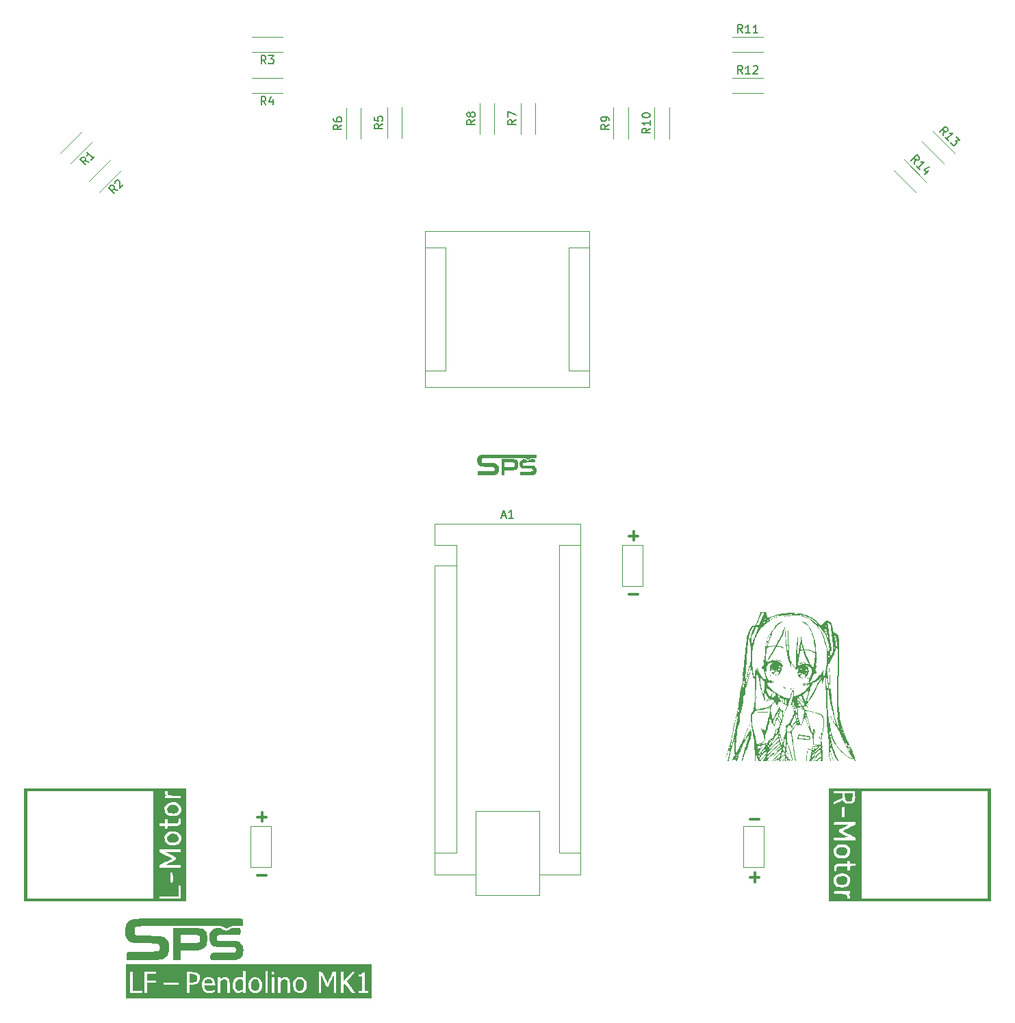
<source format=gbr>
%TF.GenerationSoftware,KiCad,Pcbnew,9.0.7*%
%TF.CreationDate,2026-02-10T22:33:51+01:00*%
%TF.ProjectId,LinefollowerMK1,4c696e65-666f-46c6-9c6f-7765724d4b31,rev?*%
%TF.SameCoordinates,Original*%
%TF.FileFunction,Legend,Top*%
%TF.FilePolarity,Positive*%
%FSLAX46Y46*%
G04 Gerber Fmt 4.6, Leading zero omitted, Abs format (unit mm)*
G04 Created by KiCad (PCBNEW 9.0.7) date 2026-02-10 22:33:51*
%MOMM*%
%LPD*%
G01*
G04 APERTURE LIST*
%ADD10C,0.300000*%
%ADD11C,0.150000*%
%ADD12C,0.120000*%
%ADD13C,0.000000*%
%ADD14C,0.100000*%
G04 APERTURE END LIST*
D10*
X207818510Y-129906652D02*
X208961368Y-129906652D01*
X207818510Y-137151400D02*
X208961368Y-137151400D01*
X208389939Y-137722828D02*
X208389939Y-136579971D01*
X146858510Y-129652652D02*
X148001368Y-129652652D01*
X147429939Y-130224080D02*
X147429939Y-129081223D01*
X146858510Y-136897400D02*
X148001368Y-136897400D01*
X192832510Y-94854652D02*
X193975368Y-94854652D01*
X193403939Y-95426080D02*
X193403939Y-94283223D01*
X192832510Y-102099400D02*
X193975368Y-102099400D01*
D11*
X157284818Y-43981666D02*
X156808627Y-44314999D01*
X157284818Y-44553094D02*
X156284818Y-44553094D01*
X156284818Y-44553094D02*
X156284818Y-44172142D01*
X156284818Y-44172142D02*
X156332437Y-44076904D01*
X156332437Y-44076904D02*
X156380056Y-44029285D01*
X156380056Y-44029285D02*
X156475294Y-43981666D01*
X156475294Y-43981666D02*
X156618151Y-43981666D01*
X156618151Y-43981666D02*
X156713389Y-44029285D01*
X156713389Y-44029285D02*
X156761008Y-44076904D01*
X156761008Y-44076904D02*
X156808627Y-44172142D01*
X156808627Y-44172142D02*
X156808627Y-44553094D01*
X156284818Y-43124523D02*
X156284818Y-43314999D01*
X156284818Y-43314999D02*
X156332437Y-43410237D01*
X156332437Y-43410237D02*
X156380056Y-43457856D01*
X156380056Y-43457856D02*
X156522913Y-43553094D01*
X156522913Y-43553094D02*
X156713389Y-43600713D01*
X156713389Y-43600713D02*
X157094341Y-43600713D01*
X157094341Y-43600713D02*
X157189579Y-43553094D01*
X157189579Y-43553094D02*
X157237199Y-43505475D01*
X157237199Y-43505475D02*
X157284818Y-43410237D01*
X157284818Y-43410237D02*
X157284818Y-43219761D01*
X157284818Y-43219761D02*
X157237199Y-43124523D01*
X157237199Y-43124523D02*
X157189579Y-43076904D01*
X157189579Y-43076904D02*
X157094341Y-43029285D01*
X157094341Y-43029285D02*
X156856246Y-43029285D01*
X156856246Y-43029285D02*
X156761008Y-43076904D01*
X156761008Y-43076904D02*
X156713389Y-43124523D01*
X156713389Y-43124523D02*
X156665770Y-43219761D01*
X156665770Y-43219761D02*
X156665770Y-43410237D01*
X156665770Y-43410237D02*
X156713389Y-43505475D01*
X156713389Y-43505475D02*
X156761008Y-43553094D01*
X156761008Y-43553094D02*
X156856246Y-43600713D01*
X162364818Y-43854665D02*
X161888627Y-44187998D01*
X162364818Y-44426093D02*
X161364818Y-44426093D01*
X161364818Y-44426093D02*
X161364818Y-44045141D01*
X161364818Y-44045141D02*
X161412437Y-43949903D01*
X161412437Y-43949903D02*
X161460056Y-43902284D01*
X161460056Y-43902284D02*
X161555294Y-43854665D01*
X161555294Y-43854665D02*
X161698151Y-43854665D01*
X161698151Y-43854665D02*
X161793389Y-43902284D01*
X161793389Y-43902284D02*
X161841008Y-43949903D01*
X161841008Y-43949903D02*
X161888627Y-44045141D01*
X161888627Y-44045141D02*
X161888627Y-44426093D01*
X161364818Y-42949903D02*
X161364818Y-43426093D01*
X161364818Y-43426093D02*
X161841008Y-43473712D01*
X161841008Y-43473712D02*
X161793389Y-43426093D01*
X161793389Y-43426093D02*
X161745770Y-43330855D01*
X161745770Y-43330855D02*
X161745770Y-43092760D01*
X161745770Y-43092760D02*
X161793389Y-42997522D01*
X161793389Y-42997522D02*
X161841008Y-42949903D01*
X161841008Y-42949903D02*
X161936246Y-42902284D01*
X161936246Y-42902284D02*
X162174341Y-42902284D01*
X162174341Y-42902284D02*
X162269579Y-42949903D01*
X162269579Y-42949903D02*
X162317199Y-42997522D01*
X162317199Y-42997522D02*
X162364818Y-43092760D01*
X162364818Y-43092760D02*
X162364818Y-43330855D01*
X162364818Y-43330855D02*
X162317199Y-43426093D01*
X162317199Y-43426093D02*
X162269579Y-43473712D01*
X190381018Y-43918165D02*
X189904827Y-44251498D01*
X190381018Y-44489593D02*
X189381018Y-44489593D01*
X189381018Y-44489593D02*
X189381018Y-44108641D01*
X189381018Y-44108641D02*
X189428637Y-44013403D01*
X189428637Y-44013403D02*
X189476256Y-43965784D01*
X189476256Y-43965784D02*
X189571494Y-43918165D01*
X189571494Y-43918165D02*
X189714351Y-43918165D01*
X189714351Y-43918165D02*
X189809589Y-43965784D01*
X189809589Y-43965784D02*
X189857208Y-44013403D01*
X189857208Y-44013403D02*
X189904827Y-44108641D01*
X189904827Y-44108641D02*
X189904827Y-44489593D01*
X190381018Y-43441974D02*
X190381018Y-43251498D01*
X190381018Y-43251498D02*
X190333399Y-43156260D01*
X190333399Y-43156260D02*
X190285779Y-43108641D01*
X190285779Y-43108641D02*
X190142922Y-43013403D01*
X190142922Y-43013403D02*
X189952446Y-42965784D01*
X189952446Y-42965784D02*
X189571494Y-42965784D01*
X189571494Y-42965784D02*
X189476256Y-43013403D01*
X189476256Y-43013403D02*
X189428637Y-43061022D01*
X189428637Y-43061022D02*
X189381018Y-43156260D01*
X189381018Y-43156260D02*
X189381018Y-43346736D01*
X189381018Y-43346736D02*
X189428637Y-43441974D01*
X189428637Y-43441974D02*
X189476256Y-43489593D01*
X189476256Y-43489593D02*
X189571494Y-43537212D01*
X189571494Y-43537212D02*
X189809589Y-43537212D01*
X189809589Y-43537212D02*
X189904827Y-43489593D01*
X189904827Y-43489593D02*
X189952446Y-43441974D01*
X189952446Y-43441974D02*
X190000065Y-43346736D01*
X190000065Y-43346736D02*
X190000065Y-43156260D01*
X190000065Y-43156260D02*
X189952446Y-43061022D01*
X189952446Y-43061022D02*
X189904827Y-43013403D01*
X189904827Y-43013403D02*
X189809589Y-42965784D01*
X147915331Y-41490819D02*
X147581998Y-41014628D01*
X147343903Y-41490819D02*
X147343903Y-40490819D01*
X147343903Y-40490819D02*
X147724855Y-40490819D01*
X147724855Y-40490819D02*
X147820093Y-40538438D01*
X147820093Y-40538438D02*
X147867712Y-40586057D01*
X147867712Y-40586057D02*
X147915331Y-40681295D01*
X147915331Y-40681295D02*
X147915331Y-40824152D01*
X147915331Y-40824152D02*
X147867712Y-40919390D01*
X147867712Y-40919390D02*
X147820093Y-40967009D01*
X147820093Y-40967009D02*
X147724855Y-41014628D01*
X147724855Y-41014628D02*
X147343903Y-41014628D01*
X148772474Y-40824152D02*
X148772474Y-41490819D01*
X148534379Y-40443200D02*
X148296284Y-41157485D01*
X148296284Y-41157485D02*
X148915331Y-41157485D01*
X147915331Y-36410819D02*
X147581998Y-35934628D01*
X147343903Y-36410819D02*
X147343903Y-35410819D01*
X147343903Y-35410819D02*
X147724855Y-35410819D01*
X147724855Y-35410819D02*
X147820093Y-35458438D01*
X147820093Y-35458438D02*
X147867712Y-35506057D01*
X147867712Y-35506057D02*
X147915331Y-35601295D01*
X147915331Y-35601295D02*
X147915331Y-35744152D01*
X147915331Y-35744152D02*
X147867712Y-35839390D01*
X147867712Y-35839390D02*
X147820093Y-35887009D01*
X147820093Y-35887009D02*
X147724855Y-35934628D01*
X147724855Y-35934628D02*
X147343903Y-35934628D01*
X148248665Y-35410819D02*
X148867712Y-35410819D01*
X148867712Y-35410819D02*
X148534379Y-35791771D01*
X148534379Y-35791771D02*
X148677236Y-35791771D01*
X148677236Y-35791771D02*
X148772474Y-35839390D01*
X148772474Y-35839390D02*
X148820093Y-35887009D01*
X148820093Y-35887009D02*
X148867712Y-35982247D01*
X148867712Y-35982247D02*
X148867712Y-36220342D01*
X148867712Y-36220342D02*
X148820093Y-36315580D01*
X148820093Y-36315580D02*
X148772474Y-36363200D01*
X148772474Y-36363200D02*
X148677236Y-36410819D01*
X148677236Y-36410819D02*
X148391522Y-36410819D01*
X148391522Y-36410819D02*
X148296284Y-36363200D01*
X148296284Y-36363200D02*
X148248665Y-36315580D01*
X129595449Y-52071050D02*
X129023030Y-51970035D01*
X129191388Y-52475111D02*
X128484282Y-51768004D01*
X128484282Y-51768004D02*
X128753656Y-51498630D01*
X128753656Y-51498630D02*
X128854671Y-51464958D01*
X128854671Y-51464958D02*
X128922014Y-51464958D01*
X128922014Y-51464958D02*
X129023030Y-51498630D01*
X129023030Y-51498630D02*
X129124045Y-51599645D01*
X129124045Y-51599645D02*
X129157717Y-51700661D01*
X129157717Y-51700661D02*
X129157717Y-51768004D01*
X129157717Y-51768004D02*
X129124045Y-51869019D01*
X129124045Y-51869019D02*
X128854671Y-52138393D01*
X129225060Y-51161913D02*
X129225060Y-51094569D01*
X129225060Y-51094569D02*
X129258732Y-50993554D01*
X129258732Y-50993554D02*
X129427091Y-50825195D01*
X129427091Y-50825195D02*
X129528106Y-50791523D01*
X129528106Y-50791523D02*
X129595449Y-50791523D01*
X129595449Y-50791523D02*
X129696465Y-50825195D01*
X129696465Y-50825195D02*
X129763808Y-50892539D01*
X129763808Y-50892539D02*
X129831152Y-51027226D01*
X129831152Y-51027226D02*
X129831152Y-51835348D01*
X129831152Y-51835348D02*
X130268884Y-51397615D01*
X231688720Y-45263442D02*
X231789735Y-44691023D01*
X231284659Y-44859381D02*
X231991766Y-44152275D01*
X231991766Y-44152275D02*
X232261140Y-44421649D01*
X232261140Y-44421649D02*
X232294812Y-44522664D01*
X232294812Y-44522664D02*
X232294812Y-44590007D01*
X232294812Y-44590007D02*
X232261140Y-44691023D01*
X232261140Y-44691023D02*
X232160125Y-44792038D01*
X232160125Y-44792038D02*
X232059109Y-44825710D01*
X232059109Y-44825710D02*
X231991766Y-44825710D01*
X231991766Y-44825710D02*
X231890751Y-44792038D01*
X231890751Y-44792038D02*
X231621377Y-44522664D01*
X232362155Y-45936877D02*
X231958094Y-45532816D01*
X232160125Y-45734847D02*
X232867231Y-45027740D01*
X232867231Y-45027740D02*
X232698873Y-45061412D01*
X232698873Y-45061412D02*
X232564186Y-45061412D01*
X232564186Y-45061412D02*
X232463170Y-45027740D01*
X233304964Y-45465473D02*
X233742697Y-45903206D01*
X233742697Y-45903206D02*
X233237621Y-45936878D01*
X233237621Y-45936878D02*
X233338636Y-46037893D01*
X233338636Y-46037893D02*
X233372308Y-46138908D01*
X233372308Y-46138908D02*
X233372308Y-46206252D01*
X233372308Y-46206252D02*
X233338636Y-46307267D01*
X233338636Y-46307267D02*
X233170277Y-46475626D01*
X233170277Y-46475626D02*
X233069262Y-46509297D01*
X233069262Y-46509297D02*
X233001919Y-46509297D01*
X233001919Y-46509297D02*
X232900903Y-46475626D01*
X232900903Y-46475626D02*
X232698873Y-46273595D01*
X232698873Y-46273595D02*
X232665201Y-46172580D01*
X232665201Y-46172580D02*
X232665201Y-46105236D01*
X206875141Y-32570819D02*
X206541808Y-32094628D01*
X206303713Y-32570819D02*
X206303713Y-31570819D01*
X206303713Y-31570819D02*
X206684665Y-31570819D01*
X206684665Y-31570819D02*
X206779903Y-31618438D01*
X206779903Y-31618438D02*
X206827522Y-31666057D01*
X206827522Y-31666057D02*
X206875141Y-31761295D01*
X206875141Y-31761295D02*
X206875141Y-31904152D01*
X206875141Y-31904152D02*
X206827522Y-31999390D01*
X206827522Y-31999390D02*
X206779903Y-32047009D01*
X206779903Y-32047009D02*
X206684665Y-32094628D01*
X206684665Y-32094628D02*
X206303713Y-32094628D01*
X207827522Y-32570819D02*
X207256094Y-32570819D01*
X207541808Y-32570819D02*
X207541808Y-31570819D01*
X207541808Y-31570819D02*
X207446570Y-31713676D01*
X207446570Y-31713676D02*
X207351332Y-31808914D01*
X207351332Y-31808914D02*
X207256094Y-31856533D01*
X208779903Y-32570819D02*
X208208475Y-32570819D01*
X208494189Y-32570819D02*
X208494189Y-31570819D01*
X208494189Y-31570819D02*
X208398951Y-31713676D01*
X208398951Y-31713676D02*
X208303713Y-31808914D01*
X208303713Y-31808914D02*
X208208475Y-31856533D01*
X177095714Y-92371104D02*
X177571904Y-92371104D01*
X177000476Y-92656819D02*
X177333809Y-91656819D01*
X177333809Y-91656819D02*
X177667142Y-92656819D01*
X178524285Y-92656819D02*
X177952857Y-92656819D01*
X178238571Y-92656819D02*
X178238571Y-91656819D01*
X178238571Y-91656819D02*
X178143333Y-91799676D01*
X178143333Y-91799676D02*
X178048095Y-91894914D01*
X178048095Y-91894914D02*
X177952857Y-91942533D01*
X206875141Y-37650819D02*
X206541808Y-37174628D01*
X206303713Y-37650819D02*
X206303713Y-36650819D01*
X206303713Y-36650819D02*
X206684665Y-36650819D01*
X206684665Y-36650819D02*
X206779903Y-36698438D01*
X206779903Y-36698438D02*
X206827522Y-36746057D01*
X206827522Y-36746057D02*
X206875141Y-36841295D01*
X206875141Y-36841295D02*
X206875141Y-36984152D01*
X206875141Y-36984152D02*
X206827522Y-37079390D01*
X206827522Y-37079390D02*
X206779903Y-37127009D01*
X206779903Y-37127009D02*
X206684665Y-37174628D01*
X206684665Y-37174628D02*
X206303713Y-37174628D01*
X207827522Y-37650819D02*
X207256094Y-37650819D01*
X207541808Y-37650819D02*
X207541808Y-36650819D01*
X207541808Y-36650819D02*
X207446570Y-36793676D01*
X207446570Y-36793676D02*
X207351332Y-36888914D01*
X207351332Y-36888914D02*
X207256094Y-36936533D01*
X208208475Y-36746057D02*
X208256094Y-36698438D01*
X208256094Y-36698438D02*
X208351332Y-36650819D01*
X208351332Y-36650819D02*
X208589427Y-36650819D01*
X208589427Y-36650819D02*
X208684665Y-36698438D01*
X208684665Y-36698438D02*
X208732284Y-36746057D01*
X208732284Y-36746057D02*
X208779903Y-36841295D01*
X208779903Y-36841295D02*
X208779903Y-36936533D01*
X208779903Y-36936533D02*
X208732284Y-37079390D01*
X208732284Y-37079390D02*
X208160856Y-37650819D01*
X208160856Y-37650819D02*
X208779903Y-37650819D01*
X126039449Y-48551152D02*
X125467030Y-48450137D01*
X125635388Y-48955213D02*
X124928282Y-48248106D01*
X124928282Y-48248106D02*
X125197656Y-47978732D01*
X125197656Y-47978732D02*
X125298671Y-47945060D01*
X125298671Y-47945060D02*
X125366014Y-47945060D01*
X125366014Y-47945060D02*
X125467030Y-47978732D01*
X125467030Y-47978732D02*
X125568045Y-48079747D01*
X125568045Y-48079747D02*
X125601717Y-48180763D01*
X125601717Y-48180763D02*
X125601717Y-48248106D01*
X125601717Y-48248106D02*
X125568045Y-48349121D01*
X125568045Y-48349121D02*
X125298671Y-48618495D01*
X126712884Y-47877717D02*
X126308823Y-48281778D01*
X126510854Y-48079747D02*
X125803747Y-47372641D01*
X125803747Y-47372641D02*
X125837419Y-47540999D01*
X125837419Y-47540999D02*
X125837419Y-47675686D01*
X125837419Y-47675686D02*
X125803747Y-47776702D01*
X228158120Y-48794042D02*
X228259135Y-48221623D01*
X227754059Y-48389981D02*
X228461166Y-47682875D01*
X228461166Y-47682875D02*
X228730540Y-47952249D01*
X228730540Y-47952249D02*
X228764212Y-48053264D01*
X228764212Y-48053264D02*
X228764212Y-48120607D01*
X228764212Y-48120607D02*
X228730540Y-48221623D01*
X228730540Y-48221623D02*
X228629525Y-48322638D01*
X228629525Y-48322638D02*
X228528509Y-48356310D01*
X228528509Y-48356310D02*
X228461166Y-48356310D01*
X228461166Y-48356310D02*
X228360151Y-48322638D01*
X228360151Y-48322638D02*
X228090777Y-48053264D01*
X228831555Y-49467477D02*
X228427494Y-49063416D01*
X228629525Y-49265447D02*
X229336631Y-48558340D01*
X229336631Y-48558340D02*
X229168273Y-48592012D01*
X229168273Y-48592012D02*
X229033586Y-48592012D01*
X229033586Y-48592012D02*
X228932570Y-48558340D01*
X229909051Y-49602165D02*
X229437647Y-50073569D01*
X230010067Y-49164432D02*
X229336632Y-49501149D01*
X229336632Y-49501149D02*
X229774364Y-49938882D01*
X195461018Y-44394356D02*
X194984827Y-44727689D01*
X195461018Y-44965784D02*
X194461018Y-44965784D01*
X194461018Y-44965784D02*
X194461018Y-44584832D01*
X194461018Y-44584832D02*
X194508637Y-44489594D01*
X194508637Y-44489594D02*
X194556256Y-44441975D01*
X194556256Y-44441975D02*
X194651494Y-44394356D01*
X194651494Y-44394356D02*
X194794351Y-44394356D01*
X194794351Y-44394356D02*
X194889589Y-44441975D01*
X194889589Y-44441975D02*
X194937208Y-44489594D01*
X194937208Y-44489594D02*
X194984827Y-44584832D01*
X194984827Y-44584832D02*
X194984827Y-44965784D01*
X195461018Y-43441975D02*
X195461018Y-44013403D01*
X195461018Y-43727689D02*
X194461018Y-43727689D01*
X194461018Y-43727689D02*
X194603875Y-43822927D01*
X194603875Y-43822927D02*
X194699113Y-43918165D01*
X194699113Y-43918165D02*
X194746732Y-44013403D01*
X194461018Y-42822927D02*
X194461018Y-42727689D01*
X194461018Y-42727689D02*
X194508637Y-42632451D01*
X194508637Y-42632451D02*
X194556256Y-42584832D01*
X194556256Y-42584832D02*
X194651494Y-42537213D01*
X194651494Y-42537213D02*
X194841970Y-42489594D01*
X194841970Y-42489594D02*
X195080065Y-42489594D01*
X195080065Y-42489594D02*
X195270541Y-42537213D01*
X195270541Y-42537213D02*
X195365779Y-42584832D01*
X195365779Y-42584832D02*
X195413399Y-42632451D01*
X195413399Y-42632451D02*
X195461018Y-42727689D01*
X195461018Y-42727689D02*
X195461018Y-42822927D01*
X195461018Y-42822927D02*
X195413399Y-42918165D01*
X195413399Y-42918165D02*
X195365779Y-42965784D01*
X195365779Y-42965784D02*
X195270541Y-43013403D01*
X195270541Y-43013403D02*
X195080065Y-43061022D01*
X195080065Y-43061022D02*
X194841970Y-43061022D01*
X194841970Y-43061022D02*
X194651494Y-43013403D01*
X194651494Y-43013403D02*
X194556256Y-42965784D01*
X194556256Y-42965784D02*
X194508637Y-42918165D01*
X194508637Y-42918165D02*
X194461018Y-42822927D01*
X173794818Y-43346666D02*
X173318627Y-43679999D01*
X173794818Y-43918094D02*
X172794818Y-43918094D01*
X172794818Y-43918094D02*
X172794818Y-43537142D01*
X172794818Y-43537142D02*
X172842437Y-43441904D01*
X172842437Y-43441904D02*
X172890056Y-43394285D01*
X172890056Y-43394285D02*
X172985294Y-43346666D01*
X172985294Y-43346666D02*
X173128151Y-43346666D01*
X173128151Y-43346666D02*
X173223389Y-43394285D01*
X173223389Y-43394285D02*
X173271008Y-43441904D01*
X173271008Y-43441904D02*
X173318627Y-43537142D01*
X173318627Y-43537142D02*
X173318627Y-43918094D01*
X173223389Y-42775237D02*
X173175770Y-42870475D01*
X173175770Y-42870475D02*
X173128151Y-42918094D01*
X173128151Y-42918094D02*
X173032913Y-42965713D01*
X173032913Y-42965713D02*
X172985294Y-42965713D01*
X172985294Y-42965713D02*
X172890056Y-42918094D01*
X172890056Y-42918094D02*
X172842437Y-42870475D01*
X172842437Y-42870475D02*
X172794818Y-42775237D01*
X172794818Y-42775237D02*
X172794818Y-42584761D01*
X172794818Y-42584761D02*
X172842437Y-42489523D01*
X172842437Y-42489523D02*
X172890056Y-42441904D01*
X172890056Y-42441904D02*
X172985294Y-42394285D01*
X172985294Y-42394285D02*
X173032913Y-42394285D01*
X173032913Y-42394285D02*
X173128151Y-42441904D01*
X173128151Y-42441904D02*
X173175770Y-42489523D01*
X173175770Y-42489523D02*
X173223389Y-42584761D01*
X173223389Y-42584761D02*
X173223389Y-42775237D01*
X173223389Y-42775237D02*
X173271008Y-42870475D01*
X173271008Y-42870475D02*
X173318627Y-42918094D01*
X173318627Y-42918094D02*
X173413865Y-42965713D01*
X173413865Y-42965713D02*
X173604341Y-42965713D01*
X173604341Y-42965713D02*
X173699579Y-42918094D01*
X173699579Y-42918094D02*
X173747199Y-42870475D01*
X173747199Y-42870475D02*
X173794818Y-42775237D01*
X173794818Y-42775237D02*
X173794818Y-42584761D01*
X173794818Y-42584761D02*
X173747199Y-42489523D01*
X173747199Y-42489523D02*
X173699579Y-42441904D01*
X173699579Y-42441904D02*
X173604341Y-42394285D01*
X173604341Y-42394285D02*
X173413865Y-42394285D01*
X173413865Y-42394285D02*
X173318627Y-42441904D01*
X173318627Y-42441904D02*
X173271008Y-42489523D01*
X173271008Y-42489523D02*
X173223389Y-42584761D01*
X178874818Y-43346665D02*
X178398627Y-43679998D01*
X178874818Y-43918093D02*
X177874818Y-43918093D01*
X177874818Y-43918093D02*
X177874818Y-43537141D01*
X177874818Y-43537141D02*
X177922437Y-43441903D01*
X177922437Y-43441903D02*
X177970056Y-43394284D01*
X177970056Y-43394284D02*
X178065294Y-43346665D01*
X178065294Y-43346665D02*
X178208151Y-43346665D01*
X178208151Y-43346665D02*
X178303389Y-43394284D01*
X178303389Y-43394284D02*
X178351008Y-43441903D01*
X178351008Y-43441903D02*
X178398627Y-43537141D01*
X178398627Y-43537141D02*
X178398627Y-43918093D01*
X177874818Y-43013331D02*
X177874818Y-42346665D01*
X177874818Y-42346665D02*
X178874818Y-42775236D01*
D12*
%TO.C,R6*%
X157829999Y-45735000D02*
X157829999Y-41895000D01*
X159669999Y-45735000D02*
X159669999Y-41895000D01*
%TO.C,R5*%
X162909999Y-45607999D02*
X162909999Y-41767999D01*
X164749999Y-45607999D02*
X164749999Y-41767999D01*
D13*
%TO.C,MIKU\u002A\u002A\u002A*%
G36*
X205888800Y-121996000D02*
G01*
X205868800Y-122016000D01*
X205848800Y-121996000D01*
X205868800Y-121976000D01*
X205888800Y-121996000D01*
G37*
G36*
X208248800Y-107076000D02*
G01*
X208228800Y-107096000D01*
X208208800Y-107076000D01*
X208228800Y-107056000D01*
X208248800Y-107076000D01*
G37*
G36*
X209168800Y-111196000D02*
G01*
X209148800Y-111216000D01*
X209128800Y-111196000D01*
X209148800Y-111176000D01*
X209168800Y-111196000D01*
G37*
G36*
X209488800Y-120196000D02*
G01*
X209468800Y-120216000D01*
X209448800Y-120196000D01*
X209468800Y-120176000D01*
X209488800Y-120196000D01*
G37*
G36*
X210288800Y-121476000D02*
G01*
X210268800Y-121496000D01*
X210248800Y-121476000D01*
X210268800Y-121456000D01*
X210288800Y-121476000D01*
G37*
G36*
X210368800Y-115676000D02*
G01*
X210348800Y-115696000D01*
X210328800Y-115676000D01*
X210348800Y-115656000D01*
X210368800Y-115676000D01*
G37*
G36*
X211368800Y-105556000D02*
G01*
X211348800Y-105576000D01*
X211328800Y-105556000D01*
X211348800Y-105536000D01*
X211368800Y-105556000D01*
G37*
G36*
X211648800Y-110516000D02*
G01*
X211628800Y-110536000D01*
X211608800Y-110516000D01*
X211628800Y-110496000D01*
X211648800Y-110516000D01*
G37*
G36*
X215768800Y-116876000D02*
G01*
X215748800Y-116896000D01*
X215728800Y-116876000D01*
X215748800Y-116856000D01*
X215768800Y-116876000D01*
G37*
G36*
X216008800Y-108396000D02*
G01*
X215988800Y-108416000D01*
X215968800Y-108396000D01*
X215988800Y-108376000D01*
X216008800Y-108396000D01*
G37*
G36*
X216528800Y-106516000D02*
G01*
X216508800Y-106536000D01*
X216488800Y-106516000D01*
X216508800Y-106496000D01*
X216528800Y-106516000D01*
G37*
G36*
X217728800Y-107596000D02*
G01*
X217708800Y-107616000D01*
X217688800Y-107596000D01*
X217708800Y-107576000D01*
X217728800Y-107596000D01*
G37*
G36*
X220088800Y-120956000D02*
G01*
X220068800Y-120976000D01*
X220048800Y-120956000D01*
X220068800Y-120936000D01*
X220088800Y-120956000D01*
G37*
G36*
X214675466Y-116149333D02*
G01*
X214669975Y-116173113D01*
X214648800Y-116176000D01*
X214615875Y-116161364D01*
X214622133Y-116149333D01*
X214669603Y-116144546D01*
X214675466Y-116149333D01*
G37*
G36*
X215595466Y-121989333D02*
G01*
X215589975Y-122013113D01*
X215568800Y-122016000D01*
X215535875Y-122001364D01*
X215542133Y-121989333D01*
X215589603Y-121984546D01*
X215595466Y-121989333D01*
G37*
G36*
X210890941Y-112039095D02*
G01*
X210868397Y-112079102D01*
X210846800Y-112090000D01*
X210812675Y-112077418D01*
X210814800Y-112058000D01*
X210848453Y-112015079D01*
X210859800Y-112013000D01*
X210890941Y-112039095D01*
G37*
G36*
X214365872Y-112426242D02*
G01*
X214371800Y-112445000D01*
X214343648Y-112482418D01*
X214326800Y-112490000D01*
X214292675Y-112477418D01*
X214294800Y-112458000D01*
X214329836Y-112416537D01*
X214365872Y-112426242D01*
G37*
G36*
X210220464Y-111960998D02*
G01*
X210228789Y-112014405D01*
X210200098Y-112075031D01*
X210164520Y-112096000D01*
X210132461Y-112063705D01*
X210128800Y-112038360D01*
X210150458Y-111973808D01*
X210196184Y-111949279D01*
X210220464Y-111960998D01*
G37*
G36*
X211044287Y-112048398D02*
G01*
X211048800Y-112076000D01*
X211027201Y-112129230D01*
X211008800Y-112136000D01*
X210973312Y-112103601D01*
X210968800Y-112076000D01*
X210990398Y-112022769D01*
X211008800Y-112016000D01*
X211044287Y-112048398D01*
G37*
G36*
X211201830Y-112048018D02*
G01*
X211208800Y-112076000D01*
X211176781Y-112129030D01*
X211148800Y-112136000D01*
X211095769Y-112103981D01*
X211088800Y-112076000D01*
X211120818Y-112022969D01*
X211148800Y-112016000D01*
X211201830Y-112048018D01*
G37*
G36*
X211247655Y-116124709D02*
G01*
X211248800Y-116133639D01*
X211219724Y-116187812D01*
X211208800Y-116196000D01*
X211174555Y-116186932D01*
X211168800Y-116158360D01*
X211189683Y-116103632D01*
X211208800Y-116096000D01*
X211247655Y-116124709D01*
G37*
G36*
X212684435Y-112608417D02*
G01*
X212688800Y-112636000D01*
X212680241Y-112689368D01*
X212673079Y-112696000D01*
X212647287Y-112664721D01*
X212634334Y-112636000D01*
X212633503Y-112584493D01*
X212650055Y-112576000D01*
X212684435Y-112608417D01*
G37*
G36*
X214242063Y-112395325D02*
G01*
X214248800Y-112411720D01*
X214216967Y-112455447D01*
X214188800Y-112470465D01*
X214137196Y-112464319D01*
X214128800Y-112434744D01*
X214160846Y-112382808D01*
X214188800Y-112376000D01*
X214242063Y-112395325D01*
G37*
G36*
X214527637Y-112406438D02*
G01*
X214528800Y-112416000D01*
X214498361Y-112454837D01*
X214488800Y-112456000D01*
X214449962Y-112425561D01*
X214448800Y-112416000D01*
X214479238Y-112377162D01*
X214488800Y-112376000D01*
X214527637Y-112406438D01*
G37*
G36*
X215002629Y-112452145D02*
G01*
X215018480Y-112474718D01*
X215034423Y-112555296D01*
X215018256Y-112582543D01*
X214975353Y-112589592D01*
X214953981Y-112555079D01*
X214942635Y-112480166D01*
X214963997Y-112439443D01*
X215002629Y-112452145D01*
G37*
G36*
X210358868Y-112050231D02*
G01*
X210368800Y-112116000D01*
X210346924Y-112197729D01*
X210304520Y-112216000D01*
X210259343Y-112192144D01*
X210264520Y-112152728D01*
X210286104Y-112076522D01*
X210288800Y-112052728D01*
X210319335Y-112017045D01*
X210328800Y-112016000D01*
X210358868Y-112050231D01*
G37*
G36*
X210652486Y-112786862D02*
G01*
X210678164Y-112876286D01*
X210681270Y-112986862D01*
X210669362Y-113065498D01*
X210652843Y-113071019D01*
X210638800Y-113042728D01*
X210617436Y-112949979D01*
X210610016Y-112842728D01*
X210614628Y-112763211D01*
X210630654Y-112754767D01*
X210652486Y-112786862D01*
G37*
G36*
X214355769Y-113135110D02*
G01*
X214351133Y-113156000D01*
X214317942Y-113254724D01*
X214280805Y-113316000D01*
X214255990Y-113321021D01*
X214261830Y-113256889D01*
X214266466Y-113236000D01*
X214299657Y-113137275D01*
X214336794Y-113076000D01*
X214361609Y-113070978D01*
X214355769Y-113135110D01*
G37*
G36*
X208646783Y-114711994D02*
G01*
X208647244Y-114776286D01*
X208638175Y-114865147D01*
X208622004Y-114951511D01*
X208607754Y-114996000D01*
X208589192Y-115019083D01*
X208588370Y-114964330D01*
X208596132Y-114896000D01*
X208613325Y-114784606D01*
X208629163Y-114711898D01*
X208634366Y-114699333D01*
X208646783Y-114711994D01*
G37*
G36*
X212067593Y-122600795D02*
G01*
X212017372Y-122666754D01*
X212008800Y-122676000D01*
X211927186Y-122744476D01*
X211855928Y-122775620D01*
X211851827Y-122775801D01*
X211831737Y-122756742D01*
X211882112Y-122699894D01*
X211908800Y-122677239D01*
X212005416Y-122606136D01*
X212060977Y-122580622D01*
X212067593Y-122600795D01*
G37*
G36*
X213237162Y-113730249D02*
G01*
X213174474Y-113763971D01*
X213148800Y-113774633D01*
X213038460Y-113805633D01*
X212890965Y-113830966D01*
X212808800Y-113839577D01*
X212588800Y-113856352D01*
X212888800Y-113776869D01*
X213049693Y-113738126D01*
X213166740Y-113717396D01*
X213231907Y-113714747D01*
X213237162Y-113730249D01*
G37*
G36*
X214738621Y-113094244D02*
G01*
X214757338Y-113166771D01*
X214775929Y-113280484D01*
X214768051Y-113349208D01*
X214739077Y-113361618D01*
X214694379Y-113306390D01*
X214692644Y-113303183D01*
X214672535Y-113206126D01*
X214683371Y-113112603D01*
X214703450Y-113044547D01*
X214718761Y-113036153D01*
X214738621Y-113094244D01*
G37*
G36*
X215888453Y-118749984D02*
G01*
X215890216Y-118818522D01*
X215879622Y-118926824D01*
X215859778Y-119055866D01*
X215833788Y-119186621D01*
X215804758Y-119300065D01*
X215775793Y-119377170D01*
X215764528Y-119394000D01*
X215732317Y-119409180D01*
X215728832Y-119394000D01*
X215736855Y-119331381D01*
X215757505Y-119220189D01*
X215785734Y-119083600D01*
X215816495Y-118944788D01*
X215844740Y-118826930D01*
X215865421Y-118753200D01*
X215871230Y-118740236D01*
X215888453Y-118749984D01*
G37*
G36*
X211110177Y-110149478D02*
G01*
X211209050Y-110175766D01*
X211338375Y-110219466D01*
X211477024Y-110272595D01*
X211603871Y-110327173D01*
X211697789Y-110375215D01*
X211733853Y-110402088D01*
X211767822Y-110459154D01*
X211738504Y-110470208D01*
X211648221Y-110435009D01*
X211608800Y-110414976D01*
X211479718Y-110358720D01*
X211326341Y-110307331D01*
X211278676Y-110294577D01*
X211134550Y-110248735D01*
X211059642Y-110200320D01*
X211059043Y-110152777D01*
X211062883Y-110148583D01*
X211110177Y-110149478D01*
G37*
G36*
X214570080Y-110506310D02*
G01*
X214628800Y-110536000D01*
X214611766Y-110563102D01*
X214529903Y-110575659D01*
X214508873Y-110576000D01*
X214379759Y-110585685D01*
X214230898Y-110610590D01*
X214090008Y-110644483D01*
X213984805Y-110681134D01*
X213950800Y-110701438D01*
X213889947Y-110734437D01*
X213855870Y-110716741D01*
X213858107Y-110686000D01*
X213909966Y-110634020D01*
X214017669Y-110585185D01*
X214159374Y-110543745D01*
X214313239Y-110513952D01*
X214457421Y-110500057D01*
X214570080Y-110506310D01*
G37*
G36*
X212012460Y-113565061D02*
G01*
X212115435Y-113620256D01*
X212240631Y-113691111D01*
X212338988Y-113750046D01*
X212386800Y-113782497D01*
X212397122Y-113809451D01*
X212355850Y-113813315D01*
X212287472Y-113795719D01*
X212238483Y-113772618D01*
X212160252Y-113751212D01*
X212122302Y-113760015D01*
X212094919Y-113764413D01*
X212102389Y-113746371D01*
X212092332Y-113701518D01*
X212029473Y-113659659D01*
X211949347Y-113639454D01*
X211909583Y-113602936D01*
X211895983Y-113563759D01*
X211898402Y-113530568D01*
X211932910Y-113529891D01*
X212012460Y-113565061D01*
G37*
G36*
X214528800Y-113056000D02*
G01*
X214587161Y-113126347D01*
X214610031Y-113232199D01*
X214590985Y-113334531D01*
X214578187Y-113356000D01*
X214519319Y-113398944D01*
X214457860Y-113402533D01*
X214438162Y-113385347D01*
X214429613Y-113322089D01*
X214431205Y-113306000D01*
X214438286Y-113231615D01*
X214443720Y-113136000D01*
X214488800Y-113136000D01*
X214503435Y-113168924D01*
X214515466Y-113162666D01*
X214520253Y-113115196D01*
X214515466Y-113109333D01*
X214491686Y-113114824D01*
X214488800Y-113136000D01*
X214443720Y-113136000D01*
X214443800Y-113134592D01*
X214453313Y-113053243D01*
X214483310Y-113036229D01*
X214528800Y-113056000D01*
G37*
G36*
X215142285Y-121194685D02*
G01*
X215245715Y-121234404D01*
X215328279Y-121270133D01*
X215374253Y-121277022D01*
X215375161Y-121276305D01*
X215389959Y-121297662D01*
X215400372Y-121365004D01*
X215409079Y-121470207D01*
X215318939Y-121385768D01*
X215243695Y-121329574D01*
X215147816Y-121274857D01*
X215057382Y-121234377D01*
X214998472Y-121220895D01*
X214990152Y-121224880D01*
X214974627Y-121280554D01*
X214954730Y-121398886D01*
X214932473Y-121562788D01*
X214909870Y-121755174D01*
X214888933Y-121958956D01*
X214871676Y-122157048D01*
X214860438Y-122326000D01*
X214844866Y-122553883D01*
X214826129Y-122701967D01*
X214804189Y-122770391D01*
X214779006Y-122759296D01*
X214757218Y-122696033D01*
X214753767Y-122625532D01*
X214759890Y-122493044D01*
X214773809Y-122315772D01*
X214793746Y-122110921D01*
X214817920Y-121895692D01*
X214844555Y-121687290D01*
X214871870Y-121502918D01*
X214892674Y-121386000D01*
X214921512Y-121262975D01*
X214953171Y-121200015D01*
X215000598Y-121177830D01*
X215033622Y-121176000D01*
X215142285Y-121194685D01*
G37*
G36*
X214032223Y-119464032D02*
G01*
X214175295Y-119486098D01*
X214360966Y-119519144D01*
X214571456Y-119560120D01*
X214648800Y-119576000D01*
X214851342Y-119618153D01*
X215022994Y-119653840D01*
X215150032Y-119680211D01*
X215218731Y-119694415D01*
X215226962Y-119696079D01*
X215235162Y-119731347D01*
X215239172Y-119815770D01*
X215238830Y-119918603D01*
X215233974Y-120009103D01*
X215228795Y-120044831D01*
X215201985Y-120106086D01*
X215146912Y-120109015D01*
X215109747Y-120096360D01*
X215020683Y-120079732D01*
X214987855Y-120097528D01*
X214967632Y-120117434D01*
X214928170Y-120127585D01*
X214855468Y-120127750D01*
X214735525Y-120117699D01*
X214554341Y-120097202D01*
X214488800Y-120089326D01*
X214300663Y-120072244D01*
X214105631Y-120063470D01*
X213959157Y-120064516D01*
X213818913Y-120066817D01*
X213738061Y-120045276D01*
X213700301Y-119983535D01*
X213699399Y-119973803D01*
X213848800Y-119973803D01*
X214418800Y-119986091D01*
X214628882Y-119991120D01*
X214813740Y-119996479D01*
X214956930Y-120001622D01*
X215042005Y-120006004D01*
X215054520Y-120007189D01*
X215123558Y-119984206D01*
X215143265Y-119956000D01*
X215147647Y-119852814D01*
X215086326Y-119778100D01*
X215034387Y-119759064D01*
X214922343Y-119740445D01*
X214755868Y-119715881D01*
X214559987Y-119688756D01*
X214359723Y-119662456D01*
X214180099Y-119640366D01*
X214058800Y-119627081D01*
X213848800Y-119606561D01*
X213848800Y-119790182D01*
X213848800Y-119973803D01*
X213699399Y-119973803D01*
X213689336Y-119865238D01*
X213688800Y-119793185D01*
X213689243Y-119790182D01*
X213706077Y-119676000D01*
X213728800Y-119676000D01*
X213748800Y-119696000D01*
X213768800Y-119676000D01*
X213748800Y-119656000D01*
X213728800Y-119676000D01*
X213706077Y-119676000D01*
X213714246Y-119620593D01*
X213789005Y-119507918D01*
X213910708Y-119458225D01*
X213949527Y-119456000D01*
X214032223Y-119464032D01*
G37*
G36*
X209549158Y-104270584D02*
G01*
X209683454Y-104289273D01*
X209700180Y-104293586D01*
X209808023Y-104329581D01*
X209859209Y-104372132D01*
X209875511Y-104443561D01*
X209876877Y-104474730D01*
X209890487Y-104589608D01*
X209921208Y-104738682D01*
X209944976Y-104828768D01*
X210009314Y-105050080D01*
X210181479Y-104953855D01*
X210356156Y-104871528D01*
X210591760Y-104782705D01*
X210870134Y-104692967D01*
X210930562Y-104676000D01*
X211608800Y-104676000D01*
X211628800Y-104696000D01*
X211648800Y-104676000D01*
X211628800Y-104656000D01*
X211608800Y-104676000D01*
X210930562Y-104676000D01*
X211073021Y-104636000D01*
X211768800Y-104636000D01*
X211788800Y-104656000D01*
X211808800Y-104636000D01*
X211788800Y-104616000D01*
X211768800Y-104636000D01*
X211073021Y-104636000D01*
X211173120Y-104607894D01*
X211354189Y-104564108D01*
X214073775Y-104564108D01*
X214128800Y-104569684D01*
X214185585Y-104563398D01*
X214178800Y-104549508D01*
X214096906Y-104544225D01*
X214078800Y-104549508D01*
X214073775Y-104564108D01*
X211354189Y-104564108D01*
X211482562Y-104533065D01*
X211541119Y-104521013D01*
X212403249Y-104521013D01*
X212456378Y-104527938D01*
X212468800Y-104528202D01*
X212537112Y-104523878D01*
X212543127Y-104511356D01*
X212539561Y-104509762D01*
X212460153Y-104501849D01*
X212419561Y-104508280D01*
X212403249Y-104521013D01*
X211541119Y-104521013D01*
X211688800Y-104490618D01*
X211921874Y-104454292D01*
X211931842Y-104453217D01*
X213048800Y-104453217D01*
X213082693Y-104488793D01*
X213138800Y-104507770D01*
X213217768Y-104523106D01*
X213248800Y-104529280D01*
X213237456Y-104512500D01*
X213191154Y-104474727D01*
X213101950Y-104422357D01*
X213054597Y-104429002D01*
X213048800Y-104453217D01*
X211931842Y-104453217D01*
X212186918Y-104425707D01*
X212467032Y-104405406D01*
X212745320Y-104393931D01*
X213004883Y-104391826D01*
X213228822Y-104399632D01*
X213400240Y-104417893D01*
X213468800Y-104433445D01*
X213588800Y-104470891D01*
X213428800Y-104497769D01*
X213268800Y-104524647D01*
X213461160Y-104530323D01*
X213577966Y-104526674D01*
X213578636Y-104526436D01*
X213746148Y-104526436D01*
X213785466Y-104532842D01*
X213830653Y-104526436D01*
X213906148Y-104526436D01*
X213945466Y-104532842D01*
X213997347Y-104525487D01*
X213997966Y-104511833D01*
X213944431Y-104502284D01*
X213921300Y-104508675D01*
X213906148Y-104526436D01*
X213830653Y-104526436D01*
X213837347Y-104525487D01*
X213837966Y-104511833D01*
X213784431Y-104502284D01*
X213761300Y-104508675D01*
X213746148Y-104526436D01*
X213578636Y-104526436D01*
X213629438Y-104508394D01*
X213628800Y-104496000D01*
X213629735Y-104470383D01*
X213678553Y-104455831D01*
X213785733Y-104451085D01*
X213961760Y-104454885D01*
X213968800Y-104455139D01*
X214148287Y-104480272D01*
X214376883Y-104539716D01*
X214635606Y-104625780D01*
X214905477Y-104730774D01*
X215167515Y-104847007D01*
X215402740Y-104966789D01*
X215592173Y-105082430D01*
X215676437Y-105147046D01*
X215754171Y-105210661D01*
X215794485Y-105235260D01*
X215794277Y-105226000D01*
X215788944Y-105182235D01*
X215804820Y-105176000D01*
X215854634Y-105203174D01*
X215928259Y-105267600D01*
X216000075Y-105343630D01*
X216044457Y-105405618D01*
X216048800Y-105420210D01*
X216077668Y-105454770D01*
X216155335Y-105527424D01*
X216268393Y-105625961D01*
X216348800Y-105693389D01*
X216475505Y-105794654D01*
X216575742Y-105868021D01*
X216636552Y-105904401D01*
X216648800Y-105903907D01*
X216677067Y-105854955D01*
X216751245Y-105770388D01*
X216824998Y-105696000D01*
X216936400Y-105696000D01*
X216974979Y-105669713D01*
X217028800Y-105616000D01*
X217056590Y-105581140D01*
X217392632Y-105581140D01*
X217393832Y-105624873D01*
X217409546Y-105723750D01*
X217432085Y-105836000D01*
X217501984Y-106176732D01*
X217553385Y-106466859D01*
X217585232Y-106699153D01*
X217596471Y-106866389D01*
X217592521Y-106934920D01*
X217582980Y-107016555D01*
X217592159Y-107024495D01*
X217606932Y-106996000D01*
X217623470Y-106967725D01*
X217636122Y-106972052D01*
X217645912Y-107018061D01*
X217653862Y-107114837D01*
X217660998Y-107271462D01*
X217668343Y-107497017D01*
X217670065Y-107556000D01*
X217684547Y-107740660D01*
X217713778Y-107931743D01*
X217742817Y-108056000D01*
X217772897Y-108177388D01*
X217805391Y-108339405D01*
X217837796Y-108524952D01*
X217867611Y-108716931D01*
X217892332Y-108898242D01*
X217909457Y-109051788D01*
X217916483Y-109160469D01*
X217911263Y-109206869D01*
X217889993Y-109187899D01*
X217866346Y-109112774D01*
X217863005Y-109097026D01*
X217836655Y-108965275D01*
X217788202Y-109060637D01*
X217763476Y-109142991D01*
X217739240Y-109280573D01*
X217719518Y-109448687D01*
X217714004Y-109516000D01*
X217688257Y-109876000D01*
X217711683Y-109836000D01*
X217888800Y-109836000D01*
X217908800Y-109856000D01*
X217928800Y-109836000D01*
X217908800Y-109816000D01*
X217888800Y-109836000D01*
X217711683Y-109836000D01*
X217758535Y-109756000D01*
X217928800Y-109756000D01*
X217948800Y-109776000D01*
X217968800Y-109756000D01*
X217948800Y-109736000D01*
X217928800Y-109756000D01*
X217758535Y-109756000D01*
X217781961Y-109716000D01*
X218048800Y-109716000D01*
X218068800Y-109736000D01*
X218088800Y-109716000D01*
X218068800Y-109696000D01*
X218048800Y-109716000D01*
X217781961Y-109716000D01*
X217793674Y-109696000D01*
X217988560Y-109696000D01*
X218015295Y-109663396D01*
X218031406Y-109636000D01*
X218088800Y-109636000D01*
X218108800Y-109656000D01*
X218128800Y-109636000D01*
X218108800Y-109616000D01*
X218088800Y-109636000D01*
X218031406Y-109636000D01*
X218064886Y-109579071D01*
X218110815Y-109492022D01*
X218164273Y-109379457D01*
X218195653Y-109299242D01*
X218199273Y-109273140D01*
X218175561Y-109297823D01*
X218128699Y-109376980D01*
X218077019Y-109477117D01*
X218023761Y-109591414D01*
X217992205Y-109670618D01*
X217988560Y-109696000D01*
X217793674Y-109696000D01*
X217875664Y-109556000D01*
X218063070Y-109236000D01*
X218062397Y-109196000D01*
X218208800Y-109196000D01*
X218228800Y-109216000D01*
X218248800Y-109196000D01*
X218228800Y-109176000D01*
X218208800Y-109196000D01*
X218062397Y-109196000D01*
X218052643Y-108616000D01*
X218051157Y-108568501D01*
X218138735Y-108568501D01*
X218139186Y-108743742D01*
X218142273Y-108896916D01*
X218148173Y-109011014D01*
X218157066Y-109069028D01*
X218158058Y-109070980D01*
X218188990Y-109065863D01*
X218234284Y-109004663D01*
X218239082Y-108995764D01*
X218275692Y-108877337D01*
X218280884Y-108711046D01*
X218275861Y-108640054D01*
X218250320Y-108384019D01*
X218224320Y-108180459D01*
X218209430Y-108096000D01*
X218295115Y-108096000D01*
X218301401Y-108152785D01*
X218315291Y-108146000D01*
X218320574Y-108064106D01*
X218315291Y-108046000D01*
X218300691Y-108040975D01*
X218295115Y-108096000D01*
X218209430Y-108096000D01*
X218199149Y-108037682D01*
X218176099Y-107964001D01*
X218169760Y-107956593D01*
X218159713Y-107987040D01*
X218151409Y-108080463D01*
X218145025Y-108219853D01*
X218140741Y-108388202D01*
X218138735Y-108568501D01*
X218051157Y-108568501D01*
X218044994Y-108371538D01*
X218031182Y-108127562D01*
X218012964Y-107908011D01*
X218006624Y-107856000D01*
X218248800Y-107856000D01*
X218263435Y-107888924D01*
X218275466Y-107882666D01*
X218280253Y-107835196D01*
X218275466Y-107829333D01*
X218251686Y-107834824D01*
X218248800Y-107856000D01*
X218006624Y-107856000D01*
X217992096Y-107736824D01*
X217985114Y-107696000D01*
X217968472Y-107592016D01*
X217946053Y-107428615D01*
X217919607Y-107221064D01*
X217890886Y-106984631D01*
X217870814Y-106813021D01*
X217939352Y-106813021D01*
X217943683Y-106889808D01*
X217957203Y-106975144D01*
X217977284Y-107116219D01*
X218000613Y-107289383D01*
X218013251Y-107386773D01*
X218040523Y-107569317D01*
X218067121Y-107689984D01*
X218091228Y-107741418D01*
X218100611Y-107740188D01*
X218111460Y-107683539D01*
X218109410Y-107632666D01*
X218211957Y-107632666D01*
X218219312Y-107684547D01*
X218232966Y-107685166D01*
X218242515Y-107631631D01*
X218236124Y-107608500D01*
X218218363Y-107593348D01*
X218211957Y-107632666D01*
X218109410Y-107632666D01*
X218106386Y-107557649D01*
X218086500Y-107376000D01*
X218168800Y-107376000D01*
X218183435Y-107408924D01*
X218195466Y-107402666D01*
X218200253Y-107355196D01*
X218195466Y-107349333D01*
X218171686Y-107354824D01*
X218168800Y-107376000D01*
X218086500Y-107376000D01*
X218086012Y-107371545D01*
X218064827Y-107222343D01*
X218034261Y-107040125D01*
X218015225Y-106947125D01*
X218171570Y-106947125D01*
X218194661Y-106977433D01*
X218269470Y-107034066D01*
X218387395Y-107109876D01*
X218435259Y-107138444D01*
X218543009Y-107200757D01*
X218618670Y-107242841D01*
X218641523Y-107253984D01*
X218629483Y-107226854D01*
X218583652Y-107157105D01*
X218568868Y-107136095D01*
X218481820Y-107048135D01*
X218384415Y-106994843D01*
X218376144Y-106992754D01*
X218272703Y-106968054D01*
X218208800Y-106950289D01*
X218171570Y-106947125D01*
X218015225Y-106947125D01*
X218004174Y-106893139D01*
X217977909Y-106795758D01*
X217958811Y-106762352D01*
X217957900Y-106762736D01*
X217939352Y-106813021D01*
X217870814Y-106813021D01*
X217861640Y-106734583D01*
X217841121Y-106552666D01*
X217931957Y-106552666D01*
X217939312Y-106604547D01*
X217952966Y-106605166D01*
X217962515Y-106551631D01*
X217956124Y-106528500D01*
X217938363Y-106513348D01*
X217931957Y-106552666D01*
X217841121Y-106552666D01*
X217833622Y-106486187D01*
X217813048Y-106296000D01*
X217898080Y-106296000D01*
X217902250Y-106368772D01*
X217912633Y-106377349D01*
X217916373Y-106366000D01*
X217922593Y-106264550D01*
X217916373Y-106226000D01*
X217904779Y-106213550D01*
X217898466Y-106268860D01*
X217898080Y-106296000D01*
X217813048Y-106296000D01*
X217808581Y-106254711D01*
X217788270Y-106055423D01*
X217782857Y-105996000D01*
X217848800Y-105996000D01*
X217868800Y-106016000D01*
X217888800Y-105996000D01*
X217868800Y-105976000D01*
X217848800Y-105996000D01*
X217782857Y-105996000D01*
X217774439Y-105903588D01*
X217768840Y-105814476D01*
X217768800Y-105810080D01*
X217738347Y-105776195D01*
X217663032Y-105721720D01*
X217566918Y-105661301D01*
X217474071Y-105609584D01*
X217408554Y-105581214D01*
X217392632Y-105581140D01*
X217056590Y-105581140D01*
X217074993Y-105558055D01*
X217081199Y-105536000D01*
X217042620Y-105562286D01*
X216988800Y-105616000D01*
X216942606Y-105673944D01*
X216936400Y-105696000D01*
X216824998Y-105696000D01*
X216855401Y-105665335D01*
X216973598Y-105554926D01*
X217064813Y-105476000D01*
X217368800Y-105476000D01*
X217388800Y-105496000D01*
X217408800Y-105476000D01*
X217388800Y-105456000D01*
X217368800Y-105476000D01*
X217064813Y-105476000D01*
X217089903Y-105454290D01*
X217188381Y-105378558D01*
X217228812Y-105353195D01*
X217287934Y-105324026D01*
X217338673Y-105314846D01*
X217398666Y-105331355D01*
X217485551Y-105379256D01*
X217616964Y-105464250D01*
X217659605Y-105492468D01*
X217794793Y-105586221D01*
X217899986Y-105667220D01*
X217960216Y-105723532D01*
X217968800Y-105738973D01*
X217942513Y-105760853D01*
X217918800Y-105752492D01*
X217888808Y-105740498D01*
X217916840Y-105776016D01*
X217918800Y-105778131D01*
X217957845Y-105858514D01*
X217968800Y-105933589D01*
X217977437Y-106015829D01*
X218000630Y-106153050D01*
X218034305Y-106322432D01*
X218056044Y-106422038D01*
X218097336Y-106599278D01*
X218129762Y-106713451D01*
X218160831Y-106779798D01*
X218198049Y-106813558D01*
X218248926Y-106829972D01*
X218257932Y-106831826D01*
X218376298Y-106874477D01*
X218507363Y-106949528D01*
X218628168Y-107040243D01*
X218715754Y-107129885D01*
X218746120Y-107187688D01*
X218783074Y-107392808D01*
X218811693Y-107598248D01*
X218831108Y-107790225D01*
X218840448Y-107954954D01*
X218838842Y-108078653D01*
X218825420Y-108147536D01*
X218807196Y-108155009D01*
X218781512Y-108163777D01*
X218787350Y-108222648D01*
X218800768Y-108309818D01*
X218814988Y-108451092D01*
X218829094Y-108629746D01*
X218842171Y-108829058D01*
X218853302Y-109032302D01*
X218861572Y-109222756D01*
X218866066Y-109383696D01*
X218865868Y-109498398D01*
X218860061Y-109550138D01*
X218860036Y-109550180D01*
X218852306Y-109601780D01*
X218846418Y-109719987D01*
X218842669Y-109891422D01*
X218841354Y-110102707D01*
X218842694Y-110333945D01*
X218842259Y-110597423D01*
X218836296Y-110916896D01*
X218825575Y-111268609D01*
X218810869Y-111628804D01*
X218792949Y-111973726D01*
X218785447Y-112096000D01*
X218769754Y-112390776D01*
X218757320Y-112729282D01*
X218748087Y-113100701D01*
X218741996Y-113494218D01*
X218738989Y-113899018D01*
X218739007Y-114304286D01*
X218741993Y-114699204D01*
X218747887Y-115072958D01*
X218756631Y-115414733D01*
X218768167Y-115713712D01*
X218782436Y-115959080D01*
X218799381Y-116140022D01*
X218807592Y-116196000D01*
X218827307Y-116333412D01*
X218849066Y-116524201D01*
X218870070Y-116741889D01*
X218885802Y-116936000D01*
X218911746Y-117194557D01*
X218954117Y-117465541D01*
X219015595Y-117759896D01*
X219098861Y-118088566D01*
X219206595Y-118462495D01*
X219341479Y-118892627D01*
X219434482Y-119176000D01*
X219509951Y-119401072D01*
X219574616Y-119586567D01*
X219635269Y-119747901D01*
X219698703Y-119900491D01*
X219771708Y-120059753D01*
X219861077Y-120241103D01*
X219973602Y-120459959D01*
X220116075Y-120731738D01*
X220139383Y-120776000D01*
X220247149Y-120986573D01*
X220351240Y-121200527D01*
X220440455Y-121394176D01*
X220503593Y-121543835D01*
X220508241Y-121556000D01*
X220559633Y-121701408D01*
X220618487Y-121881993D01*
X220679726Y-122080355D01*
X220738271Y-122279093D01*
X220789043Y-122460804D01*
X220826965Y-122608089D01*
X220846958Y-122703547D01*
X220848799Y-122722937D01*
X220834046Y-122774624D01*
X220796892Y-122761526D01*
X220747996Y-122691709D01*
X220716067Y-122622498D01*
X220670506Y-122525126D01*
X220622703Y-122485511D01*
X220546937Y-122484937D01*
X220530235Y-122487256D01*
X220385931Y-122474364D01*
X220202737Y-122404898D01*
X219989713Y-122286320D01*
X219755920Y-122126093D01*
X219510421Y-121931679D01*
X219262277Y-121710539D01*
X219020547Y-121470137D01*
X218794295Y-121217934D01*
X218592581Y-120961393D01*
X218481781Y-120800289D01*
X218390179Y-120659482D01*
X218334745Y-120578343D01*
X218308632Y-120549091D01*
X218304992Y-120563942D01*
X218316175Y-120612043D01*
X218325128Y-120678173D01*
X218316506Y-120696000D01*
X218286097Y-120659411D01*
X218237421Y-120557088D01*
X218174273Y-120400192D01*
X218100450Y-120199886D01*
X218019747Y-119967332D01*
X217935961Y-119713692D01*
X217852886Y-119450130D01*
X217774320Y-119187806D01*
X217704058Y-118937885D01*
X217656780Y-118756000D01*
X217617068Y-118596000D01*
X217612934Y-118779485D01*
X217622205Y-119006765D01*
X217656442Y-119293886D01*
X217712280Y-119625873D01*
X217786350Y-119987751D01*
X217875287Y-120364548D01*
X217975725Y-120741288D01*
X218084296Y-121102997D01*
X218197634Y-121434700D01*
X218228165Y-121516000D01*
X218290485Y-121678820D01*
X218349889Y-121834795D01*
X218392839Y-121948364D01*
X218463061Y-122117263D01*
X218549359Y-122298615D01*
X218639954Y-122469986D01*
X218723068Y-122608943D01*
X218780115Y-122686000D01*
X218834027Y-122748639D01*
X218834019Y-122771989D01*
X218785772Y-122774821D01*
X218701639Y-122736554D01*
X218599040Y-122628988D01*
X218481993Y-122459600D01*
X218400177Y-122316000D01*
X218448800Y-122316000D01*
X218468800Y-122336000D01*
X218488800Y-122316000D01*
X218468800Y-122296000D01*
X218448800Y-122316000D01*
X218400177Y-122316000D01*
X218354519Y-122235864D01*
X218220639Y-121965258D01*
X218084372Y-121655257D01*
X217949738Y-121313337D01*
X217850734Y-121036000D01*
X217774924Y-120815546D01*
X217721257Y-120664861D01*
X217686647Y-120577793D01*
X217668009Y-120548194D01*
X217662256Y-120569914D01*
X217666302Y-120636802D01*
X217670091Y-120676000D01*
X217685701Y-120815114D01*
X217700987Y-120926983D01*
X217710071Y-120976000D01*
X217723955Y-121049365D01*
X217741514Y-121168024D01*
X217750305Y-121236000D01*
X217783338Y-121437976D01*
X217835854Y-121684009D01*
X217900860Y-121946700D01*
X217971365Y-122198652D01*
X218040374Y-122412467D01*
X218071837Y-122495784D01*
X218127651Y-122646746D01*
X218150523Y-122736835D01*
X218143186Y-122762259D01*
X218108371Y-122719224D01*
X218048811Y-122603936D01*
X218027625Y-122557180D01*
X217948616Y-122349613D01*
X217866921Y-122083929D01*
X217788190Y-121781579D01*
X217718073Y-121464010D01*
X217669117Y-121196000D01*
X217610500Y-120836000D01*
X217626331Y-121476000D01*
X217637132Y-121777210D01*
X217654102Y-122017202D01*
X217679176Y-122214644D01*
X217714290Y-122388206D01*
X217725481Y-122432398D01*
X217769285Y-122599270D01*
X217794827Y-122702240D01*
X217803941Y-122754844D01*
X217798457Y-122770615D01*
X217780209Y-122763087D01*
X217769325Y-122756324D01*
X217735725Y-122703457D01*
X217693964Y-122592530D01*
X217650281Y-122444178D01*
X217610910Y-122279036D01*
X217587873Y-122156000D01*
X217579995Y-122071918D01*
X217571585Y-121920958D01*
X217563138Y-121716237D01*
X217555152Y-121470870D01*
X217548122Y-121197973D01*
X217544006Y-120996000D01*
X217519121Y-120283957D01*
X217480217Y-119716000D01*
X217611705Y-119716000D01*
X217626193Y-119894549D01*
X217671127Y-120136005D01*
X217744020Y-120430365D01*
X217842385Y-120767627D01*
X217963734Y-121137792D01*
X217969201Y-121153634D01*
X218040428Y-121351770D01*
X218118977Y-121557380D01*
X218199322Y-121757492D01*
X218275939Y-121939133D01*
X218343302Y-122089330D01*
X218395887Y-122195111D01*
X218428169Y-122243502D01*
X218433739Y-122244393D01*
X218424319Y-122204688D01*
X218388832Y-122106762D01*
X218333051Y-121965785D01*
X218269658Y-121813197D01*
X218132248Y-121458017D01*
X217995342Y-121046569D01*
X217866032Y-120602310D01*
X217751408Y-120148700D01*
X217708270Y-119956000D01*
X217668062Y-119772247D01*
X217640923Y-119660515D01*
X217624264Y-119614372D01*
X217615497Y-119627386D01*
X217612034Y-119693124D01*
X217611705Y-119716000D01*
X217480217Y-119716000D01*
X217471519Y-119589010D01*
X217403030Y-118934065D01*
X217397716Y-118896000D01*
X217500786Y-118896000D01*
X217503266Y-118994751D01*
X217509723Y-119031762D01*
X217517450Y-119006000D01*
X217524146Y-118876795D01*
X217517450Y-118786000D01*
X217508730Y-118761184D01*
X217502698Y-118806612D01*
X217500786Y-118896000D01*
X217397716Y-118896000D01*
X217347455Y-118536000D01*
X217341053Y-118462774D01*
X217333042Y-118320257D01*
X217323860Y-118119128D01*
X217313941Y-117870069D01*
X217303721Y-117583762D01*
X217298315Y-117416000D01*
X217373328Y-117416000D01*
X217375339Y-117544057D01*
X217383809Y-117717950D01*
X217397111Y-117917935D01*
X217413618Y-118124265D01*
X217431703Y-118317197D01*
X217449739Y-118476985D01*
X217466099Y-118583884D01*
X217471379Y-118606000D01*
X217487985Y-118648546D01*
X217498231Y-118637893D01*
X217502582Y-118567215D01*
X217502023Y-118496000D01*
X217575115Y-118496000D01*
X217581401Y-118552785D01*
X217595291Y-118546000D01*
X217600574Y-118464106D01*
X217595291Y-118446000D01*
X217580691Y-118440975D01*
X217575115Y-118496000D01*
X217502023Y-118496000D01*
X217501503Y-118429687D01*
X217496212Y-118241259D01*
X217484394Y-118017483D01*
X217464539Y-117777024D01*
X217440204Y-117560357D01*
X217430300Y-117491259D01*
X217377971Y-117156000D01*
X217373328Y-117416000D01*
X217298315Y-117416000D01*
X217293638Y-117270887D01*
X217287867Y-117076000D01*
X217277084Y-116726821D01*
X217266801Y-116432666D01*
X217371957Y-116432666D01*
X217379312Y-116484547D01*
X217392966Y-116485166D01*
X217402515Y-116431631D01*
X217396124Y-116408500D01*
X217378363Y-116393348D01*
X217371957Y-116432666D01*
X217266801Y-116432666D01*
X217264792Y-116375200D01*
X217251631Y-116036533D01*
X217238244Y-115726217D01*
X217225272Y-115459649D01*
X217213357Y-115252225D01*
X217209523Y-115196000D01*
X217203773Y-115091533D01*
X217359500Y-115091533D01*
X217362200Y-115329993D01*
X217368691Y-115537264D01*
X217379550Y-115729607D01*
X217395353Y-115923283D01*
X217416678Y-116134555D01*
X217425590Y-116216000D01*
X217451580Y-116466775D01*
X217479358Y-116762358D01*
X217505777Y-117067707D01*
X217527693Y-117347783D01*
X217529726Y-117376000D01*
X217549122Y-117613350D01*
X217572330Y-117843567D01*
X217596881Y-118045111D01*
X217620306Y-118196438D01*
X217628331Y-118236000D01*
X217682728Y-118476000D01*
X217663286Y-118196000D01*
X217657731Y-118050692D01*
X217664290Y-117978159D01*
X217679554Y-117972695D01*
X217700118Y-118028596D01*
X217722573Y-118140155D01*
X217743513Y-118301668D01*
X217746895Y-118336000D01*
X217842120Y-118991829D01*
X217999942Y-119605571D01*
X218219055Y-120173575D01*
X218498152Y-120692191D01*
X218691178Y-120974540D01*
X218862006Y-121185406D01*
X219074467Y-121420053D01*
X219306359Y-121655858D01*
X219535484Y-121870198D01*
X219729542Y-122032696D01*
X219877108Y-122136869D01*
X220040143Y-122236252D01*
X220204969Y-122324539D01*
X220357911Y-122395424D01*
X220485292Y-122442604D01*
X220573436Y-122459772D01*
X220608667Y-122440624D01*
X220608800Y-122438060D01*
X220584174Y-122400167D01*
X220523104Y-122328666D01*
X220504135Y-122308060D01*
X220353790Y-122122165D01*
X220186785Y-121871815D01*
X220009847Y-121569065D01*
X219829703Y-121225964D01*
X219653081Y-120854565D01*
X219515035Y-120536000D01*
X219445334Y-120376285D01*
X219405099Y-120289022D01*
X219518970Y-120289022D01*
X219526737Y-120344781D01*
X219562552Y-120454115D01*
X219622904Y-120607859D01*
X219704278Y-120796851D01*
X219803162Y-121011929D01*
X219872525Y-121156000D01*
X219962841Y-121332979D01*
X220065782Y-121522841D01*
X220173548Y-121712573D01*
X220278340Y-121889158D01*
X220372358Y-122039583D01*
X220447803Y-122150831D01*
X220496874Y-122209889D01*
X220507766Y-122216000D01*
X220503793Y-122183023D01*
X220473181Y-122097388D01*
X220432437Y-122000388D01*
X220370289Y-121866281D01*
X220284899Y-121690965D01*
X220182760Y-121486880D01*
X220070364Y-121266463D01*
X219954204Y-121042152D01*
X219840772Y-120826385D01*
X219736560Y-120631601D01*
X219648062Y-120470236D01*
X219581769Y-120354729D01*
X219544174Y-120297518D01*
X219542767Y-120296000D01*
X219518970Y-120289022D01*
X219405099Y-120289022D01*
X219349566Y-120168580D01*
X219238587Y-119935866D01*
X219219000Y-119896000D01*
X219346745Y-119896000D01*
X219349320Y-119926771D01*
X219381808Y-120002225D01*
X219388800Y-120016000D01*
X219435957Y-120096991D01*
X219468750Y-120135492D01*
X219470854Y-120136000D01*
X219468279Y-120105228D01*
X219435791Y-120029774D01*
X219428800Y-120016000D01*
X219381642Y-119935008D01*
X219348849Y-119896507D01*
X219346745Y-119896000D01*
X219219000Y-119896000D01*
X219173281Y-119802948D01*
X219448971Y-119802948D01*
X219466226Y-119849601D01*
X219515051Y-119958133D01*
X219590900Y-120119042D01*
X219689223Y-120322824D01*
X219805474Y-120559976D01*
X219935105Y-120820995D01*
X219958800Y-120868363D01*
X220096265Y-121144122D01*
X220226673Y-121408043D01*
X220344282Y-121648330D01*
X220443352Y-121853186D01*
X220518142Y-122010814D01*
X220562912Y-122109416D01*
X220564270Y-122112611D01*
X220616117Y-122228163D01*
X220656120Y-122304370D01*
X220673970Y-122324163D01*
X220667863Y-122282857D01*
X220640203Y-122182358D01*
X220595753Y-122039020D01*
X220554172Y-121912967D01*
X220472020Y-121680039D01*
X220386099Y-121454380D01*
X220301538Y-121247633D01*
X220223465Y-121071440D01*
X220157008Y-120937446D01*
X220107295Y-120857292D01*
X220081755Y-120840353D01*
X220051498Y-120815689D01*
X219997181Y-120732101D01*
X219927298Y-120603743D01*
X219870883Y-120488948D01*
X219783663Y-120312436D01*
X219693783Y-120144508D01*
X219608434Y-119996859D01*
X219534808Y-119881182D01*
X219480099Y-119809172D01*
X219451497Y-119792523D01*
X219448971Y-119802948D01*
X219173281Y-119802948D01*
X219123252Y-119701122D01*
X219080455Y-119616000D01*
X218974436Y-119403819D01*
X218876065Y-119201753D01*
X218799457Y-119039548D01*
X218897792Y-119039548D01*
X218922239Y-119108013D01*
X218980142Y-119240126D01*
X218999483Y-119282622D01*
X219066142Y-119425547D01*
X219119554Y-119534643D01*
X219151878Y-119594155D01*
X219157628Y-119600459D01*
X219151438Y-119560967D01*
X219150077Y-119556000D01*
X219248800Y-119556000D01*
X219268800Y-119576000D01*
X219288800Y-119556000D01*
X219268800Y-119536000D01*
X219248800Y-119556000D01*
X219150077Y-119556000D01*
X219128156Y-119476000D01*
X219208800Y-119476000D01*
X219228800Y-119496000D01*
X219248800Y-119476000D01*
X219228800Y-119456000D01*
X219208800Y-119476000D01*
X219128156Y-119476000D01*
X219126136Y-119468629D01*
X219100571Y-119385643D01*
X219044148Y-119243135D01*
X218986934Y-119136000D01*
X219088800Y-119136000D01*
X219103435Y-119168924D01*
X219115466Y-119162666D01*
X219120253Y-119115196D01*
X219115466Y-119109333D01*
X219091686Y-119114824D01*
X219088800Y-119136000D01*
X218986934Y-119136000D01*
X218975463Y-119114520D01*
X218942425Y-119067805D01*
X218905091Y-119028291D01*
X218897792Y-119039548D01*
X218799457Y-119039548D01*
X218793577Y-119027098D01*
X218788592Y-119016000D01*
X219048800Y-119016000D01*
X219063435Y-119048924D01*
X219075466Y-119042666D01*
X219080253Y-118995196D01*
X219075466Y-118989333D01*
X219051686Y-118994824D01*
X219048800Y-119016000D01*
X218788592Y-119016000D01*
X218735208Y-118897152D01*
X218734736Y-118896000D01*
X219008800Y-118896000D01*
X219023435Y-118928924D01*
X219035466Y-118922666D01*
X219040253Y-118875196D01*
X219035466Y-118869333D01*
X219011686Y-118874824D01*
X219008800Y-118896000D01*
X218734736Y-118896000D01*
X218716983Y-118852627D01*
X218666123Y-118747969D01*
X218579477Y-118599263D01*
X218469253Y-118426465D01*
X218420864Y-118356000D01*
X218488800Y-118356000D01*
X218508800Y-118376000D01*
X218528800Y-118356000D01*
X218508800Y-118336000D01*
X218488800Y-118356000D01*
X218420864Y-118356000D01*
X218349876Y-118252627D01*
X218181555Y-118004265D01*
X218027226Y-117752857D01*
X217894607Y-117512855D01*
X217791414Y-117298712D01*
X217725365Y-117124880D01*
X217707263Y-117049172D01*
X217686457Y-116916000D01*
X217753387Y-117056000D01*
X217806198Y-117167340D01*
X217876172Y-117315981D01*
X217937001Y-117445870D01*
X217996523Y-117561927D01*
X218076962Y-117703581D01*
X218168931Y-117856155D01*
X218263042Y-118004972D01*
X218349906Y-118135352D01*
X218420137Y-118232619D01*
X218464347Y-118282096D01*
X218473476Y-118284656D01*
X218466743Y-118243905D01*
X218438470Y-118143439D01*
X218393372Y-117999115D01*
X218345327Y-117853783D01*
X218130572Y-117151310D01*
X217951334Y-116436000D01*
X218008800Y-116436000D01*
X218028800Y-116456000D01*
X218048800Y-116436000D01*
X218028800Y-116416000D01*
X218008800Y-116436000D01*
X217951334Y-116436000D01*
X217936794Y-116377975D01*
X217911844Y-116256000D01*
X217968800Y-116256000D01*
X217983435Y-116288924D01*
X217995466Y-116282666D01*
X218000253Y-116235196D01*
X217995466Y-116229333D01*
X217971686Y-116234824D01*
X217968800Y-116256000D01*
X217911844Y-116256000D01*
X217870933Y-116056000D01*
X217935115Y-116056000D01*
X217941401Y-116112785D01*
X217955291Y-116106000D01*
X217960574Y-116024106D01*
X217955291Y-116006000D01*
X217940691Y-116000975D01*
X217935115Y-116056000D01*
X217870933Y-116056000D01*
X217765487Y-115540504D01*
X217618146Y-114645627D01*
X217596776Y-114496000D01*
X217648800Y-114496000D01*
X217663435Y-114528924D01*
X217675466Y-114522666D01*
X217680253Y-114475196D01*
X217675466Y-114469333D01*
X217651686Y-114474824D01*
X217648800Y-114496000D01*
X217596776Y-114496000D01*
X217591702Y-114460477D01*
X217558956Y-114234036D01*
X217528006Y-114035766D01*
X217501120Y-113879016D01*
X217480566Y-113777134D01*
X217469931Y-113743798D01*
X217434059Y-113736650D01*
X217405946Y-113796992D01*
X217385147Y-113927796D01*
X217371216Y-114132037D01*
X217363707Y-114412689D01*
X217363168Y-114456000D01*
X217360015Y-114805622D01*
X217359500Y-115091533D01*
X217203773Y-115091533D01*
X217199434Y-115012693D01*
X217190501Y-114764872D01*
X217188264Y-114676000D01*
X217263409Y-114676000D01*
X217264593Y-114820488D01*
X217267950Y-114907030D01*
X217272942Y-114927921D01*
X217278146Y-114887340D01*
X217284174Y-114727905D01*
X217281695Y-114549840D01*
X217278336Y-114487340D01*
X217272440Y-114436431D01*
X217267632Y-114458757D01*
X217264446Y-114547558D01*
X217263409Y-114676000D01*
X217188264Y-114676000D01*
X217183030Y-114468017D01*
X217177325Y-114137610D01*
X217173693Y-113789130D01*
X217172437Y-113438060D01*
X217172600Y-113323050D01*
X217172678Y-113006569D01*
X217172438Y-112958752D01*
X217256773Y-112958752D01*
X217259473Y-113243066D01*
X217266628Y-113499842D01*
X217278250Y-113709585D01*
X217288792Y-113816000D01*
X217304917Y-113931001D01*
X217314642Y-113971083D01*
X217320353Y-113940843D01*
X217323168Y-113882255D01*
X217337850Y-113773219D01*
X217379190Y-113719612D01*
X217412698Y-113706570D01*
X217461299Y-113685467D01*
X217481722Y-113641209D01*
X217479750Y-113551678D01*
X217471845Y-113480315D01*
X217409503Y-112871531D01*
X217378698Y-112334947D01*
X217375491Y-112036000D01*
X217380118Y-111596000D01*
X217413148Y-111896000D01*
X217427716Y-112037668D01*
X217446976Y-112238482D01*
X217469024Y-112477860D01*
X217491952Y-112735219D01*
X217507587Y-112916000D01*
X217531910Y-113177889D01*
X217559774Y-113440208D01*
X217588614Y-113681098D01*
X217615867Y-113878703D01*
X217631961Y-113976000D01*
X217664369Y-114178595D01*
X217690966Y-114394912D01*
X217706438Y-114581130D01*
X217707150Y-114596000D01*
X217716589Y-114716009D01*
X217735084Y-114877640D01*
X217760249Y-115065959D01*
X217789698Y-115266031D01*
X217821045Y-115462924D01*
X217851902Y-115641703D01*
X217879882Y-115787435D01*
X217902600Y-115885185D01*
X217917669Y-115920021D01*
X217918660Y-115919472D01*
X217919485Y-115876843D01*
X217911612Y-115772033D01*
X217897031Y-115622142D01*
X217877732Y-115444271D01*
X217855707Y-115255523D01*
X217832946Y-115072997D01*
X217811439Y-114913795D01*
X217793177Y-114795019D01*
X217780906Y-114736000D01*
X217770742Y-114670754D01*
X217759837Y-114547572D01*
X217749992Y-114388474D01*
X217746595Y-114316000D01*
X217736721Y-114112913D01*
X217724426Y-113902139D01*
X217712076Y-113723611D01*
X217709866Y-113696000D01*
X217700854Y-113571063D01*
X217689097Y-113384752D01*
X217675686Y-113155599D01*
X217661709Y-112902137D01*
X217649922Y-112676000D01*
X217635666Y-112400604D01*
X217620496Y-112118287D01*
X217605695Y-111852227D01*
X217592547Y-111625600D01*
X217584577Y-111496000D01*
X217575421Y-111326375D01*
X217571521Y-111193482D01*
X217573113Y-111112750D01*
X217578412Y-111096000D01*
X217592818Y-111146216D01*
X217610497Y-111265809D01*
X217630507Y-111444265D01*
X217651910Y-111671071D01*
X217673763Y-111935716D01*
X217695128Y-112227685D01*
X217715064Y-112536466D01*
X217728685Y-112776000D01*
X217768700Y-113465381D01*
X217811912Y-114084924D01*
X217859577Y-114644767D01*
X217912947Y-115155050D01*
X217973279Y-115625909D01*
X218041826Y-116067485D01*
X218119843Y-116489914D01*
X218208584Y-116903336D01*
X218272675Y-117172293D01*
X218333403Y-117405042D01*
X218403974Y-117654470D01*
X218479910Y-117906822D01*
X218556731Y-118148346D01*
X218629958Y-118365286D01*
X218695113Y-118543890D01*
X218747716Y-118670402D01*
X218778640Y-118726000D01*
X218826342Y-118772074D01*
X218841497Y-118746525D01*
X218840266Y-118736000D01*
X218968800Y-118736000D01*
X218983435Y-118768924D01*
X218995466Y-118762666D01*
X219000253Y-118715196D01*
X218995466Y-118709333D01*
X218971686Y-118714824D01*
X218968800Y-118736000D01*
X218840266Y-118736000D01*
X218834416Y-118686000D01*
X218822727Y-118616000D01*
X218928800Y-118616000D01*
X218943435Y-118648924D01*
X218955466Y-118642666D01*
X218960253Y-118595196D01*
X218955466Y-118589333D01*
X218931686Y-118594824D01*
X218928800Y-118616000D01*
X218822727Y-118616000D01*
X218818434Y-118590294D01*
X218797772Y-118459909D01*
X218791014Y-118416000D01*
X218770076Y-118293844D01*
X218737953Y-118123582D01*
X218736440Y-118116000D01*
X218808800Y-118116000D01*
X218828800Y-118136000D01*
X218848800Y-118116000D01*
X218828800Y-118096000D01*
X218808800Y-118116000D01*
X218736440Y-118116000D01*
X218700389Y-117935295D01*
X218688107Y-117876000D01*
X218891874Y-117876000D01*
X218901480Y-117970390D01*
X218931238Y-118124203D01*
X218976984Y-118320645D01*
X219034557Y-118542922D01*
X219099793Y-118774241D01*
X219168531Y-118997808D01*
X219174429Y-119016000D01*
X219235057Y-119183894D01*
X219307369Y-119356818D01*
X219383347Y-119518627D01*
X219454974Y-119653177D01*
X219514233Y-119744321D01*
X219551844Y-119776000D01*
X219545927Y-119741145D01*
X219517893Y-119647597D01*
X219472880Y-119511874D01*
X219443262Y-119426699D01*
X219379792Y-119259532D01*
X219315663Y-119111640D01*
X219261393Y-119006585D01*
X219244387Y-118981304D01*
X219188881Y-118897442D01*
X219169611Y-118840570D01*
X219190589Y-118827068D01*
X219208800Y-118836000D01*
X219242730Y-118838453D01*
X219232281Y-118775806D01*
X219208800Y-118716000D01*
X219174422Y-118636000D01*
X219169075Y-118716000D01*
X219156905Y-118755206D01*
X219131251Y-118717341D01*
X219092699Y-118604087D01*
X219085058Y-118576000D01*
X219128800Y-118576000D01*
X219143435Y-118608924D01*
X219155466Y-118602666D01*
X219160253Y-118555196D01*
X219155466Y-118549333D01*
X219131686Y-118554824D01*
X219128800Y-118576000D01*
X219085058Y-118576000D01*
X219041834Y-118417125D01*
X219041560Y-118416000D01*
X219088800Y-118416000D01*
X219103435Y-118448924D01*
X219115466Y-118442666D01*
X219120253Y-118395196D01*
X219115466Y-118389333D01*
X219091686Y-118394824D01*
X219088800Y-118416000D01*
X219041560Y-118416000D01*
X218997791Y-118236000D01*
X219048800Y-118236000D01*
X219068800Y-118256000D01*
X219088800Y-118236000D01*
X219068800Y-118216000D01*
X219048800Y-118236000D01*
X218997791Y-118236000D01*
X218988064Y-118196000D01*
X218949721Y-118040174D01*
X218918477Y-117928154D01*
X218898013Y-117872177D01*
X218891874Y-117876000D01*
X218688107Y-117876000D01*
X218686180Y-117866697D01*
X218648797Y-117676000D01*
X218856597Y-117676000D01*
X218860921Y-117744312D01*
X218873443Y-117750327D01*
X218875037Y-117746761D01*
X218882950Y-117667353D01*
X218876519Y-117626761D01*
X218863786Y-117610449D01*
X218856861Y-117663578D01*
X218856597Y-117676000D01*
X218648797Y-117676000D01*
X218638755Y-117624771D01*
X218613869Y-117458946D01*
X218612732Y-117416000D01*
X218815115Y-117416000D01*
X218821401Y-117472785D01*
X218835291Y-117466000D01*
X218840574Y-117384106D01*
X218835291Y-117366000D01*
X218820691Y-117360975D01*
X218815115Y-117416000D01*
X218612732Y-117416000D01*
X218611477Y-117368578D01*
X218631533Y-117353021D01*
X218652032Y-117376000D01*
X218680745Y-117409148D01*
X218677376Y-117372501D01*
X218673216Y-117356000D01*
X218658102Y-117259703D01*
X218643070Y-117093220D01*
X218628345Y-116866364D01*
X218614155Y-116588950D01*
X218600726Y-116270789D01*
X218588283Y-115921697D01*
X218577054Y-115551486D01*
X218567265Y-115169970D01*
X218559141Y-114786963D01*
X218552909Y-114412279D01*
X218548797Y-114055730D01*
X218547028Y-113727130D01*
X218547612Y-113516000D01*
X218581925Y-113516000D01*
X218583687Y-113632767D01*
X218588648Y-113690532D01*
X218595825Y-113679872D01*
X218597669Y-113666892D01*
X218604384Y-113534616D01*
X218598531Y-113392237D01*
X218597991Y-113386892D01*
X218590574Y-113349042D01*
X218584948Y-113383311D01*
X218582092Y-113481825D01*
X218581925Y-113516000D01*
X218547612Y-113516000D01*
X218547832Y-113436294D01*
X218551432Y-113193034D01*
X218558057Y-113007164D01*
X218560650Y-112976000D01*
X218618080Y-112976000D01*
X218622250Y-113048772D01*
X218632633Y-113057349D01*
X218636373Y-113046000D01*
X218642593Y-112944550D01*
X218636373Y-112906000D01*
X218624779Y-112893550D01*
X218618466Y-112948860D01*
X218618080Y-112976000D01*
X218560650Y-112976000D01*
X218567932Y-112888498D01*
X218569899Y-112876000D01*
X218586496Y-112745904D01*
X218602102Y-112558789D01*
X218615165Y-112337630D01*
X218624128Y-112105405D01*
X218625375Y-112056000D01*
X218630106Y-111855896D01*
X218636605Y-111593797D01*
X218641138Y-111416000D01*
X218699694Y-111416000D01*
X218702815Y-111502513D01*
X218710792Y-111526263D01*
X218717029Y-111506000D01*
X218723646Y-111389440D01*
X218717029Y-111326000D01*
X218707137Y-111307044D01*
X218700861Y-111357299D01*
X218699694Y-111416000D01*
X218641138Y-111416000D01*
X218644409Y-111287673D01*
X218653057Y-110955498D01*
X218661534Y-110636000D01*
X218741194Y-110636000D01*
X218743281Y-110742258D01*
X218749142Y-110788996D01*
X218757381Y-110766716D01*
X218764341Y-110645092D01*
X218757789Y-110526716D01*
X218749612Y-110493743D01*
X218743658Y-110532378D01*
X218741198Y-110634234D01*
X218741194Y-110636000D01*
X218661534Y-110636000D01*
X218662085Y-110615243D01*
X218669864Y-110327583D01*
X218679133Y-109935490D01*
X218683351Y-109622000D01*
X218682507Y-109385874D01*
X218676592Y-109225874D01*
X218665595Y-109140761D01*
X218659914Y-109127583D01*
X218641077Y-109068792D01*
X218621251Y-108948290D01*
X218602929Y-108784293D01*
X218589875Y-108616000D01*
X218565933Y-108318452D01*
X218533110Y-108034022D01*
X218494018Y-107779980D01*
X218488072Y-107751276D01*
X218586454Y-107751276D01*
X218589267Y-107776000D01*
X218601414Y-107860519D01*
X218616914Y-107999821D01*
X218633072Y-108168915D01*
X218638842Y-108236000D01*
X218668800Y-108596000D01*
X218679777Y-108316000D01*
X218674301Y-108091366D01*
X218642606Y-107897802D01*
X218630201Y-107856000D01*
X218599859Y-107772894D01*
X218586454Y-107751276D01*
X218488072Y-107751276D01*
X218476622Y-107696000D01*
X218728800Y-107696000D01*
X218743435Y-107728924D01*
X218755466Y-107722666D01*
X218760253Y-107675196D01*
X218755466Y-107669333D01*
X218731686Y-107674824D01*
X218728800Y-107696000D01*
X218476622Y-107696000D01*
X218460050Y-107616000D01*
X218528800Y-107616000D01*
X218543435Y-107648924D01*
X218555466Y-107642666D01*
X218560172Y-107596000D01*
X218608800Y-107596000D01*
X218628800Y-107616000D01*
X218648800Y-107596000D01*
X218628800Y-107576000D01*
X218608800Y-107596000D01*
X218560172Y-107596000D01*
X218560253Y-107595196D01*
X218555466Y-107589333D01*
X218531686Y-107594824D01*
X218528800Y-107616000D01*
X218460050Y-107616000D01*
X218451266Y-107573597D01*
X218413031Y-107446000D01*
X218389387Y-107362569D01*
X218408992Y-107342031D01*
X218475052Y-107383810D01*
X218524395Y-107426000D01*
X218625147Y-107516000D01*
X218623046Y-107512666D01*
X218691957Y-107512666D01*
X218699312Y-107564547D01*
X218712966Y-107565166D01*
X218722515Y-107511631D01*
X218716124Y-107488500D01*
X218698363Y-107473348D01*
X218691957Y-107512666D01*
X218623046Y-107512666D01*
X218562982Y-107417336D01*
X218492408Y-107328689D01*
X218405696Y-107249494D01*
X218324100Y-107196002D01*
X218268873Y-107184462D01*
X218263269Y-107188197D01*
X218261312Y-107234286D01*
X218272077Y-107346234D01*
X218293871Y-107511211D01*
X218325001Y-107716385D01*
X218363183Y-107945518D01*
X218410826Y-108221322D01*
X218445659Y-108428221D01*
X218468762Y-108576093D01*
X218481214Y-108674819D01*
X218484097Y-108734278D01*
X218478489Y-108764350D01*
X218465472Y-108774914D01*
X218453966Y-108776000D01*
X218431652Y-108739726D01*
X218408360Y-108645283D01*
X218391504Y-108531795D01*
X218374260Y-108408108D01*
X218356659Y-108327458D01*
X218343857Y-108307608D01*
X218339671Y-108353801D01*
X218346142Y-108459057D01*
X218361850Y-108603354D01*
X218368305Y-108652387D01*
X218388976Y-108816685D01*
X218394334Y-108930702D01*
X218381147Y-109023236D01*
X218346188Y-109123089D01*
X218304950Y-109217404D01*
X218253679Y-109343254D01*
X218224256Y-109439178D01*
X218222785Y-109483318D01*
X218216874Y-109529163D01*
X218175679Y-109629966D01*
X218106070Y-109772689D01*
X218014914Y-109944298D01*
X217909082Y-110131756D01*
X217795441Y-110322026D01*
X217707124Y-110461961D01*
X217603960Y-110611550D01*
X217533882Y-110691595D01*
X217497858Y-110701027D01*
X217495349Y-110696000D01*
X217481639Y-110707317D01*
X217460299Y-110785638D01*
X217433384Y-110918555D01*
X217402946Y-111093658D01*
X217371036Y-111298540D01*
X217339710Y-111520792D01*
X217311018Y-111748006D01*
X217290212Y-111936000D01*
X217275245Y-112135523D01*
X217264673Y-112385486D01*
X217258511Y-112666394D01*
X217256773Y-112958752D01*
X217172438Y-112958752D01*
X217171219Y-112715897D01*
X217168390Y-112460639D01*
X217164360Y-112250400D01*
X217159295Y-112094786D01*
X217153366Y-112003402D01*
X217149183Y-111983050D01*
X217130554Y-111983834D01*
X217132442Y-111996000D01*
X217127004Y-112063942D01*
X217097463Y-112183968D01*
X217050800Y-112334445D01*
X216993999Y-112493743D01*
X216934042Y-112640232D01*
X216903680Y-112704670D01*
X216849310Y-112821345D01*
X216814121Y-112913213D01*
X216806995Y-112944670D01*
X216790826Y-113015625D01*
X216754406Y-113114836D01*
X216753910Y-113116000D01*
X216732215Y-113158853D01*
X216718829Y-113158993D01*
X216712839Y-113107400D01*
X216713330Y-112995055D01*
X216719386Y-112812940D01*
X216720442Y-112786000D01*
X216725731Y-112607128D01*
X216726612Y-112461947D01*
X216723220Y-112366395D01*
X216716630Y-112336000D01*
X216691849Y-112370044D01*
X216656719Y-112454852D01*
X216646091Y-112486000D01*
X216590955Y-112631404D01*
X216504491Y-112823329D01*
X216383252Y-113069032D01*
X216223796Y-113375767D01*
X216223673Y-113376000D01*
X216137800Y-113542585D01*
X216056330Y-113707882D01*
X215994933Y-113839977D01*
X215987977Y-113856000D01*
X215939079Y-113964800D01*
X215901194Y-114039279D01*
X215889904Y-114056000D01*
X215860281Y-114100856D01*
X215806087Y-114195728D01*
X215738985Y-114319306D01*
X215670637Y-114450283D01*
X215632834Y-114525687D01*
X215588738Y-114594044D01*
X215558800Y-114615687D01*
X215530149Y-114647254D01*
X215528800Y-114660412D01*
X215505817Y-114712315D01*
X215444002Y-114811920D01*
X215354049Y-114944106D01*
X215246657Y-115093752D01*
X215132520Y-115245736D01*
X215022335Y-115384937D01*
X214982148Y-115433199D01*
X214906095Y-115529127D01*
X214857812Y-115602082D01*
X214848800Y-115625280D01*
X214882416Y-115661150D01*
X214963818Y-115700227D01*
X214968800Y-115701993D01*
X215051903Y-115741078D01*
X215088699Y-115778396D01*
X215088800Y-115779913D01*
X215084506Y-115807230D01*
X215058809Y-115810836D01*
X214992486Y-115787918D01*
X214909423Y-115753682D01*
X214760277Y-115691365D01*
X214888831Y-115916055D01*
X214959100Y-116049842D01*
X214991291Y-116133473D01*
X214986933Y-116161305D01*
X214947557Y-116127698D01*
X214874690Y-116027009D01*
X214863460Y-116009670D01*
X214797978Y-115907843D01*
X214752107Y-115837104D01*
X214740005Y-115818875D01*
X214707936Y-115834335D01*
X214640264Y-115892998D01*
X214598341Y-115934370D01*
X214510263Y-116009090D01*
X214461484Y-116015897D01*
X214453961Y-115957630D01*
X214489649Y-115837123D01*
X214490100Y-115836000D01*
X214568800Y-115836000D01*
X214588800Y-115856000D01*
X214608800Y-115836000D01*
X214588800Y-115816000D01*
X214568800Y-115836000D01*
X214490100Y-115836000D01*
X214504991Y-115798945D01*
X214521653Y-115740721D01*
X214608800Y-115740721D01*
X214633445Y-115762407D01*
X214648800Y-115756000D01*
X214687306Y-115703011D01*
X214688800Y-115691278D01*
X214664154Y-115669592D01*
X214648800Y-115676000D01*
X214610293Y-115728988D01*
X214608800Y-115740721D01*
X214521653Y-115740721D01*
X214544725Y-115660101D01*
X214524678Y-115568014D01*
X214445696Y-115516000D01*
X214568800Y-115516000D01*
X214588800Y-115536000D01*
X214608800Y-115516000D01*
X214588800Y-115496000D01*
X214568800Y-115516000D01*
X214445696Y-115516000D01*
X214442885Y-115514149D01*
X214439135Y-115512932D01*
X214395269Y-115486000D01*
X214738964Y-115486000D01*
X214743068Y-115574564D01*
X214750362Y-115615645D01*
X214751117Y-115616000D01*
X214774443Y-115583834D01*
X214831961Y-115495221D01*
X214916161Y-115361983D01*
X215019534Y-115195945D01*
X215075030Y-115106000D01*
X215188944Y-114920264D01*
X215289037Y-114756000D01*
X215368800Y-114756000D01*
X215388800Y-114776000D01*
X215408800Y-114756000D01*
X215388800Y-114736000D01*
X215368800Y-114756000D01*
X215289037Y-114756000D01*
X215290562Y-114753497D01*
X215371184Y-114620058D01*
X215373594Y-114616000D01*
X215448800Y-114616000D01*
X215463435Y-114648924D01*
X215475466Y-114642666D01*
X215480253Y-114595196D01*
X215475466Y-114589333D01*
X215451686Y-114594824D01*
X215448800Y-114616000D01*
X215373594Y-114616000D01*
X215422108Y-114534306D01*
X215432529Y-114516000D01*
X215454853Y-114476000D01*
X215528800Y-114476000D01*
X215548800Y-114496000D01*
X215568800Y-114476000D01*
X215548800Y-114456000D01*
X215528800Y-114476000D01*
X215454853Y-114476000D01*
X215479553Y-114431743D01*
X215522554Y-114356000D01*
X215608800Y-114356000D01*
X215628800Y-114376000D01*
X215648800Y-114356000D01*
X215628800Y-114336000D01*
X215608800Y-114356000D01*
X215522554Y-114356000D01*
X215544790Y-114316832D01*
X215568185Y-114276000D01*
X215613816Y-114196000D01*
X215688800Y-114196000D01*
X215708800Y-114216000D01*
X215728800Y-114196000D01*
X215708800Y-114176000D01*
X215688800Y-114196000D01*
X215613816Y-114196000D01*
X215661667Y-114112109D01*
X215692981Y-114056000D01*
X215768800Y-114056000D01*
X215783435Y-114088924D01*
X215795466Y-114082666D01*
X215800253Y-114035196D01*
X215795466Y-114029333D01*
X215771686Y-114034824D01*
X215768800Y-114056000D01*
X215692981Y-114056000D01*
X215745755Y-113961440D01*
X215770422Y-113916000D01*
X215848800Y-113916000D01*
X215868800Y-113936000D01*
X215888800Y-113916000D01*
X215868800Y-113896000D01*
X215848800Y-113916000D01*
X215770422Y-113916000D01*
X215830346Y-113805609D01*
X215925341Y-113626230D01*
X216040639Y-113404919D01*
X216123828Y-113244072D01*
X216229308Y-113045307D01*
X216314230Y-112896531D01*
X216374598Y-112804159D01*
X216406414Y-112774607D01*
X216410365Y-112784072D01*
X216416195Y-112831735D01*
X216435962Y-112815412D01*
X216474188Y-112736000D01*
X216530496Y-112600805D01*
X216586491Y-112453897D01*
X216592877Y-112436000D01*
X216649309Y-112276000D01*
X216452567Y-112476000D01*
X216284585Y-112644803D01*
X216161370Y-112763046D01*
X216073283Y-112838824D01*
X216010688Y-112880233D01*
X215963949Y-112895368D01*
X215952589Y-112896000D01*
X215863526Y-112917684D01*
X215752546Y-112972204D01*
X215643719Y-113043756D01*
X215561115Y-113116538D01*
X215528800Y-113174218D01*
X215507252Y-113250447D01*
X215453511Y-113354129D01*
X215432922Y-113386120D01*
X215362748Y-113511901D01*
X215312876Y-113640538D01*
X215307614Y-113661398D01*
X215283151Y-113754971D01*
X215240294Y-113901998D01*
X215185744Y-114079972D01*
X215142647Y-114215696D01*
X215079283Y-114420882D01*
X215019347Y-114630123D01*
X214971446Y-114812672D01*
X214952191Y-114896000D01*
X214914393Y-115066304D01*
X214873868Y-115235843D01*
X214847954Y-115336000D01*
X214816217Y-115439045D01*
X214793287Y-115472760D01*
X214771918Y-115446185D01*
X214767795Y-115436000D01*
X214747382Y-115397087D01*
X214739291Y-115428162D01*
X214738964Y-115486000D01*
X214395269Y-115486000D01*
X214376053Y-115474202D01*
X214329032Y-115436000D01*
X214528800Y-115436000D01*
X214548800Y-115456000D01*
X214568800Y-115436000D01*
X214548800Y-115416000D01*
X214528800Y-115436000D01*
X214329032Y-115436000D01*
X214274604Y-115391781D01*
X214151637Y-115279869D01*
X214081451Y-115211409D01*
X213930222Y-115066135D01*
X213821643Y-114978109D01*
X213747330Y-114942974D01*
X213698893Y-114956374D01*
X213673079Y-114999271D01*
X213658445Y-115080289D01*
X213650869Y-115211714D01*
X213649862Y-115369378D01*
X213654934Y-115529112D01*
X213665598Y-115666745D01*
X213681363Y-115758110D01*
X213688800Y-115776000D01*
X213716886Y-115801851D01*
X213731563Y-115759703D01*
X213735514Y-115716000D01*
X213739494Y-115591583D01*
X213737628Y-115498930D01*
X213739518Y-115433669D01*
X213765885Y-115437695D01*
X213788494Y-115458930D01*
X213821709Y-115515588D01*
X213822460Y-115602363D01*
X213805605Y-115691279D01*
X213784215Y-115797123D01*
X213775821Y-115862411D01*
X213777412Y-115871799D01*
X213856814Y-115902520D01*
X213967577Y-115938887D01*
X214083957Y-115973341D01*
X214180209Y-115998324D01*
X214230587Y-116006275D01*
X214232667Y-116005465D01*
X214219662Y-115967094D01*
X214169145Y-115882652D01*
X214093056Y-115768953D01*
X214003338Y-115642808D01*
X213911933Y-115521031D01*
X213830781Y-115420434D01*
X213774064Y-115359800D01*
X213706290Y-115286153D01*
X213693554Y-115243381D01*
X213735304Y-115242765D01*
X213778800Y-115263090D01*
X213857865Y-115297862D01*
X213899678Y-115304205D01*
X213933966Y-115330606D01*
X213972453Y-115405608D01*
X214019416Y-115496378D01*
X214098256Y-115618851D01*
X214171574Y-115719596D01*
X214252821Y-115829709D01*
X214309615Y-115915855D01*
X214328800Y-115956545D01*
X214360201Y-116026098D01*
X214431237Y-116087076D01*
X214507157Y-116112043D01*
X214522558Y-116109529D01*
X214563034Y-116101508D01*
X214536270Y-116126150D01*
X214512242Y-116164663D01*
X214538683Y-116225011D01*
X214583900Y-116282882D01*
X214631920Y-116334202D01*
X214687819Y-116377000D01*
X214762893Y-116415112D01*
X214868436Y-116452376D01*
X215015743Y-116492628D01*
X215216108Y-116539706D01*
X215480827Y-116597446D01*
X215558928Y-116614112D01*
X215956670Y-116707987D01*
X216278753Y-116804073D01*
X216523844Y-116901896D01*
X216690611Y-117000982D01*
X216720423Y-117026376D01*
X216804344Y-117114719D01*
X216865114Y-117209022D01*
X216906963Y-117324666D01*
X216934123Y-117477032D01*
X216950822Y-117681503D01*
X216959589Y-117896000D01*
X216964629Y-118152145D01*
X216960173Y-118357134D01*
X216944121Y-118539464D01*
X216914376Y-118727635D01*
X216888917Y-118856000D01*
X216851293Y-119042911D01*
X216819540Y-119212469D01*
X216797775Y-119342021D01*
X216790755Y-119396000D01*
X216778209Y-119485489D01*
X216752952Y-119630202D01*
X216719136Y-119807158D01*
X216694459Y-119928940D01*
X216658711Y-120115390D01*
X216631286Y-120285646D01*
X216615681Y-120416353D01*
X216613532Y-120468940D01*
X216618265Y-120596000D01*
X216645222Y-120476000D01*
X216672180Y-120356000D01*
X216700490Y-120491000D01*
X216720848Y-120623373D01*
X216728800Y-120741000D01*
X216743998Y-120824856D01*
X216778800Y-120856612D01*
X216806001Y-120867401D01*
X216783486Y-120886612D01*
X216758520Y-120945010D01*
X216748005Y-121072203D01*
X216749799Y-121196000D01*
X216757398Y-121471515D01*
X216759875Y-121783330D01*
X216757002Y-122087894D01*
X216754935Y-122176000D01*
X216757965Y-122296886D01*
X216769947Y-122452947D01*
X216780283Y-122546000D01*
X216791200Y-122678823D01*
X216785233Y-122759214D01*
X216772082Y-122776000D01*
X216731762Y-122743046D01*
X216716373Y-122706000D01*
X216701212Y-122658297D01*
X216694739Y-122689326D01*
X216693440Y-122708360D01*
X216672128Y-122756938D01*
X216648147Y-122755596D01*
X216625134Y-122703707D01*
X216631113Y-122683236D01*
X216628669Y-122673107D01*
X216592179Y-122713079D01*
X216535864Y-122761683D01*
X216502388Y-122762922D01*
X216507603Y-122718689D01*
X216557273Y-122648353D01*
X216561975Y-122643264D01*
X216635790Y-122507412D01*
X216648800Y-122401589D01*
X216648800Y-122252335D01*
X216458800Y-122397409D01*
X216340040Y-122498433D01*
X216238497Y-122602541D01*
X216194871Y-122659241D01*
X216133561Y-122739049D01*
X216085818Y-122774083D01*
X216065500Y-122758513D01*
X216077098Y-122708798D01*
X216089467Y-122665593D01*
X216065081Y-122669848D01*
X216006942Y-122708798D01*
X215917440Y-122764270D01*
X215873780Y-122767310D01*
X215862135Y-122718773D01*
X215862133Y-122717759D01*
X215875880Y-122674927D01*
X215888124Y-122675582D01*
X215941062Y-122666806D01*
X216030897Y-122615384D01*
X216138570Y-122535845D01*
X216245021Y-122442719D01*
X216331190Y-122350534D01*
X216353018Y-122321199D01*
X216429996Y-122217148D01*
X216473015Y-122180312D01*
X216480122Y-122211716D01*
X216467172Y-122261128D01*
X216452236Y-122317119D01*
X216469963Y-122321611D01*
X216535683Y-122276620D01*
X216543219Y-122271128D01*
X216600922Y-122219832D01*
X216632237Y-122156591D01*
X216645149Y-122056520D01*
X216647543Y-121946000D01*
X216644996Y-121816466D01*
X216637109Y-121726117D01*
X216626845Y-121696000D01*
X216585650Y-121717405D01*
X216497954Y-121773717D01*
X216382166Y-121853079D01*
X216373770Y-121858990D01*
X216228968Y-121976404D01*
X216090584Y-122124382D01*
X215942104Y-122321316D01*
X215888878Y-122398990D01*
X215785011Y-122548920D01*
X215695116Y-122670587D01*
X215629454Y-122750620D01*
X215599592Y-122776000D01*
X215582521Y-122771477D01*
X215584171Y-122749902D01*
X215611000Y-122699257D01*
X215669464Y-122607529D01*
X215766021Y-122462703D01*
X215775765Y-122448194D01*
X215852393Y-122331070D01*
X215907289Y-122241326D01*
X215928790Y-122198049D01*
X215928800Y-122197786D01*
X215898675Y-122206406D01*
X215819696Y-122250726D01*
X215708951Y-122321154D01*
X215708800Y-122321254D01*
X215596403Y-122402797D01*
X215517110Y-122473528D01*
X215488800Y-122516268D01*
X215465743Y-122579363D01*
X215409852Y-122665520D01*
X215405896Y-122670605D01*
X215323139Y-122746310D01*
X215215021Y-122774382D01*
X215165265Y-122776000D01*
X215007537Y-122776000D01*
X215070612Y-122719642D01*
X215168800Y-122719642D01*
X215199080Y-122720039D01*
X215228800Y-122710465D01*
X215281794Y-122668499D01*
X215288800Y-122646822D01*
X215265016Y-122633574D01*
X215228800Y-122656000D01*
X215179124Y-122703332D01*
X215168800Y-122719642D01*
X215070612Y-122719642D01*
X215131918Y-122664865D01*
X215188409Y-122596000D01*
X215328800Y-122596000D01*
X215348800Y-122616000D01*
X215368800Y-122596000D01*
X215348800Y-122576000D01*
X215328800Y-122596000D01*
X215188409Y-122596000D01*
X215216843Y-122561338D01*
X215272910Y-122443219D01*
X215389957Y-122443219D01*
X215391224Y-122456000D01*
X215418779Y-122425296D01*
X215472095Y-122352612D01*
X215551523Y-122352612D01*
X215834683Y-122154544D01*
X215991433Y-122032326D01*
X216143717Y-121892619D01*
X216261644Y-121763133D01*
X216273321Y-121747921D01*
X216367380Y-121629512D01*
X216434096Y-121559916D01*
X216467459Y-121542119D01*
X216461458Y-121579108D01*
X216410083Y-121673868D01*
X216404692Y-121682646D01*
X216314059Y-121829292D01*
X216438341Y-121737407D01*
X216514975Y-121671888D01*
X216548053Y-121604935D01*
X216550958Y-121502790D01*
X216547987Y-121460760D01*
X216538858Y-121348712D01*
X216532480Y-121276276D01*
X216531075Y-121263514D01*
X216500583Y-121277705D01*
X216424253Y-121327393D01*
X216349580Y-121379734D01*
X216214095Y-121498866D01*
X216048676Y-121681044D01*
X215860091Y-121918230D01*
X215655107Y-122202388D01*
X215646877Y-122214306D01*
X215551523Y-122352612D01*
X215472095Y-122352612D01*
X215478340Y-122344098D01*
X215557985Y-122228773D01*
X215573302Y-122206000D01*
X215681098Y-122050191D01*
X215796374Y-121891409D01*
X215884793Y-121776000D01*
X216028800Y-121596000D01*
X215772197Y-121778829D01*
X215649368Y-121872336D01*
X215555649Y-121954980D01*
X215507928Y-122011573D01*
X215505313Y-122018829D01*
X215487863Y-122089053D01*
X215455221Y-122202500D01*
X215435830Y-122266000D01*
X215404672Y-122374430D01*
X215389957Y-122443219D01*
X215272910Y-122443219D01*
X215275592Y-122437569D01*
X215302303Y-122316285D01*
X215291117Y-122220213D01*
X215256988Y-122179787D01*
X215222148Y-122148049D01*
X215234683Y-122100919D01*
X215281645Y-122036009D01*
X215333680Y-121953976D01*
X215348221Y-121896578D01*
X215346394Y-121892107D01*
X215345249Y-121836302D01*
X215367268Y-121735878D01*
X215369886Y-121727407D01*
X215528998Y-121727407D01*
X215529197Y-121836000D01*
X215611191Y-121735970D01*
X215702845Y-121735970D01*
X215703662Y-121736000D01*
X215744987Y-121714741D01*
X215832182Y-121659105D01*
X215942160Y-121584052D01*
X216091368Y-121466694D01*
X216242618Y-121327757D01*
X216323936Y-121241619D01*
X216407742Y-121152397D01*
X216467097Y-121103730D01*
X216488800Y-121105567D01*
X216463210Y-121180000D01*
X216438800Y-121212704D01*
X216415691Y-121242763D01*
X216449895Y-121228137D01*
X216478800Y-121211082D01*
X216550596Y-121132746D01*
X216568800Y-121026378D01*
X216562992Y-120941224D01*
X216529778Y-120905690D01*
X216445472Y-120899920D01*
X216418800Y-120900640D01*
X216341398Y-120907472D01*
X216326852Y-120919050D01*
X216339676Y-120923741D01*
X216366569Y-120943644D01*
X216348165Y-120985663D01*
X216277620Y-121060191D01*
X216207084Y-121125139D01*
X216095926Y-121234501D01*
X216044997Y-121307537D01*
X216049589Y-121336487D01*
X216061785Y-121366286D01*
X216020161Y-121384618D01*
X215969900Y-121416524D01*
X215897273Y-121482755D01*
X215818267Y-121565564D01*
X215748869Y-121647202D01*
X215705067Y-121709920D01*
X215702845Y-121735970D01*
X215611191Y-121735970D01*
X215627560Y-121716000D01*
X215691205Y-121631683D01*
X215725524Y-121573282D01*
X215727361Y-121566000D01*
X215710321Y-121538038D01*
X215646326Y-121557067D01*
X215606170Y-121577407D01*
X215542477Y-121653091D01*
X215528998Y-121727407D01*
X215369886Y-121727407D01*
X215382431Y-121686808D01*
X215418153Y-121551380D01*
X215432208Y-121476932D01*
X215533404Y-121476932D01*
X215546259Y-121481097D01*
X215592951Y-121425440D01*
X215598620Y-121418099D01*
X215799323Y-121418099D01*
X215800809Y-121439964D01*
X215810601Y-121437448D01*
X215879156Y-121386463D01*
X215919999Y-121335227D01*
X215955546Y-121269591D01*
X215941510Y-121266275D01*
X215878306Y-121325149D01*
X215846713Y-121358220D01*
X215799323Y-121418099D01*
X215598620Y-121418099D01*
X215615686Y-121396000D01*
X215618170Y-121392950D01*
X215708800Y-121392950D01*
X215978800Y-121180824D01*
X216101051Y-121080949D01*
X216194449Y-120997359D01*
X216244316Y-120943492D01*
X216248800Y-120933604D01*
X216220665Y-120914939D01*
X216151793Y-120935700D01*
X216065484Y-120987357D01*
X216034393Y-121012079D01*
X215965220Y-121081516D01*
X215875658Y-121183801D01*
X215834393Y-121234475D01*
X215708800Y-121392950D01*
X215618170Y-121392950D01*
X215697149Y-121295991D01*
X215803070Y-121173295D01*
X215863506Y-121106000D01*
X216018988Y-120936000D01*
X215780561Y-120936000D01*
X215640592Y-120940934D01*
X215565902Y-120958057D01*
X215542247Y-120990849D01*
X215542133Y-120994240D01*
X215562096Y-121032740D01*
X215581003Y-121028458D01*
X215598673Y-121030831D01*
X215601684Y-121075444D01*
X215589013Y-121172816D01*
X215559639Y-121333465D01*
X215543343Y-121416000D01*
X215533404Y-121476932D01*
X215432208Y-121476932D01*
X215450492Y-121380081D01*
X215467170Y-121256000D01*
X215486126Y-121079885D01*
X215507556Y-120967920D01*
X215545665Y-120905121D01*
X215614659Y-120876504D01*
X215728744Y-120867083D01*
X215838786Y-120864011D01*
X216022740Y-120854454D01*
X216206275Y-120838133D01*
X216348800Y-120818716D01*
X216446075Y-120800499D01*
X216484319Y-120789903D01*
X216457896Y-120785117D01*
X216361173Y-120784327D01*
X216244651Y-120785217D01*
X216093212Y-120783436D01*
X215972151Y-120776220D01*
X215951918Y-120772881D01*
X215968800Y-120756000D01*
X215948800Y-120736000D01*
X215928800Y-120756000D01*
X215944448Y-120771648D01*
X215904459Y-120765049D01*
X215900180Y-120763033D01*
X215833777Y-120742270D01*
X215737760Y-120728809D01*
X215615661Y-120719506D01*
X215590439Y-120257753D01*
X215572982Y-119994762D01*
X215551464Y-119759319D01*
X215527353Y-119561320D01*
X215502117Y-119410661D01*
X215477224Y-119317239D01*
X215454142Y-119290951D01*
X215447969Y-119297344D01*
X215414611Y-119295306D01*
X215359632Y-119224483D01*
X215343822Y-119196000D01*
X215408800Y-119196000D01*
X215428800Y-119216000D01*
X215448800Y-119196000D01*
X215428800Y-119176000D01*
X215408800Y-119196000D01*
X215343822Y-119196000D01*
X215286180Y-119092155D01*
X215197405Y-118905606D01*
X215096456Y-118672117D01*
X214986481Y-118398971D01*
X214870630Y-118093450D01*
X214752052Y-117762836D01*
X214634419Y-117416000D01*
X214598799Y-117318033D01*
X214579026Y-117292877D01*
X214571353Y-117335779D01*
X214571345Y-117336000D01*
X214553198Y-117438641D01*
X214528800Y-117496000D01*
X214499998Y-117525359D01*
X214488225Y-117484862D01*
X214486773Y-117456000D01*
X214476655Y-117447710D01*
X214452020Y-117505911D01*
X214417029Y-117619302D01*
X214391024Y-117716000D01*
X214319771Y-117980636D01*
X214259468Y-118174402D01*
X214206976Y-118305179D01*
X214159154Y-118380845D01*
X214114820Y-118408932D01*
X214058630Y-118399477D01*
X214048800Y-118378932D01*
X214074491Y-118337716D01*
X214084456Y-118336000D01*
X214120290Y-118302443D01*
X214166166Y-118218704D01*
X214180105Y-118186000D01*
X214222110Y-118065549D01*
X214268443Y-117907820D01*
X214315810Y-117727643D01*
X214360918Y-117539851D01*
X214400470Y-117359276D01*
X214431172Y-117200748D01*
X214449730Y-117079102D01*
X214452848Y-117009168D01*
X214443757Y-116999116D01*
X214413718Y-116987118D01*
X214412192Y-116978193D01*
X214614254Y-116978193D01*
X214619468Y-117049271D01*
X214646786Y-117169968D01*
X214697356Y-117352509D01*
X214708238Y-117390192D01*
X214773216Y-117601783D01*
X214850793Y-117834299D01*
X214936578Y-118076644D01*
X215026176Y-118317721D01*
X215115193Y-118546432D01*
X215199235Y-118751681D01*
X215273909Y-118922371D01*
X215334822Y-119047405D01*
X215377578Y-119115685D01*
X215394554Y-119123578D01*
X215388920Y-119081402D01*
X215360045Y-118982318D01*
X215313353Y-118844105D01*
X215287137Y-118771605D01*
X215225581Y-118594304D01*
X215153371Y-118370304D01*
X215080162Y-118130290D01*
X215024193Y-117936000D01*
X214934334Y-117617885D01*
X214861071Y-117370268D01*
X214801831Y-117185977D01*
X214754043Y-117057838D01*
X214715132Y-116978681D01*
X214682528Y-116941332D01*
X214665538Y-116936000D01*
X214629994Y-116944511D01*
X214614254Y-116978193D01*
X214412192Y-116978193D01*
X214408800Y-116958360D01*
X214427053Y-116903594D01*
X214443687Y-116896000D01*
X214471955Y-116860827D01*
X214498460Y-116773565D01*
X214503666Y-116746000D01*
X214508893Y-116717959D01*
X214610376Y-116717959D01*
X214615575Y-116816817D01*
X214634474Y-116883630D01*
X214651495Y-116896000D01*
X214675991Y-116864858D01*
X214668800Y-116816000D01*
X214664316Y-116752714D01*
X214683408Y-116736000D01*
X214726964Y-116768886D01*
X214747082Y-116810589D01*
X214768626Y-116849147D01*
X214814459Y-116869691D01*
X214902776Y-116875688D01*
X215051771Y-116870606D01*
X215059778Y-116870194D01*
X215207840Y-116865569D01*
X215279651Y-116871332D01*
X215278328Y-116887819D01*
X215268800Y-116892793D01*
X215181155Y-116916058D01*
X215053444Y-116930881D01*
X214996104Y-116933188D01*
X214880561Y-116939071D01*
X214827798Y-116957073D01*
X214820746Y-116994399D01*
X214823657Y-117006000D01*
X214935376Y-117386260D01*
X215051731Y-117771528D01*
X215168032Y-118146970D01*
X215279593Y-118497748D01*
X215381724Y-118809028D01*
X215469738Y-119065974D01*
X215509408Y-119176000D01*
X215605537Y-119436000D01*
X215607168Y-119086000D01*
X215613402Y-118913513D01*
X215628692Y-118793843D01*
X215650673Y-118734034D01*
X215676979Y-118741130D01*
X215701226Y-118806000D01*
X215714265Y-118820039D01*
X215723197Y-118765652D01*
X215724159Y-118746000D01*
X215738953Y-118657460D01*
X215768750Y-118616359D01*
X215771978Y-118616000D01*
X215797778Y-118649871D01*
X215793290Y-118726000D01*
X215746730Y-118981376D01*
X215714074Y-119218396D01*
X215692901Y-119463227D01*
X215680785Y-119742033D01*
X215676171Y-119990392D01*
X215668800Y-120635207D01*
X215788800Y-120660871D01*
X215888023Y-120674130D01*
X216036445Y-120684922D01*
X216203265Y-120691052D01*
X216215921Y-120691267D01*
X216523043Y-120696000D01*
X216548025Y-120466000D01*
X216565418Y-120321070D01*
X216583290Y-120195597D01*
X216592935Y-120140940D01*
X216597779Y-120073894D01*
X216562426Y-120066035D01*
X216544029Y-120072295D01*
X216469862Y-120070776D01*
X216442610Y-120047354D01*
X216423561Y-119978649D01*
X216412879Y-119862912D01*
X216410307Y-119725464D01*
X216415590Y-119591626D01*
X216428471Y-119486720D01*
X216448694Y-119436066D01*
X216448800Y-119436000D01*
X216470570Y-119458993D01*
X216484210Y-119555269D01*
X216488800Y-119713639D01*
X216491902Y-119872591D01*
X216503119Y-119966153D01*
X216525315Y-120008760D01*
X216548800Y-120016000D01*
X216601215Y-119983047D01*
X216612133Y-119946000D01*
X216619800Y-119850493D01*
X216628078Y-119776000D01*
X216633188Y-119631861D01*
X216616867Y-119492684D01*
X216584097Y-119382390D01*
X216539863Y-119324899D01*
X216533628Y-119322577D01*
X216502088Y-119308316D01*
X216548172Y-119300792D01*
X216550800Y-119300640D01*
X216638330Y-119315795D01*
X216674907Y-119338107D01*
X216706799Y-119331444D01*
X216739110Y-119256887D01*
X216770735Y-119126530D01*
X216800571Y-118952464D01*
X216827513Y-118746782D01*
X216850456Y-118521576D01*
X216868297Y-118288938D01*
X216879931Y-118060961D01*
X216884253Y-117849737D01*
X216880159Y-117667358D01*
X216866546Y-117525916D01*
X216847450Y-117448830D01*
X216737247Y-117233381D01*
X216602045Y-117061248D01*
X216491133Y-116971571D01*
X216383871Y-116911803D01*
X216338953Y-116901115D01*
X216355620Y-116939411D01*
X216368800Y-116956000D01*
X216396618Y-117004964D01*
X216375644Y-117013857D01*
X216324071Y-116986340D01*
X216268647Y-116935831D01*
X216179972Y-116871266D01*
X216062184Y-116822385D01*
X216052447Y-116819818D01*
X215673295Y-116726081D01*
X215364933Y-116651983D01*
X215120930Y-116596260D01*
X214934856Y-116557647D01*
X214800280Y-116534880D01*
X214710772Y-116526696D01*
X214659901Y-116531828D01*
X214643704Y-116542875D01*
X214619534Y-116616748D01*
X214610376Y-116717959D01*
X214508893Y-116717959D01*
X214526597Y-116622994D01*
X214549303Y-116521656D01*
X214551510Y-116513391D01*
X214553866Y-116467194D01*
X214522672Y-116427244D01*
X214444128Y-116383253D01*
X214304432Y-116324928D01*
X214292416Y-116320203D01*
X214130640Y-116251131D01*
X213978065Y-116176591D01*
X213868321Y-116113092D01*
X213774789Y-116059247D01*
X213720242Y-116056925D01*
X213701352Y-116112585D01*
X213714789Y-116232685D01*
X213741692Y-116358751D01*
X213777097Y-116585895D01*
X213776176Y-116791420D01*
X213739479Y-116952700D01*
X213726544Y-116980213D01*
X213708383Y-117052649D01*
X213716301Y-117161769D01*
X213752367Y-117316321D01*
X213818653Y-117525052D01*
X213917227Y-117796709D01*
X213924075Y-117814834D01*
X213985651Y-117986088D01*
X214031624Y-118130778D01*
X214057079Y-118232223D01*
X214058800Y-118272179D01*
X214029609Y-118272788D01*
X214007651Y-118233344D01*
X213985809Y-118190889D01*
X213953346Y-118194402D01*
X213892605Y-118250006D01*
X213859814Y-118284596D01*
X213769995Y-118367431D01*
X213715916Y-118381537D01*
X213691630Y-118326464D01*
X213688800Y-118271694D01*
X213679704Y-118194440D01*
X213649119Y-118170928D01*
X213592102Y-118204474D01*
X213503708Y-118298397D01*
X213378991Y-118456014D01*
X213343155Y-118503621D01*
X213207368Y-118684427D01*
X213105828Y-118825469D01*
X213035389Y-118942465D01*
X212992902Y-119051131D01*
X212975221Y-119167183D01*
X212979198Y-119306340D01*
X213001684Y-119484317D01*
X213039533Y-119716833D01*
X213067124Y-119881911D01*
X213122320Y-120231957D01*
X213180550Y-120634316D01*
X213242855Y-121096612D01*
X213310277Y-121626471D01*
X213353135Y-121976000D01*
X213374527Y-122116606D01*
X213406722Y-122289644D01*
X213431871Y-122408482D01*
X213469348Y-122586454D01*
X213485158Y-122698551D01*
X213479534Y-122755839D01*
X213452707Y-122769388D01*
X213439356Y-122766185D01*
X213412550Y-122730122D01*
X213382153Y-122636439D01*
X213347564Y-122481684D01*
X213308183Y-122262405D01*
X213263408Y-121975150D01*
X213212640Y-121616468D01*
X213155278Y-121182908D01*
X213131398Y-120996000D01*
X213070436Y-120526701D01*
X213016186Y-120134606D01*
X212968225Y-119817235D01*
X212926131Y-119572112D01*
X212889479Y-119396756D01*
X212857847Y-119288691D01*
X212832876Y-119246612D01*
X212769846Y-119229647D01*
X212657493Y-119218732D01*
X212581390Y-119216612D01*
X212373980Y-119216000D01*
X212393474Y-119546000D01*
X212398742Y-119728466D01*
X212394650Y-119905417D01*
X212382128Y-120042133D01*
X212379833Y-120055669D01*
X212370949Y-120119673D01*
X212370836Y-120186186D01*
X212382510Y-120266449D01*
X212408987Y-120371701D01*
X212453284Y-120513179D01*
X212518417Y-120702124D01*
X212607405Y-120949773D01*
X212654680Y-121079649D01*
X212801436Y-121497650D01*
X212912024Y-121848917D01*
X212987381Y-122137593D01*
X213028442Y-122367819D01*
X213036140Y-122543739D01*
X213012775Y-122666000D01*
X212968417Y-122742831D01*
X212895633Y-122772685D01*
X212829790Y-122776000D01*
X212685305Y-122746721D01*
X212608261Y-122695461D01*
X212527723Y-122614923D01*
X212369855Y-122695461D01*
X212243546Y-122754438D01*
X212170979Y-122766894D01*
X212137607Y-122727982D01*
X212134862Y-122698054D01*
X212208800Y-122698054D01*
X212328800Y-122636000D01*
X212393920Y-122596000D01*
X212608800Y-122596000D01*
X212628800Y-122616000D01*
X212648800Y-122596000D01*
X212628800Y-122576000D01*
X212608800Y-122596000D01*
X212393920Y-122596000D01*
X212409598Y-122586370D01*
X212447169Y-122547784D01*
X212447527Y-122544972D01*
X212424788Y-122493509D01*
X212389449Y-122440982D01*
X212318196Y-122385144D01*
X212256154Y-122400870D01*
X212216447Y-122479823D01*
X212208800Y-122555771D01*
X212208800Y-122698054D01*
X212134862Y-122698054D01*
X212128882Y-122632853D01*
X212128799Y-122615119D01*
X212128799Y-122555771D01*
X212128799Y-122454239D01*
X211830432Y-122615119D01*
X211678766Y-122690069D01*
X211540652Y-122746402D01*
X211440457Y-122774501D01*
X211422787Y-122776000D01*
X211350763Y-122771739D01*
X211349575Y-122751716D01*
X211381300Y-122726000D01*
X211406840Y-122694174D01*
X211531165Y-122694174D01*
X211829982Y-122546316D01*
X211981595Y-122467462D01*
X212073365Y-122407497D01*
X212107756Y-122368173D01*
X212425881Y-122368173D01*
X212429523Y-122376000D01*
X212492885Y-122476185D01*
X212543845Y-122519837D01*
X212562277Y-122515855D01*
X212552061Y-122476676D01*
X212497470Y-122411088D01*
X212491072Y-122404888D01*
X212437746Y-122361405D01*
X212425881Y-122368173D01*
X212107756Y-122368173D01*
X212119417Y-122354840D01*
X212133882Y-122297914D01*
X212133917Y-122297228D01*
X212133951Y-122188354D01*
X212208800Y-122188354D01*
X212220060Y-122289998D01*
X212247095Y-122334397D01*
X212279790Y-122313161D01*
X212298600Y-122262841D01*
X212291746Y-122173502D01*
X212263266Y-122115196D01*
X212227883Y-122074587D01*
X212212411Y-122091288D01*
X212208815Y-122176091D01*
X212208800Y-122188354D01*
X212133951Y-122188354D01*
X212133984Y-122082118D01*
X212104713Y-121908795D01*
X212039457Y-121742332D01*
X212021602Y-121706979D01*
X211958794Y-121592166D01*
X211916324Y-121538154D01*
X211880585Y-121533304D01*
X211847005Y-121557624D01*
X211799504Y-121625697D01*
X211751087Y-121734473D01*
X211707438Y-121863357D01*
X211674243Y-121991756D01*
X211657188Y-122099077D01*
X211661956Y-122164727D01*
X211676398Y-122175611D01*
X211723249Y-122152301D01*
X211809923Y-122092616D01*
X211884429Y-122035611D01*
X211996039Y-121948506D01*
X212058144Y-121907633D01*
X212083171Y-121908580D01*
X212083545Y-121946937D01*
X212080553Y-121966000D01*
X212041343Y-122024197D01*
X211953279Y-122098477D01*
X211879426Y-122146451D01*
X211715936Y-122260942D01*
X211614920Y-122385111D01*
X211559727Y-122540433D01*
X211554856Y-122565087D01*
X211531165Y-122694174D01*
X211406840Y-122694174D01*
X211439514Y-122653457D01*
X211485537Y-122548139D01*
X211486124Y-122546100D01*
X211523158Y-122416200D01*
X211302312Y-122596100D01*
X211187120Y-122685166D01*
X211092749Y-122749502D01*
X211038652Y-122775909D01*
X211037133Y-122776000D01*
X211014772Y-122772039D01*
X211020413Y-122753619D01*
X211063375Y-122710928D01*
X211152978Y-122634155D01*
X211242584Y-122559726D01*
X211333229Y-122482305D01*
X211388639Y-122430125D01*
X211397650Y-122416000D01*
X211357298Y-122435249D01*
X211265211Y-122486738D01*
X211137969Y-122561077D01*
X211073893Y-122599342D01*
X210932695Y-122679595D01*
X210814629Y-122738222D01*
X210737971Y-122766504D01*
X210722256Y-122767152D01*
X210735631Y-122742838D01*
X210807265Y-122688616D01*
X210925141Y-122612803D01*
X211059384Y-122533809D01*
X211443111Y-122316000D01*
X211482620Y-122176000D01*
X211528800Y-122176000D01*
X211543435Y-122208924D01*
X211555466Y-122202666D01*
X211560253Y-122155196D01*
X211555466Y-122149333D01*
X211531686Y-122154824D01*
X211528800Y-122176000D01*
X211482620Y-122176000D01*
X211509032Y-122082410D01*
X211520689Y-122036000D01*
X211568800Y-122036000D01*
X211588800Y-122056000D01*
X211608800Y-122036000D01*
X211588800Y-122016000D01*
X211568800Y-122036000D01*
X211520689Y-122036000D01*
X211540769Y-121956054D01*
X211556710Y-121863456D01*
X211554790Y-121828656D01*
X211521120Y-121848535D01*
X211440175Y-121916161D01*
X211321503Y-122022968D01*
X211174656Y-122160393D01*
X211033489Y-122296171D01*
X210868251Y-122453820D01*
X210720833Y-122588536D01*
X210601327Y-122691569D01*
X210519824Y-122754169D01*
X210488089Y-122769096D01*
X210495807Y-122735892D01*
X210564886Y-122651747D01*
X210695150Y-122516838D01*
X210886422Y-122331343D01*
X211138527Y-122095441D01*
X211317922Y-121930685D01*
X211456594Y-121800179D01*
X211547919Y-121700357D01*
X211606198Y-121610918D01*
X211645731Y-121511559D01*
X211667563Y-121434295D01*
X211683286Y-121366000D01*
X211809412Y-121366000D01*
X211823991Y-121436229D01*
X211848800Y-121456000D01*
X211887214Y-121433031D01*
X211888187Y-121426000D01*
X211868201Y-121369911D01*
X211848800Y-121336000D01*
X211819622Y-121304586D01*
X211809857Y-121344314D01*
X211809412Y-121366000D01*
X211683286Y-121366000D01*
X211696633Y-121308025D01*
X211710710Y-121215912D01*
X211708317Y-121182184D01*
X211676144Y-121204216D01*
X211594972Y-121276211D01*
X211472059Y-121391255D01*
X211314666Y-121542435D01*
X211130054Y-121722838D01*
X210925482Y-121925550D01*
X210880991Y-121969981D01*
X210672265Y-122177059D01*
X210481017Y-122363649D01*
X210314694Y-122522736D01*
X210180742Y-122647307D01*
X210086608Y-122730347D01*
X210039737Y-122764840D01*
X210036709Y-122765303D01*
X210053803Y-122734940D01*
X210120648Y-122655543D01*
X210230347Y-122534565D01*
X210376005Y-122379462D01*
X210550724Y-122197689D01*
X210747609Y-121996699D01*
X210749752Y-121994531D01*
X210943942Y-121797559D01*
X211113977Y-121624094D01*
X211253493Y-121480711D01*
X211356126Y-121373987D01*
X211415512Y-121310498D01*
X211425285Y-121296817D01*
X211424157Y-121297722D01*
X211367102Y-121345227D01*
X211262343Y-121433151D01*
X211123251Y-121550249D01*
X210963198Y-121685273D01*
X210908800Y-121731222D01*
X210755678Y-121859512D01*
X210661972Y-121935357D01*
X210627060Y-121959182D01*
X210650320Y-121931415D01*
X210728800Y-121854706D01*
X210877248Y-121718391D01*
X211059919Y-121558563D01*
X211247631Y-121400495D01*
X211338800Y-121326383D01*
X211504148Y-121187200D01*
X211557151Y-121135876D01*
X211864348Y-121135876D01*
X211881987Y-121232594D01*
X211916739Y-121313399D01*
X211959417Y-121352585D01*
X211980239Y-121348929D01*
X212005326Y-121352563D01*
X211996528Y-121390284D01*
X211998067Y-121463949D01*
X212031291Y-121576055D01*
X212059730Y-121641776D01*
X212148800Y-121825862D01*
X212149274Y-121816000D01*
X212229502Y-121816000D01*
X212243526Y-121923289D01*
X212297886Y-122041215D01*
X212375584Y-122144394D01*
X212459622Y-122207443D01*
X212497367Y-122216000D01*
X212555351Y-122224832D01*
X212542773Y-122257841D01*
X212537080Y-122263719D01*
X212515843Y-122312532D01*
X212552572Y-122377502D01*
X212576052Y-122403719D01*
X212655469Y-122469057D01*
X212723772Y-122496000D01*
X212761946Y-122507979D01*
X212738672Y-122542127D01*
X212714167Y-122612556D01*
X212732079Y-122662127D01*
X212799424Y-122727950D01*
X212880379Y-122718358D01*
X212929175Y-122675547D01*
X212961315Y-122580581D01*
X212958899Y-122418835D01*
X212922939Y-122195191D01*
X212854447Y-121914528D01*
X212754432Y-121581726D01*
X212623907Y-121201666D01*
X212623663Y-121200992D01*
X212540559Y-120975053D01*
X212465770Y-120778821D01*
X212403689Y-120623242D01*
X212358704Y-120519265D01*
X212335208Y-120477836D01*
X212333622Y-120477844D01*
X212322525Y-120524123D01*
X212309161Y-120632414D01*
X212295478Y-120784841D01*
X212286810Y-120907351D01*
X212276295Y-121096950D01*
X212275220Y-121229286D01*
X212286283Y-121326808D01*
X212312183Y-121411968D01*
X212355618Y-121507218D01*
X212359957Y-121516000D01*
X212432113Y-121652758D01*
X212505459Y-121778208D01*
X212538293Y-121828303D01*
X212584979Y-121909664D01*
X212595366Y-121961603D01*
X212593163Y-121964969D01*
X212576282Y-121978234D01*
X212557307Y-121971587D01*
X212526367Y-121932741D01*
X212473589Y-121849411D01*
X212393118Y-121716000D01*
X212318316Y-121593884D01*
X212274821Y-121533820D01*
X212253825Y-121528645D01*
X212246520Y-121571196D01*
X212245569Y-121596000D01*
X212238532Y-121722149D01*
X212229502Y-121816000D01*
X212149274Y-121816000D01*
X212160857Y-121575183D01*
X212159676Y-121402034D01*
X212131496Y-121250785D01*
X212068027Y-121077730D01*
X212065310Y-121071319D01*
X212007284Y-120948750D01*
X211956437Y-120865816D01*
X211923304Y-120839539D01*
X211922192Y-120840083D01*
X211894558Y-120893767D01*
X211895581Y-120909016D01*
X211890542Y-120981404D01*
X211873010Y-121048948D01*
X211864348Y-121135876D01*
X211557151Y-121135876D01*
X211620837Y-121074208D01*
X211681614Y-120994771D01*
X211688800Y-120971175D01*
X211673429Y-120908808D01*
X211654133Y-120896000D01*
X211606305Y-120922997D01*
X211513365Y-120998065D01*
X211384311Y-121112314D01*
X211228140Y-121256859D01*
X211053851Y-121422811D01*
X210870443Y-121601282D01*
X210686911Y-121783385D01*
X210512256Y-121960232D01*
X210355475Y-122122936D01*
X210225565Y-122262609D01*
X210131525Y-122370364D01*
X210082352Y-122437312D01*
X210077566Y-122453228D01*
X210058322Y-122497449D01*
X209996683Y-122571274D01*
X209913111Y-122654820D01*
X209828067Y-122728201D01*
X209762013Y-122771534D01*
X209745426Y-122776000D01*
X209701039Y-122740690D01*
X209688800Y-122668516D01*
X209688800Y-122561032D01*
X209572754Y-122672210D01*
X209482065Y-122740153D01*
X209401522Y-122770280D01*
X209386128Y-122769694D01*
X209359883Y-122752029D01*
X209371065Y-122708460D01*
X209407117Y-122655135D01*
X209493041Y-122655135D01*
X209494854Y-122656000D01*
X209532899Y-122629825D01*
X209599473Y-122565824D01*
X209608800Y-122556000D01*
X209665870Y-122489904D01*
X209684558Y-122456864D01*
X209682745Y-122456000D01*
X209644700Y-122482174D01*
X209578126Y-122546175D01*
X209568800Y-122556000D01*
X209511729Y-122622095D01*
X209493041Y-122655135D01*
X209407117Y-122655135D01*
X209425417Y-122628068D01*
X209526798Y-122502195D01*
X209603536Y-122396000D01*
X209757942Y-122396000D01*
X209855949Y-122306000D01*
X209943498Y-122233969D01*
X209980162Y-122220569D01*
X209961657Y-122262484D01*
X209899108Y-122339403D01*
X209821573Y-122441234D01*
X209769474Y-122536841D01*
X209763827Y-122553541D01*
X209784375Y-122549473D01*
X209835155Y-122509282D01*
X209976612Y-122509282D01*
X209976883Y-122535343D01*
X209983902Y-122536000D01*
X210017291Y-122508665D01*
X210053902Y-122466000D01*
X210088496Y-122418620D01*
X210067782Y-122428552D01*
X210038800Y-122450897D01*
X209976612Y-122509282D01*
X209835155Y-122509282D01*
X209855478Y-122493197D01*
X209971753Y-122389700D01*
X210127819Y-122243970D01*
X210318294Y-122060992D01*
X210537797Y-121845755D01*
X210677378Y-121707011D01*
X210935715Y-121448299D01*
X211142222Y-121239428D01*
X211302273Y-121074317D01*
X211421247Y-120946884D01*
X211504519Y-120851047D01*
X211557465Y-120780726D01*
X211585462Y-120729838D01*
X211593886Y-120692302D01*
X211591589Y-120672874D01*
X211557611Y-120599392D01*
X211522909Y-120576000D01*
X211482597Y-120603442D01*
X211395522Y-120680020D01*
X211270273Y-120797112D01*
X211115441Y-120946094D01*
X210939613Y-121118346D01*
X210751382Y-121305244D01*
X210559335Y-121498165D01*
X210372062Y-121688488D01*
X210198155Y-121867590D01*
X210046201Y-122026849D01*
X209924790Y-122157641D01*
X209842513Y-122251345D01*
X209809444Y-122296000D01*
X209757942Y-122396000D01*
X209603536Y-122396000D01*
X209690449Y-122275723D01*
X209783840Y-122072606D01*
X209787638Y-122059315D01*
X209865005Y-122059315D01*
X209885687Y-122056227D01*
X209951904Y-122003643D01*
X210054056Y-121910040D01*
X210182546Y-121783892D01*
X210220071Y-121745799D01*
X210406287Y-121556869D01*
X210619955Y-121342232D01*
X210831114Y-121131891D01*
X210968800Y-120995999D01*
X211118909Y-120849933D01*
X211256379Y-120718465D01*
X211367113Y-120614922D01*
X211437014Y-120552631D01*
X211442453Y-120548189D01*
X211502839Y-120490698D01*
X211513445Y-120433957D01*
X211482453Y-120343866D01*
X211428800Y-120214387D01*
X211176927Y-120440838D01*
X211001870Y-120604543D01*
X210814100Y-120790962D01*
X210622727Y-120989885D01*
X210436859Y-121191099D01*
X210265605Y-121384395D01*
X210118073Y-121559561D01*
X210003372Y-121706385D01*
X209930612Y-121814657D01*
X209909632Y-121861506D01*
X209884258Y-121972842D01*
X209865491Y-122057067D01*
X209865005Y-122059315D01*
X209787638Y-122059315D01*
X209791372Y-122046247D01*
X209815102Y-121941180D01*
X209820149Y-121883087D01*
X209811114Y-121880051D01*
X209742137Y-121957294D01*
X209640025Y-122075661D01*
X209519246Y-122217920D01*
X209394269Y-122366839D01*
X209279565Y-122505187D01*
X209189601Y-122615732D01*
X209141692Y-122677283D01*
X209091400Y-122744241D01*
X209055562Y-122769380D01*
X209020141Y-122745247D01*
X208971104Y-122664387D01*
X208913939Y-122556318D01*
X208850100Y-122443838D01*
X208846319Y-122439430D01*
X208964786Y-122439430D01*
X208971335Y-122488094D01*
X208981480Y-122523251D01*
X209016523Y-122609278D01*
X209049439Y-122647230D01*
X209054121Y-122646994D01*
X209089395Y-122614049D01*
X209166237Y-122530344D01*
X209275095Y-122406659D01*
X209406420Y-122253771D01*
X209487105Y-122158357D01*
X209625504Y-121989749D01*
X209743289Y-121838545D01*
X209831496Y-121716870D01*
X209881161Y-121636850D01*
X209888800Y-121615024D01*
X209903766Y-121541575D01*
X209916213Y-121521919D01*
X209948130Y-121466787D01*
X209984476Y-121374566D01*
X210015205Y-121275951D01*
X210021632Y-121244258D01*
X210103306Y-121244258D01*
X210142373Y-121244001D01*
X210172104Y-121244562D01*
X210158466Y-121291972D01*
X210117934Y-121365433D01*
X210120186Y-121378928D01*
X210171702Y-121340397D01*
X210266341Y-121255518D01*
X210397960Y-121129971D01*
X210560416Y-120969436D01*
X210710635Y-120817406D01*
X210930798Y-120590899D01*
X211099520Y-120413163D01*
X211222706Y-120277192D01*
X211306262Y-120175979D01*
X211356094Y-120102518D01*
X211378109Y-120049800D01*
X211380265Y-120022931D01*
X211370707Y-119947257D01*
X211352343Y-119902204D01*
X211318068Y-119892089D01*
X211260779Y-119921228D01*
X211173374Y-119993937D01*
X211048747Y-120114533D01*
X210879796Y-120287332D01*
X210787680Y-120382995D01*
X210582746Y-120601492D01*
X210408348Y-120797762D01*
X210268847Y-120965990D01*
X210168600Y-121100358D01*
X210111967Y-121195053D01*
X210103306Y-121244258D01*
X210021632Y-121244258D01*
X210030274Y-121201639D01*
X210027611Y-121181478D01*
X210002775Y-121202306D01*
X209963289Y-121276003D01*
X209952822Y-121299947D01*
X209907354Y-121388716D01*
X209868059Y-121434365D01*
X209862208Y-121436000D01*
X209841975Y-121470103D01*
X209841358Y-121546000D01*
X209841297Y-121634202D01*
X209818669Y-121649920D01*
X209782040Y-121589728D01*
X209775305Y-121572424D01*
X209758191Y-121546080D01*
X209729088Y-121546429D01*
X209679851Y-121580358D01*
X209602337Y-121654755D01*
X209488403Y-121776509D01*
X209342258Y-121938681D01*
X209188314Y-122111644D01*
X209080721Y-122236653D01*
X209012352Y-122325256D01*
X208976083Y-122389000D01*
X208964786Y-122439430D01*
X208846319Y-122439430D01*
X208816574Y-122404757D01*
X208814197Y-122438103D01*
X208843803Y-122542902D01*
X208867025Y-122610970D01*
X208895023Y-122709974D01*
X208898288Y-122768869D01*
X208890808Y-122776000D01*
X208864356Y-122740751D01*
X208819224Y-122645874D01*
X208761922Y-122507670D01*
X208698960Y-122342440D01*
X208636849Y-122166486D01*
X208591052Y-122025419D01*
X208558636Y-121954020D01*
X208530729Y-121957472D01*
X208508806Y-122030681D01*
X208494343Y-122168556D01*
X208488815Y-122366003D01*
X208488800Y-122378360D01*
X208486777Y-122564420D01*
X208479396Y-122683685D01*
X208464683Y-122749289D01*
X208440668Y-122774364D01*
X208429103Y-122776000D01*
X208405187Y-122766120D01*
X208390166Y-122728535D01*
X208383285Y-122651326D01*
X208383786Y-122522575D01*
X208390911Y-122330362D01*
X208395091Y-122240451D01*
X208402544Y-122035850D01*
X208404737Y-121855527D01*
X208401768Y-121716906D01*
X208393735Y-121637412D01*
X208391653Y-121630451D01*
X208381430Y-121566983D01*
X208374643Y-121478382D01*
X208475558Y-121478382D01*
X208480207Y-121522263D01*
X208501124Y-121586778D01*
X208528579Y-121577024D01*
X208533553Y-121569678D01*
X208558167Y-121556660D01*
X208567798Y-121620708D01*
X208567994Y-121636000D01*
X208579225Y-121712708D01*
X208608266Y-121829168D01*
X208648668Y-121965822D01*
X208693982Y-122103111D01*
X208737758Y-122221479D01*
X208773546Y-122301368D01*
X208794688Y-122323445D01*
X208793375Y-122279834D01*
X208771464Y-122191193D01*
X208765682Y-122172486D01*
X208759455Y-122154113D01*
X208868212Y-122154113D01*
X208877747Y-122218056D01*
X208899258Y-122280659D01*
X208927444Y-122270088D01*
X208956168Y-122232688D01*
X208995572Y-122149750D01*
X208999956Y-122100088D01*
X208963674Y-122038846D01*
X208909963Y-122031782D01*
X208876464Y-122070451D01*
X208868212Y-122154113D01*
X208759455Y-122154113D01*
X208725942Y-122055241D01*
X208689509Y-121959044D01*
X208688226Y-121956000D01*
X208664000Y-121875143D01*
X208641275Y-121772647D01*
X208785706Y-121772647D01*
X208788414Y-121839625D01*
X208796121Y-121934604D01*
X208802539Y-121988360D01*
X208827932Y-122005912D01*
X208866269Y-121977867D01*
X208870868Y-121967326D01*
X208989944Y-121967326D01*
X209007802Y-122024567D01*
X209046260Y-122055909D01*
X209048479Y-122056000D01*
X209090236Y-122026003D01*
X209145610Y-121955254D01*
X209175743Y-121916000D01*
X209248800Y-121916000D01*
X209268800Y-121936000D01*
X209288800Y-121916000D01*
X209268800Y-121896000D01*
X209248800Y-121916000D01*
X209175743Y-121916000D01*
X209202545Y-121881085D01*
X209298206Y-121769076D01*
X209328027Y-121736000D01*
X209413106Y-121736000D01*
X209450125Y-121709791D01*
X209522022Y-121643056D01*
X209568800Y-121596000D01*
X209642921Y-121515776D01*
X209682733Y-121465126D01*
X209684493Y-121456000D01*
X209647474Y-121482208D01*
X209575577Y-121548943D01*
X209528800Y-121596000D01*
X209454678Y-121676223D01*
X209414866Y-121726873D01*
X209413106Y-121736000D01*
X209328027Y-121736000D01*
X209415636Y-121638829D01*
X209466414Y-121584414D01*
X209589451Y-121449668D01*
X209663646Y-121354588D01*
X209698402Y-121284005D01*
X209703124Y-121222747D01*
X209700616Y-121206600D01*
X209689097Y-121166722D01*
X209668820Y-121155263D01*
X209631572Y-121179486D01*
X209569143Y-121246655D01*
X209473321Y-121364032D01*
X209360470Y-121507440D01*
X209238243Y-121661465D01*
X209132165Y-121790950D01*
X209052570Y-121883579D01*
X209009793Y-121927035D01*
X209007104Y-121928584D01*
X208989944Y-121967326D01*
X208870868Y-121967326D01*
X208888568Y-121926762D01*
X208888800Y-121921284D01*
X208866753Y-121850932D01*
X208834675Y-121797271D01*
X208797330Y-121753113D01*
X208785706Y-121772647D01*
X208641275Y-121772647D01*
X208635281Y-121745615D01*
X208616885Y-121644341D01*
X208705072Y-121644341D01*
X208710508Y-121658763D01*
X208749122Y-121694232D01*
X208768017Y-121653834D01*
X208768800Y-121633639D01*
X208749119Y-121592441D01*
X208728147Y-121596403D01*
X208705072Y-121644341D01*
X208616885Y-121644341D01*
X208612524Y-121620334D01*
X208587686Y-121485241D01*
X208585511Y-121476000D01*
X208648800Y-121476000D01*
X208668800Y-121496000D01*
X208670366Y-121494434D01*
X208809805Y-121494434D01*
X208818489Y-121518820D01*
X208866689Y-121484770D01*
X208953847Y-121387953D01*
X209046381Y-121268945D01*
X209192487Y-121078191D01*
X209303004Y-120945832D01*
X209375471Y-120874540D01*
X209407428Y-120866986D01*
X209408800Y-120875430D01*
X209385724Y-120918672D01*
X209324580Y-121006913D01*
X209237493Y-121122857D01*
X209216085Y-121150328D01*
X209072338Y-121334880D01*
X208972396Y-121468791D01*
X208910057Y-121563864D01*
X208879118Y-121631900D01*
X208873375Y-121684701D01*
X208886625Y-121734070D01*
X208896853Y-121757702D01*
X208945987Y-121865539D01*
X209007393Y-121772658D01*
X209055863Y-121705694D01*
X209142220Y-121592353D01*
X209254179Y-121448568D01*
X209377446Y-121292787D01*
X209498686Y-121136000D01*
X209959661Y-121136000D01*
X209962298Y-121141632D01*
X210008173Y-121097355D01*
X210080522Y-121020159D01*
X210178543Y-120898474D01*
X210210588Y-120820590D01*
X210203556Y-120800159D01*
X210150779Y-120731990D01*
X210113541Y-120679940D01*
X210066836Y-120631192D01*
X210031760Y-120651392D01*
X210028725Y-120656120D01*
X210017980Y-120689197D01*
X210049417Y-120675618D01*
X210083701Y-120665790D01*
X210071487Y-120714768D01*
X210069502Y-120719438D01*
X210041367Y-120812237D01*
X210018608Y-120931261D01*
X210017964Y-120936000D01*
X209994224Y-121048767D01*
X209961910Y-121132422D01*
X209959661Y-121136000D01*
X209498686Y-121136000D01*
X209518445Y-121110448D01*
X209610337Y-120977129D01*
X209632649Y-120934033D01*
X209826669Y-120934033D01*
X209831211Y-121031366D01*
X209862223Y-121105845D01*
X209893269Y-121104590D01*
X209912816Y-121044842D01*
X209926091Y-120971792D01*
X209943725Y-120878377D01*
X209966266Y-120760755D01*
X209885140Y-120841881D01*
X209826669Y-120934033D01*
X209632649Y-120934033D01*
X209658791Y-120883539D01*
X209669473Y-120820391D01*
X209668701Y-120815485D01*
X209652962Y-120746820D01*
X209626058Y-120716074D01*
X209566658Y-120717142D01*
X209453428Y-120743920D01*
X209435041Y-120748615D01*
X209341510Y-120776943D01*
X209268198Y-120816099D01*
X209198567Y-120880870D01*
X209116077Y-120986046D01*
X209026427Y-121113996D01*
X208913216Y-121287689D01*
X208841194Y-121415946D01*
X208809805Y-121494434D01*
X208670366Y-121494434D01*
X208688800Y-121476000D01*
X208668800Y-121456000D01*
X208648800Y-121476000D01*
X208585511Y-121476000D01*
X208563910Y-121384222D01*
X208547625Y-121341492D01*
X208512270Y-121340968D01*
X208485093Y-121395057D01*
X208475558Y-121478382D01*
X208374643Y-121478382D01*
X208371586Y-121438469D01*
X208362889Y-121259860D01*
X208362132Y-121236000D01*
X208448800Y-121236000D01*
X208468800Y-121256000D01*
X208488800Y-121236000D01*
X208471210Y-121218410D01*
X208615155Y-121218410D01*
X208616136Y-121237802D01*
X208625779Y-121269271D01*
X208647205Y-121355655D01*
X208651957Y-121389271D01*
X208661631Y-121412633D01*
X208674788Y-121387507D01*
X208671313Y-121317302D01*
X208648610Y-121267507D01*
X208615155Y-121218410D01*
X208471210Y-121218410D01*
X208468800Y-121216000D01*
X208448800Y-121236000D01*
X208362132Y-121236000D01*
X208358220Y-121112666D01*
X208451957Y-121112666D01*
X208459312Y-121164547D01*
X208472966Y-121165166D01*
X208482515Y-121111631D01*
X208476124Y-121088500D01*
X208458363Y-121073348D01*
X208451957Y-121112666D01*
X208358220Y-121112666D01*
X208356109Y-121046111D01*
X208355061Y-120992137D01*
X208715911Y-120992137D01*
X208717344Y-121039620D01*
X208734681Y-121181803D01*
X208760230Y-121279553D01*
X208789467Y-121318670D01*
X208804070Y-121311785D01*
X208842146Y-121262389D01*
X208910924Y-121168976D01*
X208986643Y-121064120D01*
X209061678Y-120953894D01*
X209110390Y-120871628D01*
X209122200Y-120836067D01*
X209077714Y-120836076D01*
X208981467Y-120853731D01*
X208907413Y-120871567D01*
X208790498Y-120905914D01*
X208732966Y-120940531D01*
X208715911Y-120992137D01*
X208355061Y-120992137D01*
X208352807Y-120876000D01*
X208448800Y-120876000D01*
X208468800Y-120896000D01*
X208488800Y-120876000D01*
X208468800Y-120856000D01*
X208448800Y-120876000D01*
X208352807Y-120876000D01*
X208352234Y-120846436D01*
X208666148Y-120846436D01*
X208705466Y-120852842D01*
X208757347Y-120845487D01*
X208757966Y-120831833D01*
X208704431Y-120822284D01*
X208681300Y-120828675D01*
X208666148Y-120846436D01*
X208352234Y-120846436D01*
X208351458Y-120806436D01*
X208826148Y-120806436D01*
X208865466Y-120812842D01*
X208917347Y-120805487D01*
X208917966Y-120791833D01*
X208864431Y-120782284D01*
X208841300Y-120788675D01*
X208826148Y-120806436D01*
X208351458Y-120806436D01*
X208350480Y-120756000D01*
X209088800Y-120756000D01*
X209108800Y-120776000D01*
X209128800Y-120756000D01*
X209108800Y-120736000D01*
X209088800Y-120756000D01*
X208350480Y-120756000D01*
X208347660Y-120610651D01*
X208345463Y-120556000D01*
X208488800Y-120556000D01*
X208508800Y-120576000D01*
X208528800Y-120556000D01*
X208508800Y-120536000D01*
X208488800Y-120556000D01*
X208345463Y-120556000D01*
X208339426Y-120405835D01*
X208325958Y-120242090D01*
X208305109Y-120099955D01*
X208286890Y-120016000D01*
X208448800Y-120016000D01*
X208463435Y-120048924D01*
X208475466Y-120042666D01*
X208480253Y-119995196D01*
X208475466Y-119989333D01*
X208451686Y-119994824D01*
X208448800Y-120016000D01*
X208286890Y-120016000D01*
X208274730Y-119959967D01*
X208247031Y-119856000D01*
X208288800Y-119856000D01*
X208303435Y-119888924D01*
X208315466Y-119882666D01*
X208318155Y-119856000D01*
X208408800Y-119856000D01*
X208423435Y-119888924D01*
X208435466Y-119882666D01*
X208440253Y-119835196D01*
X208435466Y-119829333D01*
X208411686Y-119834824D01*
X208408800Y-119856000D01*
X208318155Y-119856000D01*
X208320253Y-119835196D01*
X208315466Y-119829333D01*
X208291686Y-119834824D01*
X208288800Y-119856000D01*
X208247031Y-119856000D01*
X208235451Y-119812536D01*
X208189152Y-119631947D01*
X208154082Y-119465042D01*
X208138493Y-119359506D01*
X208176058Y-119359506D01*
X208191533Y-119457155D01*
X208208800Y-119536000D01*
X208238783Y-119646797D01*
X208263640Y-119713922D01*
X208273985Y-119724147D01*
X208274828Y-119679470D01*
X208274285Y-119676000D01*
X208368800Y-119676000D01*
X208388800Y-119696000D01*
X208408800Y-119676000D01*
X208388800Y-119656000D01*
X208368800Y-119676000D01*
X208274285Y-119676000D01*
X208259595Y-119582190D01*
X208245578Y-119516000D01*
X208328800Y-119516000D01*
X208348800Y-119536000D01*
X208368800Y-119516000D01*
X208348800Y-119496000D01*
X208328800Y-119516000D01*
X208245578Y-119516000D01*
X208242646Y-119502153D01*
X208213337Y-119391082D01*
X208188411Y-119324013D01*
X208177460Y-119314006D01*
X208176058Y-119359506D01*
X208138493Y-119359506D01*
X208135112Y-119336615D01*
X208133256Y-119292536D01*
X208127914Y-119185183D01*
X208108729Y-119031986D01*
X208079773Y-118865073D01*
X208077951Y-118856000D01*
X208045171Y-118683363D01*
X208006952Y-118465755D01*
X207969201Y-118237395D01*
X207950227Y-118116000D01*
X207910850Y-117753629D01*
X207910312Y-117725110D01*
X208033181Y-117725110D01*
X208041467Y-117933814D01*
X208059736Y-118125632D01*
X208088005Y-118281308D01*
X208098568Y-118318492D01*
X208145037Y-118472301D01*
X208187389Y-118626274D01*
X208199794Y-118676000D01*
X208229205Y-118789847D01*
X208273616Y-118950397D01*
X208324725Y-119127820D01*
X208338968Y-119176000D01*
X208402680Y-119406358D01*
X208465602Y-119662348D01*
X208523187Y-119922532D01*
X208570890Y-120165471D01*
X208604165Y-120369726D01*
X208617151Y-120487975D01*
X208631704Y-120597982D01*
X208659692Y-120642214D01*
X208688800Y-120642098D01*
X208753423Y-120623725D01*
X208873007Y-120590423D01*
X209025345Y-120548365D01*
X209078800Y-120533676D01*
X209240347Y-120483622D01*
X209354304Y-120436620D01*
X209406852Y-120398608D01*
X209408800Y-120391915D01*
X209438777Y-120325633D01*
X209455597Y-120311798D01*
X209485635Y-120309860D01*
X209476852Y-120349438D01*
X209476626Y-120401768D01*
X209538055Y-120416000D01*
X209601075Y-120424118D01*
X209590045Y-120447262D01*
X209509121Y-120483610D01*
X209362459Y-120531343D01*
X209154215Y-120588641D01*
X209128895Y-120595151D01*
X208956222Y-120640788D01*
X208814076Y-120681187D01*
X208719298Y-120711386D01*
X208688895Y-120724864D01*
X208706151Y-120733792D01*
X208768800Y-120723963D01*
X208853384Y-120707957D01*
X208992147Y-120685486D01*
X209159956Y-120660548D01*
X209222525Y-120651753D01*
X209396582Y-120621945D01*
X209537126Y-120586979D01*
X209623970Y-120552166D01*
X209636155Y-120542930D01*
X209691878Y-120506388D01*
X209725628Y-120530867D01*
X209782339Y-120559353D01*
X209821997Y-120553075D01*
X209877468Y-120550273D01*
X209888800Y-120569024D01*
X209855715Y-120613154D01*
X209808800Y-120636000D01*
X209737050Y-120678703D01*
X209742733Y-120734665D01*
X209755466Y-120749333D01*
X209815910Y-120773169D01*
X209883832Y-120721968D01*
X209885672Y-120719768D01*
X209920044Y-120645648D01*
X209944311Y-120544631D01*
X210184641Y-120544631D01*
X210186675Y-120638743D01*
X210211286Y-120729907D01*
X210238175Y-120774971D01*
X210241983Y-120776000D01*
X210272539Y-120742611D01*
X210324748Y-120654892D01*
X210326126Y-120652184D01*
X210408027Y-120652184D01*
X210437640Y-120639793D01*
X210461723Y-120620759D01*
X210512589Y-120572426D01*
X210605837Y-120477469D01*
X210729671Y-120348130D01*
X210872294Y-120196647D01*
X210924786Y-120140318D01*
X211319948Y-119715116D01*
X211280003Y-119483262D01*
X211255033Y-119364585D01*
X211230457Y-119290165D01*
X211214428Y-119275767D01*
X211183987Y-119318680D01*
X211123065Y-119414173D01*
X211041911Y-119545970D01*
X210988800Y-119633988D01*
X210875556Y-119822710D01*
X210752780Y-120026820D01*
X210642792Y-120209224D01*
X210618519Y-120249384D01*
X210535336Y-120390164D01*
X210467009Y-120511753D01*
X210425667Y-120592403D01*
X210421030Y-120603458D01*
X210408027Y-120652184D01*
X210326126Y-120652184D01*
X210387543Y-120531518D01*
X210390168Y-120526000D01*
X210473672Y-120363904D01*
X210580217Y-120175836D01*
X210687244Y-120001558D01*
X210690850Y-119996000D01*
X210799984Y-119827898D01*
X210871181Y-119716633D01*
X210910107Y-119651972D01*
X210922433Y-119623682D01*
X210913827Y-119621530D01*
X210891069Y-119634597D01*
X210841555Y-119684769D01*
X210771516Y-119777885D01*
X210732026Y-119837354D01*
X210638299Y-119965355D01*
X210532227Y-120082893D01*
X210495830Y-120116222D01*
X210421983Y-120190272D01*
X210389428Y-120247524D01*
X210391053Y-120259646D01*
X210381730Y-120293047D01*
X210361160Y-120297256D01*
X210282215Y-120334831D01*
X210218893Y-120426061D01*
X210184641Y-120544631D01*
X209944311Y-120544631D01*
X209947525Y-120531253D01*
X209952287Y-120498050D01*
X209963129Y-120451656D01*
X210029636Y-120451656D01*
X210030425Y-120509765D01*
X210050890Y-120514707D01*
X210081813Y-120459911D01*
X210088800Y-120406972D01*
X210079579Y-120347833D01*
X210058079Y-120358763D01*
X210033544Y-120432782D01*
X210029636Y-120451656D01*
X209963129Y-120451656D01*
X209981365Y-120373620D01*
X209999021Y-120336000D01*
X210168800Y-120336000D01*
X210183435Y-120368924D01*
X210195466Y-120362666D01*
X210200253Y-120315196D01*
X210195466Y-120309333D01*
X210171686Y-120314824D01*
X210168800Y-120336000D01*
X209999021Y-120336000D01*
X210028293Y-120273631D01*
X210040517Y-120258093D01*
X210117227Y-120165668D01*
X210123232Y-120157522D01*
X210193750Y-120157522D01*
X210200990Y-120203629D01*
X210252953Y-120215666D01*
X210322164Y-120194020D01*
X210369602Y-120155033D01*
X210401314Y-120095489D01*
X210397514Y-120071381D01*
X210340507Y-120061882D01*
X210262785Y-120090621D01*
X210202372Y-120141523D01*
X210193750Y-120157522D01*
X210123232Y-120157522D01*
X210173972Y-120088686D01*
X210277251Y-120005548D01*
X210373972Y-119984493D01*
X210483519Y-119950138D01*
X210589862Y-119876118D01*
X210666622Y-119784917D01*
X210688992Y-119716000D01*
X210705402Y-119660780D01*
X210728473Y-119604406D01*
X210808848Y-119604406D01*
X210827589Y-119609687D01*
X210875891Y-119562125D01*
X210942049Y-119477409D01*
X211014356Y-119371229D01*
X211081107Y-119259277D01*
X211113555Y-119196000D01*
X211129751Y-119156000D01*
X211208800Y-119156000D01*
X211228800Y-119176000D01*
X211248800Y-119156000D01*
X211228800Y-119136000D01*
X211208800Y-119156000D01*
X211129751Y-119156000D01*
X211186758Y-119015202D01*
X211194901Y-118968617D01*
X211311274Y-118968617D01*
X211311375Y-119100171D01*
X211324979Y-119271785D01*
X211349555Y-119464579D01*
X211382570Y-119659674D01*
X211421492Y-119838194D01*
X211463790Y-119981259D01*
X211477423Y-120016000D01*
X211505929Y-120108148D01*
X211510950Y-120136000D01*
X211528676Y-120217948D01*
X211563202Y-120345100D01*
X211606062Y-120489339D01*
X211648787Y-120622547D01*
X211682910Y-120716605D01*
X211691485Y-120735518D01*
X211732099Y-120824799D01*
X211752251Y-120876000D01*
X211773326Y-120912541D01*
X211793589Y-120887216D01*
X211819609Y-120791557D01*
X211820401Y-120788144D01*
X211835219Y-120702043D01*
X211834350Y-120645133D01*
X211955180Y-120645133D01*
X212071990Y-120920566D01*
X212188800Y-121196000D01*
X212223792Y-120725263D01*
X212238196Y-120478904D01*
X212239073Y-120294417D01*
X212226024Y-120154757D01*
X212208593Y-120075263D01*
X212173529Y-119969423D01*
X212141735Y-119905061D01*
X212130439Y-119896000D01*
X212111250Y-119932519D01*
X212082522Y-120030686D01*
X212048889Y-120173414D01*
X212028827Y-120270566D01*
X211955180Y-120645133D01*
X211834350Y-120645133D01*
X211833924Y-120617243D01*
X211812825Y-120513560D01*
X211768226Y-120370808D01*
X211717920Y-120228144D01*
X211611141Y-119926045D01*
X211530917Y-119684711D01*
X211473174Y-119491002D01*
X211433835Y-119331779D01*
X211422564Y-119276000D01*
X211401923Y-119167869D01*
X211387654Y-119095621D01*
X211385604Y-119086000D01*
X211378675Y-119027050D01*
X211373187Y-118946000D01*
X211363859Y-118875543D01*
X211341868Y-118876567D01*
X211327208Y-118896000D01*
X211311274Y-118968617D01*
X211194901Y-118968617D01*
X211208102Y-118893095D01*
X211184295Y-118844260D01*
X211457087Y-118844260D01*
X211465376Y-119050738D01*
X211496757Y-119270394D01*
X211509179Y-119329159D01*
X211547412Y-119478020D01*
X211599356Y-119654158D01*
X211659560Y-119842005D01*
X211722573Y-120025992D01*
X211782942Y-120190551D01*
X211835216Y-120320113D01*
X211873944Y-120399109D01*
X211889750Y-120416000D01*
X211920237Y-120381945D01*
X211947688Y-120306186D01*
X211966639Y-120202595D01*
X211984483Y-120059832D01*
X211992086Y-119976186D01*
X212006548Y-119799234D01*
X212014913Y-119724584D01*
X212181477Y-119724584D01*
X212199964Y-119838471D01*
X212213636Y-119889492D01*
X212266915Y-120076000D01*
X212297960Y-119856000D01*
X212311208Y-119678291D01*
X212308401Y-119486727D01*
X212302094Y-119416000D01*
X212275182Y-119196000D01*
X212217770Y-119449492D01*
X212187299Y-119606969D01*
X212181477Y-119724584D01*
X212014913Y-119724584D01*
X212019385Y-119684682D01*
X212033856Y-119615081D01*
X212053217Y-119572980D01*
X212071587Y-119550355D01*
X212105217Y-119483516D01*
X212145214Y-119358953D01*
X212186873Y-119198171D01*
X212195652Y-119158280D01*
X212294198Y-119158280D01*
X212309047Y-119165991D01*
X212328800Y-119156000D01*
X212360099Y-119101309D01*
X212373055Y-119023639D01*
X212377310Y-118916000D01*
X212420776Y-119026000D01*
X212456702Y-119093730D01*
X212511395Y-119126083D01*
X212611472Y-119135674D01*
X212652873Y-119136000D01*
X212841504Y-119136000D01*
X212982059Y-118886000D01*
X213053864Y-118756155D01*
X213089678Y-118678190D01*
X213092849Y-118634321D01*
X213066723Y-118606769D01*
X213037722Y-118590319D01*
X212951124Y-118562081D01*
X212900815Y-118564598D01*
X212855241Y-118562004D01*
X212860314Y-118507897D01*
X212887301Y-118457055D01*
X212896261Y-118408467D01*
X213076446Y-118408467D01*
X213076527Y-118449998D01*
X213101177Y-118487385D01*
X213110591Y-118497979D01*
X213167248Y-118555998D01*
X213193658Y-118576000D01*
X213221735Y-118546430D01*
X213285698Y-118467653D01*
X213373571Y-118354566D01*
X213407459Y-118310034D01*
X213520103Y-118153280D01*
X213583843Y-118040220D01*
X213604270Y-117955975D01*
X213586972Y-117885669D01*
X213574860Y-117864437D01*
X213540724Y-117860239D01*
X213474052Y-117911684D01*
X213370154Y-118022937D01*
X213291065Y-118116416D01*
X213176971Y-118255935D01*
X213107680Y-118348532D01*
X213076446Y-118408467D01*
X212896261Y-118408467D01*
X212899017Y-118393524D01*
X212837306Y-118353871D01*
X212700593Y-118337255D01*
X212661902Y-118336612D01*
X212584454Y-118338946D01*
X212527937Y-118354822D01*
X212484966Y-118396552D01*
X212448156Y-118476450D01*
X212410125Y-118606830D01*
X212363488Y-118800006D01*
X212350445Y-118856000D01*
X212313934Y-119016645D01*
X212295506Y-119112952D01*
X212294198Y-119158280D01*
X212195652Y-119158280D01*
X212225493Y-119022678D01*
X212256371Y-118853980D01*
X212274803Y-118713582D01*
X212276087Y-118622992D01*
X212275328Y-118618644D01*
X212247734Y-118490790D01*
X212226001Y-118399089D01*
X212224874Y-118389333D01*
X212302133Y-118389333D01*
X212307624Y-118413113D01*
X212328800Y-118416000D01*
X212361724Y-118401364D01*
X212355466Y-118389333D01*
X212307996Y-118384546D01*
X212302133Y-118389333D01*
X212224874Y-118389333D01*
X212217475Y-118325264D01*
X212234067Y-118300984D01*
X212341918Y-118290950D01*
X212435206Y-118243939D01*
X212738527Y-118243939D01*
X212778800Y-118255920D01*
X212785742Y-118249249D01*
X212904226Y-118249249D01*
X212932118Y-118319998D01*
X212976437Y-118363165D01*
X212990307Y-118366966D01*
X213018444Y-118333538D01*
X213086450Y-118251921D01*
X213183161Y-118135531D01*
X213264607Y-118037358D01*
X213374709Y-117898552D01*
X213461653Y-117777467D01*
X213514556Y-117689953D01*
X213525518Y-117657358D01*
X213511416Y-117566693D01*
X213480486Y-117439503D01*
X213439283Y-117296538D01*
X213394366Y-117158547D01*
X213352289Y-117046279D01*
X213319609Y-116980485D01*
X213308800Y-116971500D01*
X213281524Y-117008499D01*
X213255308Y-117101258D01*
X213243039Y-117175713D01*
X213211889Y-117313717D01*
X213154224Y-117485989D01*
X213082131Y-117656726D01*
X213077162Y-117667066D01*
X212971103Y-117911660D01*
X212913119Y-118107244D01*
X212904226Y-118249249D01*
X212785742Y-118249249D01*
X212815613Y-118220546D01*
X212836389Y-118133160D01*
X212836914Y-118125920D01*
X212845028Y-117996000D01*
X212788331Y-118096000D01*
X212739538Y-118195099D01*
X212738527Y-118243939D01*
X212435206Y-118243939D01*
X212467168Y-118227832D01*
X212475283Y-118220721D01*
X212608800Y-118220721D01*
X212633445Y-118242407D01*
X212648800Y-118236000D01*
X212687306Y-118183011D01*
X212688800Y-118171278D01*
X212664154Y-118149592D01*
X212648800Y-118156000D01*
X212610293Y-118208988D01*
X212608800Y-118220721D01*
X212475283Y-118220721D01*
X212583728Y-118125692D01*
X212603843Y-118101640D01*
X212621403Y-118076000D01*
X212688800Y-118076000D01*
X212708800Y-118096000D01*
X212728800Y-118076000D01*
X212708800Y-118056000D01*
X212688800Y-118076000D01*
X212621403Y-118076000D01*
X212660268Y-118019251D01*
X212733313Y-117897615D01*
X212814848Y-117752312D01*
X212896746Y-117598921D01*
X212970879Y-117453019D01*
X213029117Y-117330185D01*
X213063333Y-117245999D01*
X213065529Y-117220721D01*
X213128800Y-117220721D01*
X213153445Y-117242407D01*
X213168800Y-117236000D01*
X213207306Y-117183011D01*
X213208800Y-117171278D01*
X213184154Y-117149592D01*
X213168800Y-117156000D01*
X213130293Y-117208988D01*
X213128800Y-117220721D01*
X213065529Y-117220721D01*
X213065939Y-117216000D01*
X213069113Y-117186298D01*
X213106224Y-117112369D01*
X213121878Y-117086000D01*
X213183864Y-116961313D01*
X213197359Y-116924888D01*
X213403905Y-116924888D01*
X213426012Y-117029034D01*
X213473781Y-117190734D01*
X213475428Y-117196000D01*
X213524548Y-117351282D01*
X213566593Y-117481426D01*
X213594311Y-117564060D01*
X213598655Y-117576000D01*
X213618778Y-117659353D01*
X213630917Y-117753385D01*
X213655551Y-117852925D01*
X213695946Y-117913385D01*
X213736484Y-117984888D01*
X213736873Y-118028336D01*
X213736436Y-118125116D01*
X213745890Y-118162841D01*
X213777975Y-118202850D01*
X213827105Y-118177406D01*
X213863609Y-118116478D01*
X213845888Y-118028342D01*
X213823276Y-117956000D01*
X213888800Y-117956000D01*
X213908800Y-117976000D01*
X213928800Y-117956000D01*
X213908800Y-117936000D01*
X213888800Y-117956000D01*
X213823276Y-117956000D01*
X213821908Y-117951624D01*
X213784377Y-117815665D01*
X213738257Y-117639053D01*
X213688510Y-117440375D01*
X213683877Y-117421441D01*
X213622250Y-117174565D01*
X213573886Y-116997234D01*
X213535104Y-116880810D01*
X213502222Y-116816653D01*
X213471556Y-116796125D01*
X213439426Y-116810585D01*
X213428095Y-116821333D01*
X213405314Y-116861315D01*
X213403905Y-116924888D01*
X213197359Y-116924888D01*
X213238492Y-116813865D01*
X213248799Y-116778138D01*
X213269430Y-116686000D01*
X213369412Y-116686000D01*
X213375385Y-116755833D01*
X213396075Y-116753721D01*
X213408800Y-116736000D01*
X213443258Y-116656820D01*
X213448187Y-116626000D01*
X213423537Y-116579558D01*
X213408800Y-116576000D01*
X213379968Y-116610499D01*
X213369412Y-116686000D01*
X213269430Y-116686000D01*
X213274386Y-116663865D01*
X213271328Y-116599034D01*
X213237737Y-116557692D01*
X213232458Y-116553728D01*
X213180321Y-116509201D01*
X213186041Y-116487365D01*
X213257583Y-116483840D01*
X213348800Y-116489739D01*
X213459371Y-116502077D01*
X213511780Y-116527902D01*
X213527718Y-116585479D01*
X213528800Y-116641283D01*
X213546290Y-116751677D01*
X213588800Y-116801534D01*
X213644734Y-116857152D01*
X213654065Y-116890279D01*
X213663008Y-116900080D01*
X213678810Y-116843658D01*
X213684065Y-116816000D01*
X213691334Y-116696490D01*
X213683236Y-116541358D01*
X213670699Y-116443067D01*
X213632599Y-116210135D01*
X213490699Y-116234435D01*
X213358479Y-116257947D01*
X213239210Y-116280464D01*
X213238800Y-116280546D01*
X213154949Y-116284368D01*
X213128828Y-116246564D01*
X213128800Y-116244380D01*
X213165762Y-116199338D01*
X213278350Y-116170031D01*
X213310775Y-116165892D01*
X213443726Y-116146250D01*
X213510870Y-116119974D01*
X213526375Y-116078361D01*
X213515837Y-116039916D01*
X213482843Y-116002920D01*
X213412264Y-116005105D01*
X213361160Y-116018191D01*
X213235126Y-116044012D01*
X213106625Y-116054467D01*
X212999174Y-116049675D01*
X212936291Y-116029755D01*
X212928800Y-116016000D01*
X212964460Y-115990566D01*
X213054132Y-115973920D01*
X213098800Y-115971267D01*
X213202832Y-115963621D01*
X213296196Y-115951167D01*
X213775918Y-115951167D01*
X213825434Y-115988556D01*
X213906752Y-116036001D01*
X213999658Y-116081333D01*
X214058267Y-116104447D01*
X214152025Y-116142055D01*
X214206637Y-116174236D01*
X214208800Y-116176737D01*
X214258373Y-116215317D01*
X214346576Y-116266955D01*
X214438645Y-116312881D01*
X214499812Y-116334328D01*
X214500835Y-116334398D01*
X214498931Y-116307670D01*
X214457007Y-116238286D01*
X214427903Y-116198380D01*
X214353112Y-116118387D01*
X214289179Y-116079989D01*
X214272119Y-116080260D01*
X214208976Y-116077264D01*
X214100446Y-116048840D01*
X214013570Y-116017880D01*
X213894679Y-115972814D01*
X213807484Y-115943074D01*
X213778418Y-115936000D01*
X213775918Y-115951167D01*
X213296196Y-115951167D01*
X213315957Y-115948531D01*
X213416108Y-115930074D01*
X213481220Y-115912324D01*
X213489227Y-115899359D01*
X213488800Y-115899221D01*
X213439900Y-115890848D01*
X213342645Y-115877658D01*
X213308800Y-115873441D01*
X213161826Y-115853128D01*
X213019242Y-115829956D01*
X213008800Y-115828053D01*
X212908350Y-115809975D01*
X212845937Y-115799602D01*
X212842133Y-115799101D01*
X212794108Y-115776803D01*
X212785607Y-115745766D01*
X212811907Y-115736000D01*
X213008800Y-115736000D01*
X213023435Y-115768924D01*
X213035466Y-115762666D01*
X213040253Y-115715196D01*
X213035466Y-115709333D01*
X213011686Y-115714824D01*
X213008800Y-115736000D01*
X212811907Y-115736000D01*
X212812133Y-115735916D01*
X212852963Y-115698162D01*
X212882523Y-115622961D01*
X213105364Y-115622961D01*
X213108771Y-115716214D01*
X213124523Y-115761764D01*
X213155406Y-115775614D01*
X213165488Y-115776000D01*
X213219264Y-115749625D01*
X213225448Y-115686000D01*
X213220240Y-115603562D01*
X213219982Y-115596000D01*
X213300240Y-115596000D01*
X213302782Y-115690861D01*
X213309911Y-115725535D01*
X213316957Y-115706549D01*
X213324160Y-115596813D01*
X213317503Y-115506549D01*
X213308338Y-115478791D01*
X213302039Y-115522024D01*
X213300240Y-115596000D01*
X213219982Y-115596000D01*
X213215613Y-115468080D01*
X213212451Y-115306509D01*
X213212133Y-115279333D01*
X213207414Y-115136024D01*
X213199883Y-115056000D01*
X213248800Y-115056000D01*
X213253287Y-115140331D01*
X213264097Y-115175993D01*
X213264260Y-115176000D01*
X213280179Y-115141376D01*
X213291372Y-115086000D01*
X213369084Y-115086000D01*
X213372507Y-115215565D01*
X213381238Y-115368753D01*
X213393474Y-115525437D01*
X213407406Y-115665489D01*
X213421229Y-115768782D01*
X213433138Y-115815187D01*
X213434584Y-115816000D01*
X213440181Y-115778632D01*
X213441197Y-115756000D01*
X213536597Y-115756000D01*
X213540921Y-115824312D01*
X213553443Y-115830327D01*
X213555037Y-115826761D01*
X213562950Y-115747353D01*
X213556519Y-115706761D01*
X213543786Y-115690449D01*
X213536861Y-115743578D01*
X213536597Y-115756000D01*
X213441197Y-115756000D01*
X213444740Y-115677058D01*
X213447774Y-115527068D01*
X213448800Y-115356000D01*
X213447822Y-115296000D01*
X213488800Y-115296000D01*
X213503435Y-115328924D01*
X213515466Y-115322666D01*
X213520253Y-115275196D01*
X213515466Y-115269333D01*
X213491686Y-115274824D01*
X213488800Y-115296000D01*
X213447822Y-115296000D01*
X213445465Y-115151320D01*
X213444505Y-115136000D01*
X213488800Y-115136000D01*
X213503435Y-115168924D01*
X213515466Y-115162666D01*
X213520253Y-115115196D01*
X213515466Y-115109333D01*
X213491686Y-115114824D01*
X213488800Y-115136000D01*
X213444505Y-115136000D01*
X213436023Y-115000693D01*
X213425073Y-114936000D01*
X213495115Y-114936000D01*
X213501401Y-114992785D01*
X213515291Y-114986000D01*
X213520574Y-114904106D01*
X213515291Y-114886000D01*
X213500691Y-114880975D01*
X213495115Y-114936000D01*
X213425073Y-114936000D01*
X213421312Y-114913779D01*
X213408800Y-114896000D01*
X213385535Y-114931865D01*
X213371255Y-115023108D01*
X213369084Y-115086000D01*
X213291372Y-115086000D01*
X213297051Y-115057903D01*
X213297332Y-115056000D01*
X213300193Y-114972343D01*
X213282772Y-114936044D01*
X213281872Y-114936000D01*
X213258643Y-114970786D01*
X213248802Y-115054591D01*
X213248800Y-115056000D01*
X213199883Y-115056000D01*
X213197804Y-115033909D01*
X213185121Y-114989852D01*
X213180975Y-114990491D01*
X213158554Y-115025431D01*
X213141954Y-115088068D01*
X213128998Y-115193296D01*
X213117512Y-115356009D01*
X213111515Y-115466000D01*
X213105364Y-115622961D01*
X212882523Y-115622961D01*
X212897883Y-115583885D01*
X212910365Y-115536000D01*
X212968800Y-115536000D01*
X212983435Y-115568924D01*
X212995466Y-115562666D01*
X213000253Y-115515196D01*
X212995466Y-115509333D01*
X212971686Y-115514824D01*
X212968800Y-115536000D01*
X212910365Y-115536000D01*
X212944275Y-115405916D01*
X212994310Y-115198173D01*
X213054795Y-114962642D01*
X213093722Y-114819602D01*
X213848800Y-114819602D01*
X213877158Y-114891087D01*
X213951876Y-114995075D01*
X214057414Y-115113389D01*
X214178233Y-115227848D01*
X214242574Y-115280292D01*
X214341176Y-115354362D01*
X214409851Y-115403653D01*
X214430086Y-115416000D01*
X214421419Y-115382398D01*
X214411688Y-115356000D01*
X214488800Y-115356000D01*
X214508800Y-115376000D01*
X214528800Y-115356000D01*
X214508800Y-115336000D01*
X214488800Y-115356000D01*
X214411688Y-115356000D01*
X214389122Y-115294784D01*
X214381642Y-115276000D01*
X214448800Y-115276000D01*
X214468800Y-115296000D01*
X214488800Y-115276000D01*
X214468800Y-115256000D01*
X214448800Y-115276000D01*
X214381642Y-115276000D01*
X214345802Y-115186000D01*
X214342185Y-115176000D01*
X214408800Y-115176000D01*
X214423435Y-115208924D01*
X214435466Y-115202666D01*
X214440253Y-115155196D01*
X214435466Y-115149333D01*
X214411686Y-115154824D01*
X214408800Y-115176000D01*
X214342185Y-115176000D01*
X214288949Y-115028823D01*
X214243386Y-114870720D01*
X214236757Y-114838920D01*
X214334424Y-114838920D01*
X214354218Y-114902689D01*
X214383073Y-114935973D01*
X214383799Y-114936000D01*
X214389275Y-114903620D01*
X214379975Y-114854413D01*
X214355440Y-114797728D01*
X214338778Y-114792688D01*
X214334424Y-114838920D01*
X214236757Y-114838920D01*
X214225725Y-114786000D01*
X214208246Y-114682548D01*
X214206793Y-114676000D01*
X214288800Y-114676000D01*
X214308800Y-114696000D01*
X214328800Y-114676000D01*
X214308800Y-114656000D01*
X214288800Y-114676000D01*
X214206793Y-114676000D01*
X214194869Y-114622283D01*
X214191771Y-114616000D01*
X214134794Y-114634721D01*
X214045440Y-114680361D01*
X213950300Y-114737137D01*
X213875961Y-114789263D01*
X213848800Y-114819602D01*
X213093722Y-114819602D01*
X213113166Y-114748156D01*
X213116618Y-114736000D01*
X213172580Y-114509065D01*
X213194206Y-114335836D01*
X213188831Y-114226932D01*
X213166178Y-114103595D01*
X213140857Y-114039886D01*
X213110318Y-114039206D01*
X213072015Y-114104954D01*
X213023400Y-114240530D01*
X212961924Y-114449334D01*
X212927253Y-114576000D01*
X212873355Y-114767777D01*
X212809253Y-114982941D01*
X212739412Y-115207932D01*
X212668295Y-115429192D01*
X212600367Y-115633162D01*
X212540091Y-115806281D01*
X212491933Y-115934992D01*
X212460355Y-116005734D01*
X212453614Y-116014609D01*
X212429593Y-116057015D01*
X212382572Y-116161100D01*
X212317827Y-116313705D01*
X212240640Y-116501674D01*
X212156288Y-116711850D01*
X212070051Y-116931076D01*
X211987208Y-117146196D01*
X211913038Y-117344052D01*
X211852820Y-117511488D01*
X211851606Y-117514978D01*
X211796469Y-117724210D01*
X211790180Y-117888479D01*
X211791151Y-117894978D01*
X211803049Y-117983947D01*
X211794192Y-118004706D01*
X211758614Y-117967667D01*
X211753275Y-117961084D01*
X211708441Y-117913494D01*
X211684231Y-117929903D01*
X211665724Y-117994012D01*
X211660435Y-118094481D01*
X211683728Y-118146928D01*
X211725113Y-118209484D01*
X211714756Y-118246239D01*
X211671476Y-118242562D01*
X211622166Y-118255372D01*
X211587521Y-118341947D01*
X211586231Y-118347695D01*
X211550763Y-118465137D01*
X211509728Y-118555413D01*
X211471876Y-118672104D01*
X211457087Y-118844260D01*
X211184295Y-118844260D01*
X211177574Y-118830473D01*
X211119213Y-118823217D01*
X211063963Y-118843656D01*
X211029558Y-118898629D01*
X211005228Y-119008271D01*
X210999352Y-119047321D01*
X210964952Y-119206106D01*
X210913244Y-119361652D01*
X210888938Y-119415727D01*
X210839992Y-119518315D01*
X210811667Y-119590546D01*
X210808848Y-119604406D01*
X210728473Y-119604406D01*
X210747383Y-119558201D01*
X210793916Y-119456000D01*
X210858376Y-119289714D01*
X210907871Y-119107807D01*
X210923525Y-119016000D01*
X210941704Y-118888377D01*
X210968623Y-118816566D01*
X211019211Y-118776616D01*
X211088800Y-118750842D01*
X211184512Y-118704756D01*
X211238785Y-118649833D01*
X211241732Y-118640842D01*
X211273174Y-118584451D01*
X211294428Y-118576000D01*
X211315979Y-118607211D01*
X211308800Y-118656000D01*
X211293831Y-118725112D01*
X211309743Y-118730093D01*
X211349432Y-118677220D01*
X211405791Y-118572767D01*
X211407866Y-118568486D01*
X211457884Y-118442470D01*
X211486324Y-118327221D01*
X211488800Y-118296486D01*
X211502266Y-118203275D01*
X211526706Y-118154000D01*
X211525956Y-118100552D01*
X211481447Y-117989351D01*
X211396192Y-117827550D01*
X211370138Y-117782215D01*
X211279777Y-117630008D01*
X211219235Y-117538584D01*
X211179745Y-117498645D01*
X211152540Y-117500896D01*
X211132115Y-117529805D01*
X211086031Y-117629663D01*
X211029526Y-117771457D01*
X210970164Y-117933499D01*
X210915512Y-118094097D01*
X210873135Y-118231559D01*
X210850599Y-118324195D01*
X210848800Y-118342062D01*
X210824114Y-118396321D01*
X210776248Y-118401720D01*
X210744485Y-118354274D01*
X210744272Y-118352666D01*
X210726895Y-118293589D01*
X210690472Y-118198016D01*
X210685503Y-118186000D01*
X210636674Y-118094201D01*
X210594607Y-118056152D01*
X210570738Y-118079886D01*
X210568800Y-118103999D01*
X210552254Y-118128108D01*
X210534747Y-118113999D01*
X210501337Y-118047011D01*
X210460112Y-117921652D01*
X210459723Y-117920200D01*
X210677614Y-117920200D01*
X210687592Y-118029532D01*
X210716476Y-118123658D01*
X210757996Y-118173739D01*
X210769216Y-118176000D01*
X210797738Y-118141318D01*
X210843971Y-118049413D01*
X210898979Y-117918496D01*
X210911473Y-117886000D01*
X210982524Y-117706816D01*
X211071004Y-117495867D01*
X211128237Y-117365606D01*
X211205459Y-117365606D01*
X211395064Y-117690036D01*
X211584670Y-118014465D01*
X211634036Y-117897058D01*
X211654992Y-117833170D01*
X211654976Y-117769743D01*
X211628899Y-117686908D01*
X211571673Y-117564796D01*
X211526101Y-117475672D01*
X211454097Y-117328652D01*
X211399746Y-117202655D01*
X211371905Y-117118777D01*
X211370045Y-117103847D01*
X211387244Y-117105923D01*
X211432360Y-117167700D01*
X211497411Y-117277386D01*
X211537302Y-117351026D01*
X211616645Y-117498865D01*
X211668592Y-117584529D01*
X211701767Y-117617275D01*
X211724795Y-117606361D01*
X211742280Y-117571026D01*
X211759559Y-117487893D01*
X211769914Y-117353129D01*
X211773829Y-117185768D01*
X211771788Y-117004842D01*
X211764275Y-116829382D01*
X211751773Y-116678423D01*
X211734767Y-116570995D01*
X211715741Y-116527083D01*
X211655296Y-116501093D01*
X211607933Y-116522578D01*
X211558130Y-116603022D01*
X211529186Y-116665086D01*
X211485685Y-116786924D01*
X211487841Y-116853181D01*
X211494523Y-116859537D01*
X211498142Y-116887644D01*
X211462177Y-116904091D01*
X211404162Y-116952199D01*
X211337350Y-117057940D01*
X211297125Y-117144444D01*
X211205459Y-117365606D01*
X211128237Y-117365606D01*
X211159881Y-117293584D01*
X211175705Y-117258814D01*
X211251633Y-117083188D01*
X211288353Y-116966157D01*
X211286123Y-116896726D01*
X211245196Y-116863901D01*
X211185056Y-116856612D01*
X211154412Y-116890307D01*
X211098649Y-116981625D01*
X211025549Y-117115270D01*
X210942890Y-117275943D01*
X210858455Y-117448346D01*
X210780022Y-117617179D01*
X210715372Y-117767147D01*
X210692811Y-117824503D01*
X210677614Y-117920200D01*
X210459723Y-117920200D01*
X210416364Y-117758468D01*
X210375388Y-117578009D01*
X210342475Y-117400820D01*
X210331221Y-117323927D01*
X210298944Y-117076000D01*
X210293872Y-117277999D01*
X210284274Y-117401944D01*
X210265463Y-117492860D01*
X210252916Y-117517999D01*
X210226215Y-117578395D01*
X210201163Y-117685804D01*
X210193418Y-117736000D01*
X210183989Y-117830933D01*
X210186283Y-117872221D01*
X210192634Y-117866000D01*
X210235204Y-117819847D01*
X210250340Y-117816000D01*
X210254209Y-117849929D01*
X210232260Y-117939502D01*
X210189151Y-118066392D01*
X210181727Y-118086000D01*
X210124774Y-118250444D01*
X210061654Y-118457441D01*
X210003018Y-118671329D01*
X209983507Y-118749574D01*
X209930337Y-118957849D01*
X209883782Y-119115927D01*
X209846417Y-119216910D01*
X209820816Y-119253901D01*
X209809554Y-119220002D01*
X209809403Y-119216000D01*
X209800374Y-119168513D01*
X209781464Y-119185826D01*
X209757216Y-119254048D01*
X209732168Y-119359290D01*
X209710863Y-119487663D01*
X209705213Y-119534720D01*
X209689180Y-119683232D01*
X209675510Y-119808749D01*
X209668068Y-119876000D01*
X209660184Y-119972442D01*
X209653919Y-120092276D01*
X209653904Y-120092666D01*
X209645126Y-120186773D01*
X209628958Y-120201853D01*
X209605654Y-120138513D01*
X209575470Y-119997359D01*
X209548620Y-119841727D01*
X209518002Y-119674542D01*
X209485106Y-119529774D01*
X209455694Y-119431868D01*
X209447874Y-119414270D01*
X209407008Y-119322687D01*
X209358242Y-119196000D01*
X209408800Y-119196000D01*
X209428800Y-119216000D01*
X209448800Y-119196000D01*
X209428800Y-119176000D01*
X209408800Y-119196000D01*
X209358242Y-119196000D01*
X209351110Y-119177471D01*
X209288489Y-119001506D01*
X209227454Y-118817679D01*
X209203868Y-118742249D01*
X209181063Y-118637946D01*
X209186569Y-118588764D01*
X209212811Y-118602912D01*
X209252213Y-118688599D01*
X209252532Y-118689513D01*
X209292057Y-118775287D01*
X209329569Y-118815566D01*
X209332713Y-118816000D01*
X209363014Y-118849180D01*
X209368800Y-118888354D01*
X209391910Y-118977428D01*
X209426327Y-119038354D01*
X209460491Y-119079053D01*
X209468892Y-119065066D01*
X209454115Y-118986241D01*
X209447282Y-118956000D01*
X209416481Y-118792451D01*
X209413799Y-118696536D01*
X209439218Y-118671526D01*
X209448800Y-118676000D01*
X209475952Y-118729240D01*
X209488669Y-118825985D01*
X209488800Y-118837105D01*
X209497020Y-118928622D01*
X209526687Y-118955549D01*
X209548800Y-118950465D01*
X209589167Y-118952999D01*
X209608088Y-119011320D01*
X209612128Y-119081720D01*
X209614985Y-119118979D01*
X209622619Y-119129981D01*
X209636763Y-119109001D01*
X209656977Y-119056000D01*
X209808800Y-119056000D01*
X209823435Y-119088924D01*
X209835466Y-119082666D01*
X209840253Y-119035196D01*
X209835466Y-119029333D01*
X209811686Y-119034824D01*
X209808800Y-119056000D01*
X209656977Y-119056000D01*
X209659147Y-119050311D01*
X209691503Y-118948186D01*
X209712526Y-118876000D01*
X209768800Y-118876000D01*
X209788800Y-118896000D01*
X209808800Y-118876000D01*
X209788800Y-118856000D01*
X209768800Y-118876000D01*
X209712526Y-118876000D01*
X209735563Y-118796900D01*
X209741391Y-118776000D01*
X209808800Y-118776000D01*
X209823435Y-118808924D01*
X209835466Y-118802666D01*
X209840253Y-118755196D01*
X209835466Y-118749333D01*
X209811686Y-118754824D01*
X209808800Y-118776000D01*
X209741391Y-118776000D01*
X209775324Y-118654321D01*
X209866724Y-118654321D01*
X209871210Y-118663644D01*
X209890056Y-118630731D01*
X209906950Y-118596000D01*
X209949117Y-118485513D01*
X209991825Y-118339541D01*
X210010047Y-118262827D01*
X210036978Y-118117062D01*
X210041534Y-118045553D01*
X210027395Y-118046916D01*
X209998237Y-118119768D01*
X209957739Y-118262725D01*
X209952284Y-118284558D01*
X209905975Y-118473615D01*
X209877883Y-118593923D01*
X209866724Y-118654321D01*
X209775324Y-118654321D01*
X209793058Y-118590727D01*
X209865720Y-118323940D01*
X209955281Y-117990814D01*
X209976151Y-117912666D01*
X210051957Y-117912666D01*
X210059312Y-117964547D01*
X210072966Y-117965166D01*
X210074601Y-117956000D01*
X210128800Y-117956000D01*
X210148800Y-117976000D01*
X210168800Y-117956000D01*
X210148800Y-117936000D01*
X210128800Y-117956000D01*
X210074601Y-117956000D01*
X210082515Y-117911631D01*
X210076124Y-117888500D01*
X210058363Y-117873348D01*
X210051957Y-117912666D01*
X209976151Y-117912666D01*
X210018879Y-117752666D01*
X210091957Y-117752666D01*
X210099312Y-117804547D01*
X210112966Y-117805166D01*
X210122515Y-117751631D01*
X210116124Y-117728500D01*
X210098363Y-117713348D01*
X210091957Y-117752666D01*
X210018879Y-117752666D01*
X210055376Y-117616000D01*
X210128450Y-117341071D01*
X210182188Y-117133832D01*
X210217822Y-116984661D01*
X210226886Y-116936000D01*
X210379694Y-116936000D01*
X210382815Y-117022513D01*
X210390792Y-117046263D01*
X210397029Y-117026000D01*
X210403646Y-116909440D01*
X210397029Y-116846000D01*
X210387137Y-116827044D01*
X210380861Y-116877299D01*
X210379694Y-116936000D01*
X210226886Y-116936000D01*
X210236583Y-116883937D01*
X210239705Y-116822037D01*
X210228418Y-116789341D01*
X210203957Y-116776228D01*
X210167551Y-116773076D01*
X210163339Y-116772939D01*
X210051796Y-116764116D01*
X209991237Y-116755368D01*
X209921469Y-116748905D01*
X209791174Y-116742406D01*
X209619820Y-116736681D01*
X209451237Y-116732937D01*
X209172110Y-116725688D01*
X208966613Y-116714355D01*
X208828443Y-116698220D01*
X208751300Y-116676564D01*
X208728800Y-116650487D01*
X208765189Y-116635583D01*
X208860719Y-116629876D01*
X208994933Y-116634555D01*
X208998800Y-116634829D01*
X209151452Y-116644644D01*
X209354906Y-116656150D01*
X209580031Y-116667761D01*
X209754083Y-116675967D01*
X210239367Y-116697717D01*
X210266460Y-116466858D01*
X210267237Y-116460897D01*
X210368800Y-116460897D01*
X210370750Y-116607220D01*
X210378832Y-116686708D01*
X210396395Y-116712480D01*
X210426785Y-116697653D01*
X210428800Y-116696000D01*
X210454748Y-116682901D01*
X210472052Y-116702441D01*
X210482421Y-116766087D01*
X210487565Y-116885303D01*
X210489197Y-117071557D01*
X210489240Y-117101102D01*
X210491620Y-117300864D01*
X210497715Y-117486323D01*
X210506533Y-117633777D01*
X210514571Y-117706604D01*
X210525599Y-117764772D01*
X210539003Y-117791862D01*
X210560496Y-117779940D01*
X210595793Y-117721070D01*
X210650608Y-117607319D01*
X210730656Y-117430751D01*
X210759433Y-117366604D01*
X210840824Y-117181732D01*
X210908819Y-117020930D01*
X210957228Y-116899314D01*
X210979862Y-116832001D01*
X210980768Y-116826000D01*
X211004525Y-116779455D01*
X211017507Y-116776000D01*
X211031299Y-116763385D01*
X211217222Y-116763385D01*
X211224476Y-116803478D01*
X211273913Y-116815816D01*
X211285380Y-116816000D01*
X211359134Y-116777905D01*
X211443956Y-116667624D01*
X211465380Y-116630961D01*
X211542350Y-116472431D01*
X211568088Y-116373507D01*
X211548568Y-116337869D01*
X211489762Y-116369197D01*
X211397641Y-116471169D01*
X211338800Y-116552973D01*
X211254535Y-116683797D01*
X211217222Y-116763385D01*
X211031299Y-116763385D01*
X211053936Y-116742680D01*
X211069001Y-116716000D01*
X211128800Y-116716000D01*
X211148800Y-116736000D01*
X211168800Y-116716000D01*
X211148800Y-116696000D01*
X211128800Y-116716000D01*
X211069001Y-116716000D01*
X211100726Y-116659813D01*
X211111258Y-116636000D01*
X211168800Y-116636000D01*
X211188800Y-116656000D01*
X211208800Y-116636000D01*
X211188800Y-116616000D01*
X211168800Y-116636000D01*
X211111258Y-116636000D01*
X211113410Y-116631134D01*
X211141039Y-116573395D01*
X211218607Y-116573395D01*
X211224078Y-116576000D01*
X211260582Y-116547840D01*
X211268800Y-116536000D01*
X211278992Y-116498604D01*
X211273521Y-116496000D01*
X211237017Y-116524159D01*
X211228800Y-116536000D01*
X211218607Y-116573395D01*
X211141039Y-116573395D01*
X211175126Y-116502158D01*
X211218617Y-116423923D01*
X211315147Y-116423923D01*
X211333171Y-116432933D01*
X211375003Y-116390193D01*
X211409992Y-116333772D01*
X211429309Y-116273468D01*
X211416627Y-116256000D01*
X211376437Y-116288355D01*
X211334917Y-116358548D01*
X211315147Y-116423923D01*
X211218617Y-116423923D01*
X211253456Y-116361251D01*
X211274221Y-116327411D01*
X211374503Y-116168554D01*
X211271651Y-116013134D01*
X211209721Y-115909462D01*
X211172729Y-115828088D01*
X211168187Y-115806857D01*
X211155479Y-115783956D01*
X211128800Y-115816000D01*
X211100889Y-115843633D01*
X211090233Y-115801954D01*
X211089412Y-115768857D01*
X211078304Y-115716714D01*
X211211611Y-115716714D01*
X211228321Y-115797537D01*
X211273704Y-115892191D01*
X211333606Y-115980881D01*
X211393870Y-116043810D01*
X211440342Y-116061184D01*
X211451312Y-116051934D01*
X211494083Y-116019474D01*
X211512325Y-116026191D01*
X211514916Y-116075675D01*
X211496301Y-116106960D01*
X211481987Y-116156117D01*
X211525524Y-116217608D01*
X211570601Y-116257488D01*
X211647270Y-116331901D01*
X211687181Y-116392278D01*
X211688800Y-116401217D01*
X211722456Y-116442906D01*
X211807640Y-116495441D01*
X211858800Y-116519229D01*
X211955555Y-116563437D01*
X211984513Y-116588858D01*
X211953191Y-116603677D01*
X211938800Y-116606354D01*
X211893148Y-116619852D01*
X211866251Y-116652862D01*
X211853194Y-116722890D01*
X211849059Y-116847439D01*
X211848800Y-116926782D01*
X211852563Y-117065339D01*
X211862551Y-117160627D01*
X211876807Y-117196358D01*
X211880875Y-117194000D01*
X211905618Y-117145783D01*
X211953996Y-117036102D01*
X212020501Y-116877998D01*
X212099626Y-116684510D01*
X212165883Y-116519125D01*
X212257423Y-116287221D01*
X212321826Y-116118227D01*
X212362002Y-116000908D01*
X212380864Y-115924033D01*
X212381324Y-115876369D01*
X212366292Y-115846681D01*
X212344955Y-115828242D01*
X212261973Y-115794304D01*
X212211166Y-115797231D01*
X212173958Y-115803388D01*
X212179868Y-115791597D01*
X212161752Y-115758952D01*
X212088918Y-115696166D01*
X211975103Y-115614500D01*
X211918649Y-115577448D01*
X211743466Y-115467386D01*
X211622929Y-115398145D01*
X211545824Y-115365132D01*
X211500941Y-115363749D01*
X211477066Y-115389402D01*
X211474557Y-115395420D01*
X211423157Y-115431947D01*
X211371246Y-115428229D01*
X211321774Y-115423266D01*
X211296784Y-115454127D01*
X211287457Y-115538714D01*
X211285988Y-115601334D01*
X211281020Y-115709990D01*
X211268982Y-115745258D01*
X211248800Y-115716000D01*
X211222025Y-115659043D01*
X211213421Y-115675888D01*
X211211611Y-115716714D01*
X211078304Y-115716714D01*
X211067267Y-115664906D01*
X211028800Y-115601714D01*
X210985252Y-115519610D01*
X210968800Y-115418857D01*
X210958603Y-115327661D01*
X210925913Y-115304863D01*
X210867581Y-115351859D01*
X210780459Y-115470040D01*
X210751005Y-115515250D01*
X210656765Y-115654634D01*
X210559412Y-115786316D01*
X210499776Y-115858958D01*
X210420799Y-115965816D01*
X210384774Y-116053448D01*
X210393929Y-116107897D01*
X210450496Y-116115209D01*
X210459223Y-116112691D01*
X210514692Y-116106318D01*
X210511448Y-116131714D01*
X210450846Y-116172541D01*
X210426439Y-116176000D01*
X210395054Y-116194341D01*
X210377003Y-116258585D01*
X210369489Y-116382559D01*
X210368800Y-116460897D01*
X210267237Y-116460897D01*
X210284886Y-116325449D01*
X210303511Y-116206892D01*
X210313796Y-116156000D01*
X210322203Y-116105258D01*
X210300155Y-116125408D01*
X210293975Y-116134226D01*
X210228702Y-116178571D01*
X210125950Y-116205723D01*
X210121354Y-116206233D01*
X210024646Y-116222654D01*
X209875921Y-116255184D01*
X209700151Y-116298177D01*
X209608800Y-116322135D01*
X209354801Y-116389753D01*
X209168009Y-116437730D01*
X209038662Y-116468249D01*
X208956999Y-116483490D01*
X208913260Y-116485636D01*
X208900006Y-116480539D01*
X208924959Y-116460615D01*
X209008131Y-116426874D01*
X209115285Y-116391694D01*
X209245631Y-116349084D01*
X209345377Y-116310635D01*
X209386147Y-116289195D01*
X209367425Y-116285497D01*
X209286608Y-116301581D01*
X209158229Y-116334233D01*
X209066147Y-116359944D01*
X208897238Y-116407968D01*
X208748641Y-116449336D01*
X208643509Y-116477638D01*
X208616939Y-116484311D01*
X208538681Y-116524317D01*
X208436523Y-116603474D01*
X208329741Y-116702973D01*
X208237613Y-116804009D01*
X208179415Y-116887773D01*
X208168800Y-116921518D01*
X208148788Y-116960576D01*
X208129258Y-116956283D01*
X208106582Y-116962744D01*
X208113733Y-116994431D01*
X208114481Y-117076473D01*
X208099556Y-117106509D01*
X208068066Y-117190218D01*
X208046496Y-117334058D01*
X208034862Y-117518773D01*
X208033181Y-117725110D01*
X207910312Y-117725110D01*
X207904444Y-117413977D01*
X207929624Y-117108274D01*
X207985007Y-116847755D01*
X208069207Y-116643654D01*
X208144359Y-116540568D01*
X208205228Y-116434381D01*
X208259701Y-116251392D01*
X208263001Y-116233639D01*
X208368800Y-116233639D01*
X208378691Y-116327108D01*
X208403065Y-116374530D01*
X208408800Y-116376000D01*
X208437100Y-116341296D01*
X208448800Y-116258360D01*
X208436469Y-116165984D01*
X208408800Y-116116000D01*
X208381581Y-116132899D01*
X208369095Y-116214389D01*
X208368800Y-116233639D01*
X208263001Y-116233639D01*
X208307445Y-115994570D01*
X208330641Y-115807714D01*
X208523639Y-115807714D01*
X208528047Y-116013529D01*
X208538928Y-116163262D01*
X208557600Y-116264871D01*
X208585379Y-116326315D01*
X208623582Y-116355555D01*
X208673525Y-116360549D01*
X208720400Y-116352971D01*
X208810236Y-116331753D01*
X208950337Y-116296992D01*
X209113587Y-116255437D01*
X209148800Y-116246343D01*
X209334709Y-116202029D01*
X209524221Y-116163045D01*
X209566474Y-116156000D01*
X209928800Y-116156000D01*
X209948800Y-116176000D01*
X209968800Y-116156000D01*
X209948800Y-116136000D01*
X209928800Y-116156000D01*
X209566474Y-116156000D01*
X209678670Y-116137293D01*
X209688800Y-116135986D01*
X209764334Y-116123447D01*
X210056837Y-116123447D01*
X210078596Y-116134456D01*
X210132511Y-116136000D01*
X210230945Y-116103387D01*
X210280626Y-116054223D01*
X210310140Y-116002584D01*
X210298245Y-115993052D01*
X210231982Y-116023224D01*
X210200248Y-116039311D01*
X210095430Y-116094526D01*
X210056837Y-116123447D01*
X209764334Y-116123447D01*
X209883127Y-116103727D01*
X210004130Y-116065084D01*
X210048631Y-116021098D01*
X210048800Y-116018077D01*
X210081045Y-115984522D01*
X210164305Y-115928541D01*
X210186046Y-115916000D01*
X210288800Y-115916000D01*
X210308800Y-115936000D01*
X210328800Y-115916000D01*
X210308800Y-115896000D01*
X210288800Y-115916000D01*
X210186046Y-115916000D01*
X210246965Y-115880859D01*
X210434009Y-115750379D01*
X210614629Y-115575413D01*
X210758759Y-115386385D01*
X210790985Y-115330347D01*
X210814155Y-115276000D01*
X211328800Y-115276000D01*
X211348800Y-115296000D01*
X211368800Y-115276000D01*
X211348800Y-115256000D01*
X211328800Y-115276000D01*
X210814155Y-115276000D01*
X210823776Y-115253432D01*
X210803497Y-115212293D01*
X210737579Y-115181724D01*
X210576424Y-115126309D01*
X210455495Y-115111312D01*
X210345654Y-115137287D01*
X210240655Y-115191166D01*
X210135206Y-115247171D01*
X210011433Y-115304757D01*
X209889781Y-115355585D01*
X209790693Y-115391317D01*
X209734613Y-115403614D01*
X209728800Y-115399939D01*
X209754916Y-115367753D01*
X209823830Y-115294392D01*
X209909583Y-115206911D01*
X210035477Y-115206911D01*
X210079761Y-115198434D01*
X210186297Y-115143742D01*
X210212525Y-115129100D01*
X210294706Y-115076000D01*
X210568800Y-115076000D01*
X210588800Y-115096000D01*
X210598364Y-115086436D01*
X210786148Y-115086436D01*
X210825466Y-115092842D01*
X210877347Y-115085487D01*
X210877966Y-115071833D01*
X210824431Y-115062284D01*
X210801300Y-115068675D01*
X210786148Y-115086436D01*
X210598364Y-115086436D01*
X210608800Y-115076000D01*
X210588800Y-115056000D01*
X210568800Y-115076000D01*
X210294706Y-115076000D01*
X210307046Y-115068027D01*
X210337249Y-115022314D01*
X210323073Y-114989100D01*
X210288183Y-114956000D01*
X210368800Y-114956000D01*
X210388800Y-114976000D01*
X210408800Y-114956000D01*
X210405028Y-114952228D01*
X210700665Y-114952228D01*
X210728800Y-114976000D01*
X210792625Y-115011976D01*
X210801128Y-114998426D01*
X210788800Y-114976000D01*
X210730383Y-114937969D01*
X210716439Y-114936612D01*
X210700665Y-114952228D01*
X210405028Y-114952228D01*
X210388800Y-114936000D01*
X210368800Y-114956000D01*
X210288183Y-114956000D01*
X210278452Y-114946768D01*
X210235702Y-114949060D01*
X210176842Y-115003561D01*
X210117094Y-115076001D01*
X210049303Y-115166868D01*
X210035477Y-115206911D01*
X209909583Y-115206911D01*
X209921390Y-115194866D01*
X209935417Y-115180810D01*
X210142035Y-114974192D01*
X210038286Y-114865096D01*
X209980219Y-114788966D01*
X210381123Y-114788966D01*
X210384059Y-114800649D01*
X210443231Y-114853741D01*
X210525810Y-114919105D01*
X210562114Y-114932760D01*
X210548932Y-114896215D01*
X210526420Y-114876000D01*
X210768800Y-114876000D01*
X210788800Y-114896000D01*
X210808800Y-114876000D01*
X210788800Y-114856000D01*
X210768800Y-114876000D01*
X210526420Y-114876000D01*
X210496049Y-114848728D01*
X210436572Y-114813956D01*
X210381123Y-114788966D01*
X209980219Y-114788966D01*
X209955074Y-114756000D01*
X210008800Y-114756000D01*
X210028800Y-114776000D01*
X210048800Y-114756000D01*
X210028800Y-114736000D01*
X210008800Y-114756000D01*
X209955074Y-114756000D01*
X209945299Y-114743184D01*
X209900569Y-114667465D01*
X210095247Y-114667465D01*
X210104980Y-114689819D01*
X210145256Y-114732761D01*
X210149911Y-114730990D01*
X210404115Y-114730990D01*
X210516457Y-114791893D01*
X210601161Y-114836959D01*
X210649716Y-114849855D01*
X210690778Y-114836000D01*
X210848800Y-114836000D01*
X210868800Y-114856000D01*
X210888800Y-114836000D01*
X210868800Y-114816000D01*
X210848800Y-114836000D01*
X210690778Y-114836000D01*
X210697805Y-114833629D01*
X210741429Y-114811105D01*
X210888637Y-114706320D01*
X210969593Y-114584129D01*
X210981212Y-114456374D01*
X210972695Y-114439360D01*
X211073327Y-114439360D01*
X211078449Y-114486688D01*
X211090517Y-114520518D01*
X211117838Y-114633766D01*
X211128800Y-114758603D01*
X211133919Y-114850157D01*
X211146474Y-114895069D01*
X211148800Y-114896000D01*
X211159848Y-114859850D01*
X211167112Y-114766771D01*
X211168800Y-114680279D01*
X211165116Y-114618720D01*
X211255300Y-114618720D01*
X211259412Y-114698627D01*
X211279312Y-114731476D01*
X211329152Y-114783656D01*
X211368387Y-114854343D01*
X211384300Y-114914594D01*
X211369180Y-114936000D01*
X211354996Y-114966245D01*
X211384138Y-115046806D01*
X211388800Y-115056000D01*
X211445676Y-115148743D01*
X211482749Y-115165846D01*
X211501705Y-115106291D01*
X211504663Y-114985960D01*
X211502951Y-114940527D01*
X211571115Y-114940527D01*
X211571611Y-114985661D01*
X211579778Y-115109996D01*
X211596623Y-115208790D01*
X211602266Y-115226374D01*
X211646300Y-115281940D01*
X211733423Y-115361148D01*
X211841271Y-115446779D01*
X211947481Y-115521613D01*
X212029690Y-115568430D01*
X212056313Y-115576000D01*
X212071034Y-115540993D01*
X212068951Y-115452778D01*
X212062843Y-115406000D01*
X212030755Y-115228453D01*
X212006273Y-115143356D01*
X212100943Y-115143356D01*
X212104840Y-115263785D01*
X212125969Y-115380223D01*
X212147089Y-115500353D01*
X212153420Y-115585440D01*
X212148375Y-115609758D01*
X212161869Y-115641990D01*
X212217485Y-115680648D01*
X212289625Y-115712989D01*
X212320823Y-115717310D01*
X212323284Y-115674617D01*
X212318736Y-115572747D01*
X212308165Y-115432118D01*
X212305665Y-115403883D01*
X212288093Y-115245370D01*
X212286212Y-115236784D01*
X212373648Y-115236784D01*
X212378915Y-115385229D01*
X212382290Y-115446000D01*
X212392463Y-115622375D01*
X212399725Y-115732925D01*
X212406482Y-115791645D01*
X212415139Y-115812531D01*
X212428103Y-115809581D01*
X212443065Y-115799543D01*
X212459103Y-115752490D01*
X212472249Y-115645324D01*
X212480383Y-115497928D01*
X212481698Y-115437183D01*
X212481625Y-115342365D01*
X212538125Y-115342365D01*
X212541762Y-115477333D01*
X212554947Y-115538532D01*
X212571892Y-115532365D01*
X212593425Y-115460289D01*
X212606470Y-115343529D01*
X212608187Y-115286000D01*
X212602053Y-115175227D01*
X212587961Y-115116000D01*
X212648800Y-115116000D01*
X212668800Y-115136000D01*
X212688800Y-115116000D01*
X212668800Y-115096000D01*
X212648800Y-115116000D01*
X212587961Y-115116000D01*
X212585761Y-115106752D01*
X212574420Y-115096000D01*
X212556209Y-115132394D01*
X212543034Y-115227197D01*
X212538125Y-115342365D01*
X212481625Y-115342365D01*
X212481568Y-115268224D01*
X212474265Y-115164690D01*
X212457348Y-115112143D01*
X212428377Y-115096148D01*
X212424010Y-115096000D01*
X212394454Y-115106774D01*
X212378247Y-115148834D01*
X212373648Y-115236784D01*
X212286212Y-115236784D01*
X212267178Y-115149921D01*
X212237422Y-115100627D01*
X212201134Y-115082405D01*
X212132490Y-115085079D01*
X212100943Y-115143356D01*
X212006273Y-115143356D01*
X211997114Y-115111519D01*
X211954147Y-115036050D01*
X211894084Y-114982900D01*
X211889996Y-114980154D01*
X211845389Y-114949509D01*
X211818674Y-114937166D01*
X211809220Y-114955423D01*
X211816397Y-115016579D01*
X211839574Y-115132930D01*
X211873800Y-115296000D01*
X211880453Y-115383159D01*
X211858329Y-115416000D01*
X211830745Y-115379953D01*
X211798375Y-115285782D01*
X211770253Y-115163700D01*
X211723642Y-114983308D01*
X211686122Y-114916000D01*
X211968800Y-114916000D01*
X211988800Y-114936000D01*
X212008800Y-114916000D01*
X211988800Y-114896000D01*
X211968800Y-114916000D01*
X211686122Y-114916000D01*
X211666134Y-114880142D01*
X211645723Y-114863361D01*
X211597886Y-114840186D01*
X211576117Y-114860793D01*
X211571115Y-114940527D01*
X211502951Y-114940527D01*
X211500105Y-114864989D01*
X211493318Y-114776960D01*
X211489926Y-114756000D01*
X211608800Y-114756000D01*
X211628800Y-114776000D01*
X211648800Y-114756000D01*
X211628800Y-114736000D01*
X211608800Y-114756000D01*
X211489926Y-114756000D01*
X211486664Y-114680061D01*
X211487396Y-114676000D01*
X211476764Y-114656609D01*
X211467875Y-114663591D01*
X211422946Y-114659356D01*
X211354542Y-114610835D01*
X211268800Y-114530488D01*
X211255300Y-114618720D01*
X211165116Y-114618720D01*
X211160133Y-114535459D01*
X211132436Y-114458516D01*
X211110517Y-114442194D01*
X211073327Y-114439360D01*
X210972695Y-114439360D01*
X210920406Y-114334901D01*
X210876713Y-114292052D01*
X210783422Y-114229616D01*
X210716753Y-114234501D01*
X210656619Y-114311253D01*
X210638339Y-114346000D01*
X210568231Y-114473874D01*
X210489978Y-114601393D01*
X210488588Y-114603495D01*
X210404115Y-114730990D01*
X210149911Y-114730990D01*
X210168410Y-114723952D01*
X210168800Y-114718360D01*
X210140388Y-114684528D01*
X210122619Y-114672180D01*
X210095247Y-114667465D01*
X209900569Y-114667465D01*
X209847477Y-114577592D01*
X209762490Y-114401410D01*
X209708008Y-114247728D01*
X209707478Y-114245622D01*
X209678840Y-114150927D01*
X209657605Y-114127852D01*
X209643532Y-114178098D01*
X209636378Y-114303366D01*
X209635900Y-114505356D01*
X209640034Y-114718410D01*
X209644505Y-114982334D01*
X209642295Y-115170376D01*
X209633232Y-115286392D01*
X209617144Y-115334233D01*
X209612314Y-115336000D01*
X209584725Y-115300595D01*
X209569714Y-115212457D01*
X209568800Y-115180833D01*
X209551551Y-115055555D01*
X209507342Y-114902602D01*
X209480654Y-114836000D01*
X209528800Y-114836000D01*
X209548800Y-114856000D01*
X209568800Y-114836000D01*
X209548800Y-114816000D01*
X209528800Y-114836000D01*
X209480654Y-114836000D01*
X209470569Y-114810833D01*
X209412740Y-114666430D01*
X209349290Y-114480238D01*
X209292410Y-114288463D01*
X209283772Y-114256000D01*
X209238209Y-114094882D01*
X209193360Y-113959485D01*
X209156758Y-113871825D01*
X209146896Y-113856000D01*
X209111945Y-113781115D01*
X209080978Y-113663452D01*
X209072188Y-113612307D01*
X209052075Y-113477411D01*
X209033475Y-113360637D01*
X209028605Y-113332307D01*
X209015647Y-113256254D01*
X208993088Y-113120480D01*
X208964106Y-112944235D01*
X208932043Y-112747751D01*
X208888728Y-112502004D01*
X208850697Y-112336719D01*
X209024437Y-112336719D01*
X209071481Y-112406273D01*
X209124884Y-112472782D01*
X209166227Y-112527147D01*
X209151514Y-112534768D01*
X209113547Y-112522022D01*
X209073378Y-112512990D01*
X209054120Y-112534357D01*
X209052423Y-112602002D01*
X209064934Y-112731802D01*
X209066436Y-112745239D01*
X209089266Y-112920382D01*
X209122049Y-113137204D01*
X209159788Y-113365475D01*
X209197484Y-113574968D01*
X209230140Y-113735455D01*
X209230263Y-113736000D01*
X209256847Y-113859599D01*
X209272227Y-113936000D01*
X209294560Y-114027844D01*
X209332217Y-114159889D01*
X209379194Y-114313552D01*
X209429486Y-114470250D01*
X209477087Y-114611399D01*
X209515993Y-114718416D01*
X209540199Y-114772717D01*
X209543652Y-114775951D01*
X209545428Y-114737754D01*
X209547676Y-114630450D01*
X209550241Y-114464931D01*
X209552966Y-114252088D01*
X209555694Y-114002812D01*
X209555759Y-113996000D01*
X209608800Y-113996000D01*
X209628800Y-114016000D01*
X209648800Y-113996000D01*
X209628800Y-113976000D01*
X209688800Y-113976000D01*
X209703435Y-114008924D01*
X209715466Y-114002666D01*
X209720253Y-113955196D01*
X209715466Y-113949333D01*
X209691686Y-113954824D01*
X209688800Y-113976000D01*
X209628800Y-113976000D01*
X209608800Y-113996000D01*
X209555759Y-113996000D01*
X209557487Y-113816000D01*
X209728800Y-113816000D01*
X209743435Y-113848924D01*
X209755466Y-113842666D01*
X209760253Y-113795196D01*
X209755466Y-113789333D01*
X209731686Y-113794824D01*
X209728800Y-113816000D01*
X209557487Y-113816000D01*
X209557556Y-113808770D01*
X209558667Y-113686000D01*
X209811842Y-113686000D01*
X209833679Y-113823692D01*
X209883356Y-114004353D01*
X209951078Y-114200361D01*
X210027046Y-114384090D01*
X210101466Y-114527916D01*
X210120964Y-114557660D01*
X210197096Y-114661435D01*
X210245764Y-114708902D01*
X210284386Y-114709973D01*
X210328834Y-114675969D01*
X210388153Y-114606619D01*
X210468343Y-114493156D01*
X210544738Y-114372102D01*
X210617318Y-114247413D01*
X210652035Y-114173107D01*
X210652826Y-114131359D01*
X210623628Y-114104340D01*
X210606042Y-114094524D01*
X210528147Y-114070095D01*
X210489600Y-114075505D01*
X210422656Y-114074037D01*
X210325460Y-114021161D01*
X210217075Y-113928460D01*
X210177523Y-113885892D01*
X210107471Y-113818669D01*
X210056901Y-113793046D01*
X210051003Y-113794638D01*
X210014639Y-113777218D01*
X209975506Y-113714745D01*
X209921759Y-113642874D01*
X209861759Y-113617627D01*
X209819158Y-113643158D01*
X209811842Y-113686000D01*
X209558667Y-113686000D01*
X209559120Y-113636000D01*
X209688800Y-113636000D01*
X209708800Y-113656000D01*
X209728800Y-113636000D01*
X209708800Y-113616000D01*
X209688800Y-113636000D01*
X209559120Y-113636000D01*
X209560931Y-113436000D01*
X209888800Y-113436000D01*
X209908800Y-113456000D01*
X209928800Y-113436000D01*
X209908800Y-113416000D01*
X209888800Y-113436000D01*
X209560931Y-113436000D01*
X209564100Y-113086000D01*
X209652238Y-113086000D01*
X209655723Y-113214580D01*
X209674379Y-113279392D01*
X209708800Y-113296000D01*
X209761830Y-113263981D01*
X209768800Y-113236000D01*
X209745952Y-113182788D01*
X209726439Y-113176000D01*
X209700300Y-113153629D01*
X209704737Y-113142572D01*
X209709005Y-113083858D01*
X209690536Y-112992572D01*
X209670521Y-112934871D01*
X209659384Y-112937352D01*
X209654006Y-113007627D01*
X209652238Y-113086000D01*
X209564100Y-113086000D01*
X209566312Y-112841636D01*
X209528915Y-112801333D01*
X209848800Y-112801333D01*
X209871514Y-112864924D01*
X209875466Y-112869333D01*
X209918304Y-112878822D01*
X209922800Y-112875333D01*
X209917279Y-112834238D01*
X209903012Y-112816086D01*
X209981066Y-112816086D01*
X209993424Y-112873628D01*
X210021698Y-112917755D01*
X210052700Y-112889688D01*
X210061441Y-112822340D01*
X210047801Y-112799001D01*
X209999963Y-112777242D01*
X209981066Y-112816086D01*
X209903012Y-112816086D01*
X209896133Y-112807333D01*
X209855861Y-112784783D01*
X209848800Y-112801333D01*
X209528915Y-112801333D01*
X209378118Y-112638818D01*
X209337465Y-112596569D01*
X209432927Y-112596569D01*
X209463334Y-112640615D01*
X209510875Y-112681642D01*
X209543697Y-112694478D01*
X209551519Y-112671365D01*
X209528800Y-112636000D01*
X209470260Y-112585672D01*
X209442325Y-112576000D01*
X209432927Y-112596569D01*
X209337465Y-112596569D01*
X209249837Y-112505501D01*
X209144036Y-112404507D01*
X209067007Y-112339962D01*
X209025043Y-112315990D01*
X209024437Y-112336719D01*
X208850697Y-112336719D01*
X208846337Y-112317771D01*
X208798397Y-112176907D01*
X208758546Y-112100055D01*
X208980131Y-112100055D01*
X208988524Y-112140136D01*
X208991371Y-112147725D01*
X209023059Y-112196706D01*
X209041074Y-112197058D01*
X209036588Y-112154744D01*
X209013763Y-112125333D01*
X208980131Y-112100055D01*
X208758546Y-112100055D01*
X208746072Y-112076000D01*
X208888800Y-112076000D01*
X208908800Y-112096000D01*
X208928800Y-112076000D01*
X208908800Y-112056000D01*
X208888800Y-112076000D01*
X208746072Y-112076000D01*
X208738434Y-112061270D01*
X208659973Y-111952716D01*
X208639479Y-111927855D01*
X208594011Y-111873630D01*
X208742216Y-111873630D01*
X208752800Y-111912000D01*
X208783249Y-111959164D01*
X208798683Y-111959450D01*
X208803383Y-111910369D01*
X208792800Y-111872000D01*
X208762350Y-111824835D01*
X208746916Y-111824549D01*
X208742216Y-111873630D01*
X208594011Y-111873630D01*
X208548800Y-111819711D01*
X208546863Y-113007855D01*
X208545694Y-113377574D01*
X208543442Y-113783561D01*
X208540308Y-114201127D01*
X208536494Y-114605587D01*
X208532202Y-114972253D01*
X208528976Y-115196000D01*
X208524388Y-115537857D01*
X208523639Y-115807714D01*
X208330641Y-115807714D01*
X208348124Y-115666885D01*
X208381404Y-115271304D01*
X208406950Y-114810796D01*
X208424427Y-114288331D01*
X208430009Y-114006499D01*
X208434916Y-113668077D01*
X208437549Y-113399488D01*
X208437491Y-113190588D01*
X208434321Y-113031231D01*
X208427623Y-112911273D01*
X208416977Y-112820569D01*
X208401964Y-112748973D01*
X208382168Y-112686341D01*
X208374740Y-112666499D01*
X208325589Y-112538656D01*
X208284218Y-112430918D01*
X208270834Y-112396000D01*
X208245132Y-112339106D01*
X208225700Y-112356588D01*
X208211015Y-112394458D01*
X208193235Y-112392380D01*
X208168065Y-112313349D01*
X208136147Y-112160009D01*
X208098118Y-111935002D01*
X208094904Y-111914458D01*
X208063427Y-111707240D01*
X208037091Y-111524402D01*
X208018170Y-111382456D01*
X208008935Y-111297912D01*
X208008395Y-111286000D01*
X208000048Y-111217065D01*
X207977759Y-111215978D01*
X207947497Y-111273105D01*
X207915231Y-111378809D01*
X207896428Y-111466733D01*
X207860525Y-111635334D01*
X207804556Y-111865144D01*
X207732627Y-112141108D01*
X207648841Y-112448175D01*
X207557303Y-112771291D01*
X207462118Y-113095402D01*
X207370677Y-113394930D01*
X207297218Y-113641316D01*
X207248688Y-113834932D01*
X207220785Y-113997478D01*
X207209210Y-114150653D01*
X207208187Y-114214899D01*
X207202895Y-114362945D01*
X207189891Y-114483887D01*
X207172517Y-114567922D01*
X207154117Y-114605247D01*
X207138033Y-114586061D01*
X207127606Y-114500562D01*
X207125974Y-114456000D01*
X207122407Y-114350238D01*
X207115141Y-114317611D01*
X207099565Y-114351258D01*
X207085642Y-114396000D01*
X207067083Y-114480860D01*
X207042688Y-114625626D01*
X207015503Y-114810699D01*
X206988574Y-115016481D01*
X206986187Y-115036000D01*
X206932898Y-115425834D01*
X206867577Y-115806874D01*
X206785267Y-116204594D01*
X206681013Y-116644471D01*
X206646918Y-116779824D01*
X206577534Y-117087602D01*
X206539505Y-117350369D01*
X206528800Y-117576984D01*
X206524162Y-117749651D01*
X206511875Y-117906218D01*
X206494382Y-118017844D01*
X206490187Y-118033160D01*
X206451638Y-118165831D01*
X206423158Y-118276000D01*
X206394743Y-118396000D01*
X206370472Y-118256000D01*
X206363114Y-118220584D01*
X206355477Y-118205188D01*
X206346668Y-118216022D01*
X206335796Y-118259294D01*
X206321967Y-118341215D01*
X206304288Y-118467995D01*
X206281868Y-118645843D01*
X206253813Y-118880970D01*
X206219231Y-119179585D01*
X206177228Y-119547899D01*
X206149105Y-119796000D01*
X206121261Y-120058021D01*
X206094973Y-120335338D01*
X206070926Y-120617184D01*
X206049806Y-120892791D01*
X206032299Y-121151390D01*
X206019091Y-121382216D01*
X206010868Y-121574498D01*
X206008316Y-121717471D01*
X206012121Y-121800366D01*
X206020421Y-121816000D01*
X206047557Y-121776553D01*
X206108350Y-121680684D01*
X206195244Y-121540538D01*
X206300684Y-121368260D01*
X206368715Y-121256161D01*
X206580164Y-120883025D01*
X206773577Y-120488765D01*
X206779020Y-120476000D01*
X206848800Y-120476000D01*
X206868800Y-120496000D01*
X206888800Y-120476000D01*
X206868800Y-120456000D01*
X206848800Y-120476000D01*
X206779020Y-120476000D01*
X206796077Y-120436000D01*
X206968800Y-120436000D01*
X206988800Y-120456000D01*
X207008800Y-120436000D01*
X206988800Y-120416000D01*
X206968800Y-120436000D01*
X206796077Y-120436000D01*
X206813133Y-120396000D01*
X206888800Y-120396000D01*
X206908800Y-120416000D01*
X206928800Y-120396000D01*
X206908800Y-120376000D01*
X206888800Y-120396000D01*
X206813133Y-120396000D01*
X206962749Y-120045134D01*
X206974333Y-120016161D01*
X207116399Y-119662771D01*
X207254283Y-119325698D01*
X207384862Y-119012113D01*
X207505013Y-118729188D01*
X207611612Y-118484093D01*
X207701537Y-118284001D01*
X207771665Y-118136081D01*
X207818872Y-118047504D01*
X207840036Y-118025443D01*
X207840584Y-118027091D01*
X207830155Y-118084583D01*
X207792997Y-118198382D01*
X207735041Y-118351771D01*
X207665651Y-118520034D01*
X207550843Y-118790494D01*
X207435380Y-119066825D01*
X207323260Y-119339020D01*
X207218482Y-119597075D01*
X207125044Y-119830986D01*
X207046945Y-120030746D01*
X206988183Y-120186351D01*
X206952756Y-120287795D01*
X206944367Y-120324900D01*
X206966803Y-120319525D01*
X207008459Y-120273156D01*
X207071927Y-120181502D01*
X207159797Y-120040268D01*
X207274661Y-119845162D01*
X207393954Y-119636000D01*
X207528800Y-119636000D01*
X207548800Y-119656000D01*
X207568800Y-119636000D01*
X207548800Y-119616000D01*
X207528800Y-119636000D01*
X207393954Y-119636000D01*
X207419112Y-119591890D01*
X207551075Y-119356000D01*
X207648800Y-119356000D01*
X207668800Y-119376000D01*
X207688800Y-119356000D01*
X207888800Y-119356000D01*
X207908800Y-119376000D01*
X207928800Y-119356000D01*
X207908800Y-119336000D01*
X207888800Y-119356000D01*
X207688800Y-119356000D01*
X207668800Y-119336000D01*
X207648800Y-119356000D01*
X207551075Y-119356000D01*
X207595739Y-119276161D01*
X207794850Y-118916000D01*
X207864423Y-118791146D01*
X207903950Y-118729938D01*
X207921958Y-118725935D01*
X207926978Y-118772696D01*
X207927289Y-118816000D01*
X207913103Y-118948226D01*
X207877795Y-119092922D01*
X207869953Y-119116000D01*
X207833856Y-119230371D01*
X207814476Y-119319510D01*
X207813374Y-119336000D01*
X207825462Y-119340558D01*
X207854812Y-119282927D01*
X207871946Y-119239005D01*
X207920185Y-119120293D01*
X207953447Y-119063726D01*
X207967513Y-119073770D01*
X207959815Y-119146000D01*
X207954970Y-119225060D01*
X207970807Y-119256000D01*
X207991846Y-119288342D01*
X207990926Y-119326000D01*
X207999217Y-119397603D01*
X208015927Y-119419264D01*
X208015586Y-119463298D01*
X207990186Y-119569747D01*
X207943704Y-119726482D01*
X207880118Y-119921376D01*
X207803408Y-120142298D01*
X207717549Y-120377120D01*
X207626521Y-120613713D01*
X207613115Y-120647480D01*
X207564678Y-120796534D01*
X207534188Y-120943377D01*
X207528800Y-121009835D01*
X207513619Y-121131643D01*
X207476500Y-121229979D01*
X207470789Y-121238354D01*
X207429512Y-121288897D01*
X207422265Y-121271213D01*
X207431683Y-121216000D01*
X207428607Y-121189881D01*
X207400214Y-121229671D01*
X207367584Y-121294831D01*
X207325329Y-121396310D01*
X207268225Y-121547839D01*
X207201465Y-121733989D01*
X207130244Y-121939326D01*
X207059753Y-122148420D01*
X206995188Y-122345839D01*
X206941743Y-122516152D01*
X206904610Y-122643928D01*
X206888983Y-122713734D01*
X206888800Y-122717385D01*
X206866758Y-122769720D01*
X206848800Y-122776000D01*
X206822774Y-122763474D01*
X206812652Y-122719403D01*
X206819687Y-122634049D01*
X206845130Y-122497669D01*
X206890235Y-122300526D01*
X206931774Y-122130820D01*
X207005114Y-121844176D01*
X207029091Y-121756000D01*
X207088800Y-121756000D01*
X207108800Y-121776000D01*
X207128800Y-121756000D01*
X207108800Y-121736000D01*
X207088800Y-121756000D01*
X207029091Y-121756000D01*
X207058112Y-121649272D01*
X207128800Y-121649272D01*
X207138743Y-121659677D01*
X207169543Y-121601926D01*
X207222655Y-121472952D01*
X207265411Y-121361237D01*
X207320914Y-121205402D01*
X207355658Y-121090683D01*
X207367646Y-121026289D01*
X207354883Y-121021432D01*
X207331534Y-121056000D01*
X207304972Y-121116879D01*
X207264405Y-121225448D01*
X207218168Y-121357309D01*
X207174599Y-121488066D01*
X207142034Y-121593322D01*
X207128810Y-121648681D01*
X207128800Y-121649272D01*
X207058112Y-121649272D01*
X207083833Y-121554679D01*
X207172804Y-121245544D01*
X207266049Y-120936000D01*
X207368800Y-120936000D01*
X207383435Y-120968924D01*
X207395466Y-120962666D01*
X207400253Y-120915196D01*
X207395466Y-120909333D01*
X207371686Y-120914824D01*
X207368800Y-120936000D01*
X207266049Y-120936000D01*
X207276898Y-120899986D01*
X207400985Y-120501222D01*
X207434228Y-120396000D01*
X207608800Y-120396000D01*
X207628800Y-120416000D01*
X207648800Y-120396000D01*
X207628800Y-120376000D01*
X207608800Y-120396000D01*
X207434228Y-120396000D01*
X207446865Y-120356000D01*
X207471498Y-120276000D01*
X207648800Y-120276000D01*
X207668800Y-120296000D01*
X207688800Y-120276000D01*
X207668800Y-120256000D01*
X207648800Y-120276000D01*
X207471498Y-120276000D01*
X207502289Y-120176000D01*
X207688800Y-120176000D01*
X207703435Y-120208924D01*
X207715466Y-120202666D01*
X207720253Y-120155196D01*
X207715466Y-120149333D01*
X207691686Y-120154824D01*
X207688800Y-120176000D01*
X207502289Y-120176000D01*
X207524077Y-120105239D01*
X207538131Y-120056000D01*
X207728800Y-120056000D01*
X207743435Y-120088924D01*
X207755466Y-120082666D01*
X207760253Y-120035196D01*
X207755466Y-120029333D01*
X207731686Y-120034824D01*
X207728800Y-120056000D01*
X207538131Y-120056000D01*
X207572384Y-119936000D01*
X207768800Y-119936000D01*
X207783435Y-119968924D01*
X207795466Y-119962666D01*
X207800253Y-119915196D01*
X207795466Y-119909333D01*
X207771686Y-119914824D01*
X207768800Y-119936000D01*
X207572384Y-119936000D01*
X207582188Y-119901651D01*
X207600133Y-119829887D01*
X207823426Y-119829887D01*
X207836819Y-119813931D01*
X207864267Y-119756000D01*
X207911801Y-119637027D01*
X207943442Y-119536000D01*
X207954173Y-119482112D01*
X207940780Y-119498068D01*
X207913332Y-119556000D01*
X207865798Y-119674972D01*
X207834157Y-119776000D01*
X207823426Y-119829887D01*
X207600133Y-119829887D01*
X207619755Y-119751418D01*
X207635334Y-119660722D01*
X207627484Y-119635745D01*
X207610203Y-119656000D01*
X207551028Y-119707978D01*
X207520258Y-119716000D01*
X207483014Y-119750668D01*
X207418731Y-119847334D01*
X207333080Y-119994988D01*
X207231734Y-120182621D01*
X207120364Y-120399224D01*
X207004643Y-120633787D01*
X206890241Y-120875301D01*
X206782831Y-121112756D01*
X206695960Y-121316000D01*
X206599495Y-121559518D01*
X206496042Y-121836791D01*
X206400057Y-122108339D01*
X206344376Y-122276000D01*
X206277739Y-122484234D01*
X206231027Y-122627442D01*
X206199681Y-122716757D01*
X206179144Y-122763315D01*
X206164859Y-122778250D01*
X206152268Y-122772699D01*
X206144301Y-122764834D01*
X206142005Y-122716126D01*
X206163250Y-122618924D01*
X206184184Y-122551384D01*
X206218084Y-122439890D01*
X206233581Y-122363760D01*
X206231835Y-122345701D01*
X206212148Y-122371113D01*
X206178021Y-122454066D01*
X206144647Y-122552485D01*
X206101836Y-122672087D01*
X206063027Y-122753197D01*
X206041495Y-122776000D01*
X206009251Y-122745911D01*
X206008800Y-122739940D01*
X206024046Y-122683673D01*
X206066166Y-122567461D01*
X206129729Y-122404546D01*
X206198029Y-122236000D01*
X206248800Y-122236000D01*
X206268800Y-122256000D01*
X206288800Y-122236000D01*
X206268800Y-122216000D01*
X206248800Y-122236000D01*
X206198029Y-122236000D01*
X206209306Y-122208172D01*
X206299465Y-121991582D01*
X206394778Y-121768018D01*
X206489815Y-121550723D01*
X206563922Y-121386087D01*
X206692903Y-121103283D01*
X206791043Y-120885754D01*
X206861330Y-120726276D01*
X206906751Y-120617627D01*
X206930293Y-120552585D01*
X206934944Y-120523928D01*
X206923691Y-120524434D01*
X206918744Y-120528270D01*
X206895583Y-120551766D01*
X206867755Y-120590279D01*
X206831105Y-120651851D01*
X206781476Y-120744525D01*
X206714711Y-120876342D01*
X206626656Y-121055346D01*
X206513152Y-121289579D01*
X206370044Y-121587083D01*
X206350447Y-121627910D01*
X206206628Y-121935738D01*
X206101427Y-122179217D01*
X206035439Y-122356873D01*
X206009257Y-122467228D01*
X206008800Y-122477910D01*
X205998624Y-122569684D01*
X205973646Y-122614984D01*
X205968800Y-122616000D01*
X205936130Y-122582553D01*
X205928800Y-122537255D01*
X205911226Y-122480630D01*
X205861598Y-122484298D01*
X205818393Y-122496667D01*
X205822648Y-122472281D01*
X205861598Y-122414142D01*
X205910940Y-122315674D01*
X205926800Y-122237099D01*
X205909891Y-122232189D01*
X205865866Y-122289382D01*
X205801870Y-122398491D01*
X205766316Y-122466000D01*
X205690487Y-122605371D01*
X205623619Y-122712261D01*
X205576388Y-122770209D01*
X205565237Y-122776000D01*
X205565332Y-122743321D01*
X205598152Y-122654710D01*
X205657817Y-122524301D01*
X205725721Y-122390248D01*
X205830388Y-122185382D01*
X205879395Y-122077413D01*
X206008800Y-122077413D01*
X206010047Y-122115487D01*
X206017565Y-122128263D01*
X206037013Y-122106824D01*
X206074053Y-122042252D01*
X206134346Y-121925628D01*
X206223553Y-121748034D01*
X206244570Y-121706000D01*
X206323847Y-121544594D01*
X206385749Y-121413099D01*
X206423837Y-121325587D01*
X206432170Y-121296000D01*
X206401836Y-121328963D01*
X206345898Y-121416038D01*
X206273959Y-121539499D01*
X206195622Y-121681621D01*
X206120492Y-121824678D01*
X206058171Y-121950946D01*
X206018263Y-122042700D01*
X206008800Y-122077413D01*
X205879395Y-122077413D01*
X205895838Y-122041187D01*
X205924674Y-121950135D01*
X205919499Y-121904698D01*
X205896612Y-121896000D01*
X205879658Y-121860224D01*
X205872608Y-121769185D01*
X205873928Y-121706000D01*
X205877729Y-121609551D01*
X205882947Y-121448063D01*
X205889149Y-121236474D01*
X205895902Y-120989724D01*
X205896770Y-120956000D01*
X205938887Y-120956000D01*
X205942107Y-121038323D01*
X205951171Y-121059571D01*
X205956283Y-121046466D01*
X205963733Y-120950408D01*
X205957090Y-120886466D01*
X205946553Y-120864297D01*
X205939924Y-120912374D01*
X205938887Y-120956000D01*
X205896770Y-120956000D01*
X205902774Y-120722752D01*
X205904915Y-120636000D01*
X205912213Y-120369699D01*
X205912595Y-120358267D01*
X205974037Y-120358267D01*
X205974153Y-120411808D01*
X205977385Y-120510533D01*
X205982003Y-120546737D01*
X205989596Y-120515785D01*
X206001751Y-120413041D01*
X206013816Y-120296000D01*
X206030616Y-120137666D01*
X206054603Y-119922463D01*
X206083206Y-119672926D01*
X206113857Y-119411588D01*
X206131673Y-119262544D01*
X206157892Y-119036418D01*
X206178810Y-118839216D01*
X206193192Y-118684061D01*
X206199805Y-118584074D01*
X206198431Y-118552297D01*
X206182150Y-118578906D01*
X206155621Y-118665403D01*
X206123617Y-118793098D01*
X206090909Y-118943304D01*
X206068553Y-119060822D01*
X206053584Y-119173712D01*
X206036667Y-119345614D01*
X206019266Y-119555613D01*
X206002841Y-119782793D01*
X205988853Y-120006239D01*
X205978765Y-120205035D01*
X205974037Y-120358267D01*
X205912595Y-120358267D01*
X205920474Y-120122597D01*
X205929114Y-119908657D01*
X205937548Y-119741844D01*
X205945192Y-119636120D01*
X205947593Y-119616000D01*
X205943515Y-119617242D01*
X205921806Y-119687928D01*
X205884671Y-119819998D01*
X205834318Y-120005395D01*
X205772954Y-120236059D01*
X205702786Y-120503934D01*
X205673705Y-120616000D01*
X205595485Y-120917793D01*
X205520841Y-121205044D01*
X205452952Y-121465576D01*
X205394996Y-121687212D01*
X205350154Y-121857777D01*
X205321603Y-121965093D01*
X205318645Y-121976000D01*
X205282995Y-122133056D01*
X205249153Y-122325814D01*
X205226419Y-122496000D01*
X205208839Y-122640709D01*
X205194263Y-122711793D01*
X205180732Y-122715470D01*
X205169735Y-122676000D01*
X205145296Y-122556000D01*
X205116286Y-122666000D01*
X205081823Y-122745468D01*
X205043758Y-122776000D01*
X205016563Y-122747307D01*
X205021307Y-122721102D01*
X205106798Y-122451578D01*
X205185048Y-122109676D01*
X205254488Y-121702817D01*
X205280650Y-121511027D01*
X205341387Y-121511027D01*
X205342289Y-121544406D01*
X205352868Y-121531601D01*
X205374414Y-121468078D01*
X205408222Y-121349302D01*
X205455584Y-121170739D01*
X205517793Y-120927854D01*
X205596140Y-120616113D01*
X205688732Y-120243843D01*
X205762335Y-119942542D01*
X205827624Y-119666712D01*
X205882539Y-119425751D01*
X205925021Y-119229059D01*

... [160568 chars truncated]
</source>
